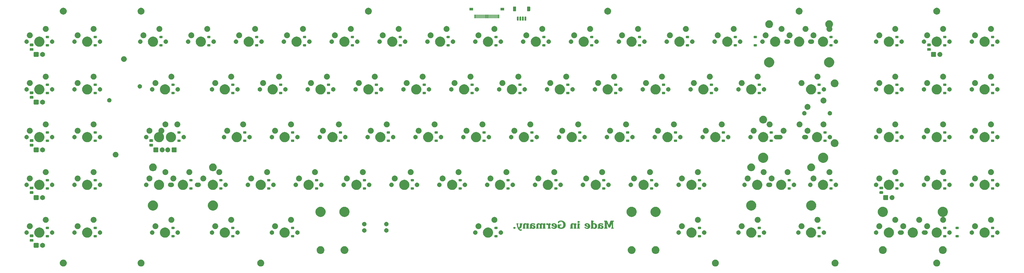
<source format=gbr>
%TF.GenerationSoftware,KiCad,Pcbnew,8.0.2*%
%TF.CreationDate,2025-12-13T15:02:26-08:00*%
%TF.ProjectId,mx-unsaver-main,6d782d75-6e73-4617-9665-722d6d61696e,rev?*%
%TF.SameCoordinates,Original*%
%TF.FileFunction,Soldermask,Bot*%
%TF.FilePolarity,Negative*%
%FSLAX46Y46*%
G04 Gerber Fmt 4.6, Leading zero omitted, Abs format (unit mm)*
G04 Created by KiCad (PCBNEW 8.0.2) date 2025-12-13 15:02:26*
%MOMM*%
%LPD*%
G01*
G04 APERTURE LIST*
G04 APERTURE END LIST*
G36*
X9863770Y-87037228D02*
G01*
X10079340Y-87111233D01*
X10279788Y-87219710D01*
X10459649Y-87359701D01*
X10614014Y-87527386D01*
X10738674Y-87718193D01*
X10830228Y-87926915D01*
X10886179Y-88147859D01*
X10905000Y-88375000D01*
X10886179Y-88602141D01*
X10830228Y-88823085D01*
X10738674Y-89031807D01*
X10614014Y-89222614D01*
X10459649Y-89390299D01*
X10279788Y-89530290D01*
X10079340Y-89638767D01*
X9863770Y-89712772D01*
X9638959Y-89750287D01*
X9411041Y-89750287D01*
X9186230Y-89712772D01*
X8970660Y-89638767D01*
X8770212Y-89530290D01*
X8590351Y-89390299D01*
X8435986Y-89222614D01*
X8311326Y-89031807D01*
X8219772Y-88823085D01*
X8163821Y-88602141D01*
X8145000Y-88375000D01*
X8163821Y-88147859D01*
X8219772Y-87926915D01*
X8311326Y-87718193D01*
X8435986Y-87527386D01*
X8590351Y-87359701D01*
X8770212Y-87219710D01*
X8970660Y-87111233D01*
X9186230Y-87037228D01*
X9411041Y-86999713D01*
X9638959Y-86999713D01*
X9863770Y-87037228D01*
G37*
G36*
X40820020Y-87037228D02*
G01*
X41035590Y-87111233D01*
X41236038Y-87219710D01*
X41415899Y-87359701D01*
X41570264Y-87527386D01*
X41694924Y-87718193D01*
X41786478Y-87926915D01*
X41842429Y-88147859D01*
X41861250Y-88375000D01*
X41842429Y-88602141D01*
X41786478Y-88823085D01*
X41694924Y-89031807D01*
X41570264Y-89222614D01*
X41415899Y-89390299D01*
X41236038Y-89530290D01*
X41035590Y-89638767D01*
X40820020Y-89712772D01*
X40595209Y-89750287D01*
X40367291Y-89750287D01*
X40142480Y-89712772D01*
X39926910Y-89638767D01*
X39726462Y-89530290D01*
X39546601Y-89390299D01*
X39392236Y-89222614D01*
X39267576Y-89031807D01*
X39176022Y-88823085D01*
X39120071Y-88602141D01*
X39101250Y-88375000D01*
X39120071Y-88147859D01*
X39176022Y-87926915D01*
X39267576Y-87718193D01*
X39392236Y-87527386D01*
X39546601Y-87359701D01*
X39726462Y-87219710D01*
X39926910Y-87111233D01*
X40142480Y-87037228D01*
X40367291Y-86999713D01*
X40595209Y-86999713D01*
X40820020Y-87037228D01*
G37*
G36*
X88445020Y-87037228D02*
G01*
X88660590Y-87111233D01*
X88861038Y-87219710D01*
X89040899Y-87359701D01*
X89195264Y-87527386D01*
X89319924Y-87718193D01*
X89411478Y-87926915D01*
X89467429Y-88147859D01*
X89486250Y-88375000D01*
X89467429Y-88602141D01*
X89411478Y-88823085D01*
X89319924Y-89031807D01*
X89195264Y-89222614D01*
X89040899Y-89390299D01*
X88861038Y-89530290D01*
X88660590Y-89638767D01*
X88445020Y-89712772D01*
X88220209Y-89750287D01*
X87992291Y-89750287D01*
X87767480Y-89712772D01*
X87551910Y-89638767D01*
X87351462Y-89530290D01*
X87171601Y-89390299D01*
X87017236Y-89222614D01*
X86892576Y-89031807D01*
X86801022Y-88823085D01*
X86745071Y-88602141D01*
X86726250Y-88375000D01*
X86745071Y-88147859D01*
X86801022Y-87926915D01*
X86892576Y-87718193D01*
X87017236Y-87527386D01*
X87171601Y-87359701D01*
X87351462Y-87219710D01*
X87551910Y-87111233D01*
X87767480Y-87037228D01*
X87992291Y-86999713D01*
X88220209Y-86999713D01*
X88445020Y-87037228D01*
G37*
G36*
X269420020Y-87037228D02*
G01*
X269635590Y-87111233D01*
X269836038Y-87219710D01*
X270015899Y-87359701D01*
X270170264Y-87527386D01*
X270294924Y-87718193D01*
X270386478Y-87926915D01*
X270442429Y-88147859D01*
X270461250Y-88375000D01*
X270442429Y-88602141D01*
X270386478Y-88823085D01*
X270294924Y-89031807D01*
X270170264Y-89222614D01*
X270015899Y-89390299D01*
X269836038Y-89530290D01*
X269635590Y-89638767D01*
X269420020Y-89712772D01*
X269195209Y-89750287D01*
X268967291Y-89750287D01*
X268742480Y-89712772D01*
X268526910Y-89638767D01*
X268326462Y-89530290D01*
X268146601Y-89390299D01*
X267992236Y-89222614D01*
X267867576Y-89031807D01*
X267776022Y-88823085D01*
X267720071Y-88602141D01*
X267701250Y-88375000D01*
X267720071Y-88147859D01*
X267776022Y-87926915D01*
X267867576Y-87718193D01*
X267992236Y-87527386D01*
X268146601Y-87359701D01*
X268326462Y-87219710D01*
X268526910Y-87111233D01*
X268742480Y-87037228D01*
X268967291Y-86999713D01*
X269195209Y-86999713D01*
X269420020Y-87037228D01*
G37*
G36*
X317045020Y-87037228D02*
G01*
X317260590Y-87111233D01*
X317461038Y-87219710D01*
X317640899Y-87359701D01*
X317795264Y-87527386D01*
X317919924Y-87718193D01*
X318011478Y-87926915D01*
X318067429Y-88147859D01*
X318086250Y-88375000D01*
X318067429Y-88602141D01*
X318011478Y-88823085D01*
X317919924Y-89031807D01*
X317795264Y-89222614D01*
X317640899Y-89390299D01*
X317461038Y-89530290D01*
X317260590Y-89638767D01*
X317045020Y-89712772D01*
X316820209Y-89750287D01*
X316592291Y-89750287D01*
X316367480Y-89712772D01*
X316151910Y-89638767D01*
X315951462Y-89530290D01*
X315771601Y-89390299D01*
X315617236Y-89222614D01*
X315492576Y-89031807D01*
X315401022Y-88823085D01*
X315345071Y-88602141D01*
X315326250Y-88375000D01*
X315345071Y-88147859D01*
X315401022Y-87926915D01*
X315492576Y-87718193D01*
X315617236Y-87527386D01*
X315771601Y-87359701D01*
X315951462Y-87219710D01*
X316151910Y-87111233D01*
X316367480Y-87037228D01*
X316592291Y-86999713D01*
X316820209Y-86999713D01*
X317045020Y-87037228D01*
G37*
G36*
X357526270Y-87037228D02*
G01*
X357741840Y-87111233D01*
X357942288Y-87219710D01*
X358122149Y-87359701D01*
X358276514Y-87527386D01*
X358401174Y-87718193D01*
X358492728Y-87926915D01*
X358548679Y-88147859D01*
X358567500Y-88375000D01*
X358548679Y-88602141D01*
X358492728Y-88823085D01*
X358401174Y-89031807D01*
X358276514Y-89222614D01*
X358122149Y-89390299D01*
X357942288Y-89530290D01*
X357741840Y-89638767D01*
X357526270Y-89712772D01*
X357301459Y-89750287D01*
X357073541Y-89750287D01*
X356848730Y-89712772D01*
X356633160Y-89638767D01*
X356432712Y-89530290D01*
X356252851Y-89390299D01*
X356098486Y-89222614D01*
X355973826Y-89031807D01*
X355882272Y-88823085D01*
X355826321Y-88602141D01*
X355807500Y-88375000D01*
X355826321Y-88147859D01*
X355882272Y-87926915D01*
X355973826Y-87718193D01*
X356098486Y-87527386D01*
X356252851Y-87359701D01*
X356432712Y-87219710D01*
X356633160Y-87111233D01*
X356848730Y-87037228D01*
X357073541Y-86999713D01*
X357301459Y-86999713D01*
X357526270Y-87037228D01*
G37*
G36*
X112161849Y-81650132D02*
G01*
X112398962Y-81707058D01*
X112624251Y-81800376D01*
X112832168Y-81927788D01*
X113017594Y-82086156D01*
X113175962Y-82271582D01*
X113303374Y-82479499D01*
X113396692Y-82704788D01*
X113453618Y-82941901D01*
X113472750Y-83185000D01*
X113453618Y-83428099D01*
X113396692Y-83665212D01*
X113303374Y-83890501D01*
X113175962Y-84098418D01*
X113017594Y-84283844D01*
X112832168Y-84442212D01*
X112624251Y-84569624D01*
X112398962Y-84662942D01*
X112161849Y-84719868D01*
X111918750Y-84739000D01*
X111675651Y-84719868D01*
X111438538Y-84662942D01*
X111213249Y-84569624D01*
X111005332Y-84442212D01*
X110819906Y-84283844D01*
X110661538Y-84098418D01*
X110534126Y-83890501D01*
X110440808Y-83665212D01*
X110383882Y-83428099D01*
X110364750Y-83185000D01*
X110383882Y-82941901D01*
X110440808Y-82704788D01*
X110534126Y-82479499D01*
X110661538Y-82271582D01*
X110819906Y-82086156D01*
X111005332Y-81927788D01*
X111213249Y-81800376D01*
X111438538Y-81707058D01*
X111675651Y-81650132D01*
X111918750Y-81631000D01*
X112161849Y-81650132D01*
G37*
G36*
X121686849Y-81650132D02*
G01*
X121923962Y-81707058D01*
X122149251Y-81800376D01*
X122357168Y-81927788D01*
X122542594Y-82086156D01*
X122700962Y-82271582D01*
X122828374Y-82479499D01*
X122921692Y-82704788D01*
X122978618Y-82941901D01*
X122997750Y-83185000D01*
X122978618Y-83428099D01*
X122921692Y-83665212D01*
X122828374Y-83890501D01*
X122700962Y-84098418D01*
X122542594Y-84283844D01*
X122357168Y-84442212D01*
X122149251Y-84569624D01*
X121923962Y-84662942D01*
X121686849Y-84719868D01*
X121443750Y-84739000D01*
X121200651Y-84719868D01*
X120963538Y-84662942D01*
X120738249Y-84569624D01*
X120530332Y-84442212D01*
X120344906Y-84283844D01*
X120186538Y-84098418D01*
X120059126Y-83890501D01*
X119965808Y-83665212D01*
X119908882Y-83428099D01*
X119889750Y-83185000D01*
X119908882Y-82941901D01*
X119965808Y-82704788D01*
X120059126Y-82479499D01*
X120186538Y-82271582D01*
X120344906Y-82086156D01*
X120530332Y-81927788D01*
X120738249Y-81800376D01*
X120963538Y-81707058D01*
X121200651Y-81650132D01*
X121443750Y-81631000D01*
X121686849Y-81650132D01*
G37*
G36*
X235986849Y-81650132D02*
G01*
X236223962Y-81707058D01*
X236449251Y-81800376D01*
X236657168Y-81927788D01*
X236842594Y-82086156D01*
X237000962Y-82271582D01*
X237128374Y-82479499D01*
X237221692Y-82704788D01*
X237278618Y-82941901D01*
X237297750Y-83185000D01*
X237278618Y-83428099D01*
X237221692Y-83665212D01*
X237128374Y-83890501D01*
X237000962Y-84098418D01*
X236842594Y-84283844D01*
X236657168Y-84442212D01*
X236449251Y-84569624D01*
X236223962Y-84662942D01*
X235986849Y-84719868D01*
X235743750Y-84739000D01*
X235500651Y-84719868D01*
X235263538Y-84662942D01*
X235038249Y-84569624D01*
X234830332Y-84442212D01*
X234644906Y-84283844D01*
X234486538Y-84098418D01*
X234359126Y-83890501D01*
X234265808Y-83665212D01*
X234208882Y-83428099D01*
X234189750Y-83185000D01*
X234208882Y-82941901D01*
X234265808Y-82704788D01*
X234359126Y-82479499D01*
X234486538Y-82271582D01*
X234644906Y-82086156D01*
X234830332Y-81927788D01*
X235038249Y-81800376D01*
X235263538Y-81707058D01*
X235500651Y-81650132D01*
X235743750Y-81631000D01*
X235986849Y-81650132D01*
G37*
G36*
X245511849Y-81650132D02*
G01*
X245748962Y-81707058D01*
X245974251Y-81800376D01*
X246182168Y-81927788D01*
X246367594Y-82086156D01*
X246525962Y-82271582D01*
X246653374Y-82479499D01*
X246746692Y-82704788D01*
X246803618Y-82941901D01*
X246822750Y-83185000D01*
X246803618Y-83428099D01*
X246746692Y-83665212D01*
X246653374Y-83890501D01*
X246525962Y-84098418D01*
X246367594Y-84283844D01*
X246182168Y-84442212D01*
X245974251Y-84569624D01*
X245748962Y-84662942D01*
X245511849Y-84719868D01*
X245268750Y-84739000D01*
X245025651Y-84719868D01*
X244788538Y-84662942D01*
X244563249Y-84569624D01*
X244355332Y-84442212D01*
X244169906Y-84283844D01*
X244011538Y-84098418D01*
X243884126Y-83890501D01*
X243790808Y-83665212D01*
X243733882Y-83428099D01*
X243714750Y-83185000D01*
X243733882Y-82941901D01*
X243790808Y-82704788D01*
X243884126Y-82479499D01*
X244011538Y-82271582D01*
X244169906Y-82086156D01*
X244355332Y-81927788D01*
X244563249Y-81800376D01*
X244788538Y-81707058D01*
X245025651Y-81650132D01*
X245268750Y-81631000D01*
X245511849Y-81650132D01*
G37*
G36*
X335967599Y-81650132D02*
G01*
X336204712Y-81707058D01*
X336430001Y-81800376D01*
X336637918Y-81927788D01*
X336823344Y-82086156D01*
X336981712Y-82271582D01*
X337109124Y-82479499D01*
X337202442Y-82704788D01*
X337259368Y-82941901D01*
X337278500Y-83185000D01*
X337259368Y-83428099D01*
X337202442Y-83665212D01*
X337109124Y-83890501D01*
X336981712Y-84098418D01*
X336823344Y-84283844D01*
X336637918Y-84442212D01*
X336430001Y-84569624D01*
X336204712Y-84662942D01*
X335967599Y-84719868D01*
X335724500Y-84739000D01*
X335481401Y-84719868D01*
X335244288Y-84662942D01*
X335018999Y-84569624D01*
X334811082Y-84442212D01*
X334625656Y-84283844D01*
X334467288Y-84098418D01*
X334339876Y-83890501D01*
X334246558Y-83665212D01*
X334189632Y-83428099D01*
X334170500Y-83185000D01*
X334189632Y-82941901D01*
X334246558Y-82704788D01*
X334339876Y-82479499D01*
X334467288Y-82271582D01*
X334625656Y-82086156D01*
X334811082Y-81927788D01*
X335018999Y-81800376D01*
X335244288Y-81707058D01*
X335481401Y-81650132D01*
X335724500Y-81631000D01*
X335967599Y-81650132D01*
G37*
G36*
X359843599Y-81650132D02*
G01*
X360080712Y-81707058D01*
X360306001Y-81800376D01*
X360513918Y-81927788D01*
X360699344Y-82086156D01*
X360857712Y-82271582D01*
X360985124Y-82479499D01*
X361078442Y-82704788D01*
X361135368Y-82941901D01*
X361154500Y-83185000D01*
X361135368Y-83428099D01*
X361078442Y-83665212D01*
X360985124Y-83890501D01*
X360857712Y-84098418D01*
X360699344Y-84283844D01*
X360513918Y-84442212D01*
X360306001Y-84569624D01*
X360080712Y-84662942D01*
X359843599Y-84719868D01*
X359600500Y-84739000D01*
X359357401Y-84719868D01*
X359120288Y-84662942D01*
X358894999Y-84569624D01*
X358687082Y-84442212D01*
X358501656Y-84283844D01*
X358343288Y-84098418D01*
X358215876Y-83890501D01*
X358122558Y-83665212D01*
X358065632Y-83428099D01*
X358046500Y-83185000D01*
X358065632Y-82941901D01*
X358122558Y-82704788D01*
X358215876Y-82479499D01*
X358343288Y-82271582D01*
X358501656Y-82086156D01*
X358687082Y-81927788D01*
X358894999Y-81800376D01*
X359120288Y-81707058D01*
X359357401Y-81650132D01*
X359600500Y-81631000D01*
X359843599Y-81650132D01*
G37*
G36*
X-521528Y-80308259D02*
G01*
X-516718Y-80310501D01*
X-513662Y-80310947D01*
X-470250Y-80332170D01*
X-422143Y-80354603D01*
X-344603Y-80432143D01*
X-322170Y-80480250D01*
X-300947Y-80523662D01*
X-300501Y-80526718D01*
X-298259Y-80531528D01*
X-287500Y-80613250D01*
X-287500Y-81946750D01*
X-298259Y-82028472D01*
X-300501Y-82033281D01*
X-300947Y-82036337D01*
X-322159Y-82079727D01*
X-344603Y-82127857D01*
X-422143Y-82205397D01*
X-470294Y-82227850D01*
X-513662Y-82249052D01*
X-516715Y-82249496D01*
X-521528Y-82251741D01*
X-603250Y-82262500D01*
X-1936750Y-82262500D01*
X-2018472Y-82251741D01*
X-2023285Y-82249496D01*
X-2026337Y-82249052D01*
X-2069683Y-82227860D01*
X-2117857Y-82205397D01*
X-2195397Y-82127857D01*
X-2217860Y-82079683D01*
X-2239052Y-82036337D01*
X-2239496Y-82033285D01*
X-2241741Y-82028472D01*
X-2252500Y-81946750D01*
X-2252500Y-80613250D01*
X-2241741Y-80531528D01*
X-2239496Y-80526715D01*
X-2239052Y-80523662D01*
X-2217850Y-80480294D01*
X-2195397Y-80432143D01*
X-2117857Y-80354603D01*
X-2069727Y-80332159D01*
X-2026337Y-80310947D01*
X-2023282Y-80310501D01*
X-2018472Y-80308259D01*
X-1936750Y-80297500D01*
X-603250Y-80297500D01*
X-521528Y-80308259D01*
G37*
G36*
X1461676Y-80316378D02*
G01*
X1645986Y-80372288D01*
X1815848Y-80463081D01*
X1964732Y-80585268D01*
X2086919Y-80734152D01*
X2177712Y-80904014D01*
X2233622Y-81088324D01*
X2252500Y-81280000D01*
X2233622Y-81471676D01*
X2177712Y-81655986D01*
X2086919Y-81825848D01*
X1964732Y-81974732D01*
X1815848Y-82096919D01*
X1645986Y-82187712D01*
X1461676Y-82243622D01*
X1270000Y-82262500D01*
X1078324Y-82243622D01*
X894014Y-82187712D01*
X724152Y-82096919D01*
X575268Y-81974732D01*
X453081Y-81825848D01*
X362288Y-81655986D01*
X306378Y-81471676D01*
X287500Y-81280000D01*
X306378Y-81088324D01*
X362288Y-80904014D01*
X453081Y-80734152D01*
X575268Y-80585268D01*
X724152Y-80463081D01*
X894014Y-80372288D01*
X1078324Y-80316378D01*
X1270000Y-80297500D01*
X1461676Y-80316378D01*
G37*
G36*
X-2585894Y-78777437D02*
G01*
X-2581614Y-78779326D01*
X-2578443Y-78779744D01*
X-2538728Y-78798263D01*
X-2491762Y-78819001D01*
X-2419001Y-78891762D01*
X-2398263Y-78938728D01*
X-2379744Y-78978443D01*
X-2379326Y-78981614D01*
X-2377437Y-78985894D01*
X-2370000Y-79050000D01*
X-2370000Y-79575000D01*
X-2377437Y-79639106D01*
X-2379326Y-79643385D01*
X-2379744Y-79646556D01*
X-2398254Y-79686252D01*
X-2419001Y-79733238D01*
X-2491762Y-79805999D01*
X-2538768Y-79826754D01*
X-2578443Y-79845255D01*
X-2581611Y-79845672D01*
X-2585894Y-79847563D01*
X-2650000Y-79855000D01*
X-3550000Y-79855000D01*
X-3614106Y-79847563D01*
X-3618388Y-79845671D01*
X-3621556Y-79845255D01*
X-3661212Y-79826763D01*
X-3708238Y-79805999D01*
X-3780999Y-79733238D01*
X-3801763Y-79686212D01*
X-3820255Y-79646556D01*
X-3820671Y-79643388D01*
X-3822563Y-79639106D01*
X-3830000Y-79575000D01*
X-3830000Y-79050000D01*
X-3822563Y-78985894D01*
X-3820672Y-78981611D01*
X-3820255Y-78978443D01*
X-3801754Y-78938768D01*
X-3780999Y-78891762D01*
X-3708238Y-78819001D01*
X-3661252Y-78798254D01*
X-3621556Y-78779744D01*
X-3618385Y-78779326D01*
X-3614106Y-78777437D01*
X-3550000Y-78770000D01*
X-2650000Y-78770000D01*
X-2585894Y-78777437D01*
G37*
G36*
X411775Y-74218432D02*
G01*
X677763Y-74292958D01*
X931126Y-74403009D01*
X1167143Y-74546535D01*
X1381419Y-74720861D01*
X1569962Y-74922741D01*
X1729259Y-75148414D01*
X1856344Y-75393676D01*
X1948848Y-75653958D01*
X2005049Y-75924412D01*
X2023900Y-76200000D01*
X2005049Y-76475588D01*
X1948848Y-76746042D01*
X1856344Y-77006324D01*
X1729259Y-77251586D01*
X1569962Y-77477259D01*
X1381419Y-77679139D01*
X1167143Y-77853465D01*
X931126Y-77996991D01*
X677763Y-78107042D01*
X411775Y-78181568D01*
X138116Y-78219182D01*
X-138116Y-78219182D01*
X-411775Y-78181568D01*
X-677763Y-78107042D01*
X-931126Y-77996991D01*
X-1167143Y-77853465D01*
X-1381419Y-77679139D01*
X-1569962Y-77477259D01*
X-1729259Y-77251586D01*
X-1856344Y-77006324D01*
X-1948848Y-76746042D01*
X-2005049Y-76475588D01*
X-2023900Y-76200000D01*
X-2005049Y-75924412D01*
X-1948848Y-75653958D01*
X-1856344Y-75393676D01*
X-1729259Y-75148414D01*
X-1569962Y-74922741D01*
X-1381419Y-74720861D01*
X-1167143Y-74546535D01*
X-931126Y-74403009D01*
X-677763Y-74292958D01*
X-411775Y-74218432D01*
X-138116Y-74180818D01*
X138116Y-74180818D01*
X411775Y-74218432D01*
G37*
G36*
X19461775Y-74218432D02*
G01*
X19727763Y-74292958D01*
X19981126Y-74403009D01*
X20217143Y-74546535D01*
X20431419Y-74720861D01*
X20619962Y-74922741D01*
X20779259Y-75148414D01*
X20906344Y-75393676D01*
X20998848Y-75653958D01*
X21055049Y-75924412D01*
X21073900Y-76200000D01*
X21055049Y-76475588D01*
X20998848Y-76746042D01*
X20906344Y-77006324D01*
X20779259Y-77251586D01*
X20619962Y-77477259D01*
X20431419Y-77679139D01*
X20217143Y-77853465D01*
X19981126Y-77996991D01*
X19727763Y-78107042D01*
X19461775Y-78181568D01*
X19188116Y-78219182D01*
X18911884Y-78219182D01*
X18638225Y-78181568D01*
X18372237Y-78107042D01*
X18118874Y-77996991D01*
X17882857Y-77853465D01*
X17668581Y-77679139D01*
X17480038Y-77477259D01*
X17320741Y-77251586D01*
X17193656Y-77006324D01*
X17101152Y-76746042D01*
X17044951Y-76475588D01*
X17026100Y-76200000D01*
X17044951Y-75924412D01*
X17101152Y-75653958D01*
X17193656Y-75393676D01*
X17320741Y-75148414D01*
X17480038Y-74922741D01*
X17668581Y-74720861D01*
X17882857Y-74546535D01*
X18118874Y-74403009D01*
X18372237Y-74292958D01*
X18638225Y-74218432D01*
X18911884Y-74180818D01*
X19188116Y-74180818D01*
X19461775Y-74218432D01*
G37*
G36*
X50418025Y-74218432D02*
G01*
X50684013Y-74292958D01*
X50937376Y-74403009D01*
X51173393Y-74546535D01*
X51387669Y-74720861D01*
X51576212Y-74922741D01*
X51735509Y-75148414D01*
X51862594Y-75393676D01*
X51955098Y-75653958D01*
X52011299Y-75924412D01*
X52030150Y-76200000D01*
X52011299Y-76475588D01*
X51955098Y-76746042D01*
X51862594Y-77006324D01*
X51735509Y-77251586D01*
X51576212Y-77477259D01*
X51387669Y-77679139D01*
X51173393Y-77853465D01*
X50937376Y-77996991D01*
X50684013Y-78107042D01*
X50418025Y-78181568D01*
X50144366Y-78219182D01*
X49868134Y-78219182D01*
X49594475Y-78181568D01*
X49328487Y-78107042D01*
X49075124Y-77996991D01*
X48839107Y-77853465D01*
X48624831Y-77679139D01*
X48436288Y-77477259D01*
X48276991Y-77251586D01*
X48149906Y-77006324D01*
X48057402Y-76746042D01*
X48001201Y-76475588D01*
X47982350Y-76200000D01*
X48001201Y-75924412D01*
X48057402Y-75653958D01*
X48149906Y-75393676D01*
X48276991Y-75148414D01*
X48436288Y-74922741D01*
X48624831Y-74720861D01*
X48839107Y-74546535D01*
X49075124Y-74403009D01*
X49328487Y-74292958D01*
X49594475Y-74218432D01*
X49868134Y-74180818D01*
X50144366Y-74180818D01*
X50418025Y-74218432D01*
G37*
G36*
X74230525Y-74218432D02*
G01*
X74496513Y-74292958D01*
X74749876Y-74403009D01*
X74985893Y-74546535D01*
X75200169Y-74720861D01*
X75388712Y-74922741D01*
X75548009Y-75148414D01*
X75675094Y-75393676D01*
X75767598Y-75653958D01*
X75823799Y-75924412D01*
X75842650Y-76200000D01*
X75823799Y-76475588D01*
X75767598Y-76746042D01*
X75675094Y-77006324D01*
X75548009Y-77251586D01*
X75388712Y-77477259D01*
X75200169Y-77679139D01*
X74985893Y-77853465D01*
X74749876Y-77996991D01*
X74496513Y-78107042D01*
X74230525Y-78181568D01*
X73956866Y-78219182D01*
X73680634Y-78219182D01*
X73406975Y-78181568D01*
X73140987Y-78107042D01*
X72887624Y-77996991D01*
X72651607Y-77853465D01*
X72437331Y-77679139D01*
X72248788Y-77477259D01*
X72089491Y-77251586D01*
X71962406Y-77006324D01*
X71869902Y-76746042D01*
X71813701Y-76475588D01*
X71794850Y-76200000D01*
X71813701Y-75924412D01*
X71869902Y-75653958D01*
X71962406Y-75393676D01*
X72089491Y-75148414D01*
X72248788Y-74922741D01*
X72437331Y-74720861D01*
X72651607Y-74546535D01*
X72887624Y-74403009D01*
X73140987Y-74292958D01*
X73406975Y-74218432D01*
X73680634Y-74180818D01*
X73956866Y-74180818D01*
X74230525Y-74218432D01*
G37*
G36*
X98043025Y-74218432D02*
G01*
X98309013Y-74292958D01*
X98562376Y-74403009D01*
X98798393Y-74546535D01*
X99012669Y-74720861D01*
X99201212Y-74922741D01*
X99360509Y-75148414D01*
X99487594Y-75393676D01*
X99580098Y-75653958D01*
X99636299Y-75924412D01*
X99655150Y-76200000D01*
X99636299Y-76475588D01*
X99580098Y-76746042D01*
X99487594Y-77006324D01*
X99360509Y-77251586D01*
X99201212Y-77477259D01*
X99012669Y-77679139D01*
X98798393Y-77853465D01*
X98562376Y-77996991D01*
X98309013Y-78107042D01*
X98043025Y-78181568D01*
X97769366Y-78219182D01*
X97493134Y-78219182D01*
X97219475Y-78181568D01*
X96953487Y-78107042D01*
X96700124Y-77996991D01*
X96464107Y-77853465D01*
X96249831Y-77679139D01*
X96061288Y-77477259D01*
X95901991Y-77251586D01*
X95774906Y-77006324D01*
X95682402Y-76746042D01*
X95626201Y-76475588D01*
X95607350Y-76200000D01*
X95626201Y-75924412D01*
X95682402Y-75653958D01*
X95774906Y-75393676D01*
X95901991Y-75148414D01*
X96061288Y-74922741D01*
X96249831Y-74720861D01*
X96464107Y-74546535D01*
X96700124Y-74403009D01*
X96953487Y-74292958D01*
X97219475Y-74218432D01*
X97493134Y-74180818D01*
X97769366Y-74180818D01*
X98043025Y-74218432D01*
G37*
G36*
X179005525Y-74218432D02*
G01*
X179271513Y-74292958D01*
X179524876Y-74403009D01*
X179760893Y-74546535D01*
X179975169Y-74720861D01*
X180163712Y-74922741D01*
X180323009Y-75148414D01*
X180450094Y-75393676D01*
X180542598Y-75653958D01*
X180598799Y-75924412D01*
X180617650Y-76200000D01*
X180598799Y-76475588D01*
X180542598Y-76746042D01*
X180450094Y-77006324D01*
X180323009Y-77251586D01*
X180163712Y-77477259D01*
X179975169Y-77679139D01*
X179760893Y-77853465D01*
X179524876Y-77996991D01*
X179271513Y-78107042D01*
X179005525Y-78181568D01*
X178731866Y-78219182D01*
X178455634Y-78219182D01*
X178181975Y-78181568D01*
X177915987Y-78107042D01*
X177662624Y-77996991D01*
X177426607Y-77853465D01*
X177212331Y-77679139D01*
X177023788Y-77477259D01*
X176864491Y-77251586D01*
X176737406Y-77006324D01*
X176644902Y-76746042D01*
X176588701Y-76475588D01*
X176569850Y-76200000D01*
X176588701Y-75924412D01*
X176644902Y-75653958D01*
X176737406Y-75393676D01*
X176864491Y-75148414D01*
X177023788Y-74922741D01*
X177212331Y-74720861D01*
X177426607Y-74546535D01*
X177662624Y-74403009D01*
X177915987Y-74292958D01*
X178181975Y-74218432D01*
X178455634Y-74180818D01*
X178731866Y-74180818D01*
X179005525Y-74218432D01*
G37*
G36*
X259968025Y-74218432D02*
G01*
X260234013Y-74292958D01*
X260487376Y-74403009D01*
X260723393Y-74546535D01*
X260937669Y-74720861D01*
X261126212Y-74922741D01*
X261285509Y-75148414D01*
X261412594Y-75393676D01*
X261505098Y-75653958D01*
X261561299Y-75924412D01*
X261580150Y-76200000D01*
X261561299Y-76475588D01*
X261505098Y-76746042D01*
X261412594Y-77006324D01*
X261285509Y-77251586D01*
X261126212Y-77477259D01*
X260937669Y-77679139D01*
X260723393Y-77853465D01*
X260487376Y-77996991D01*
X260234013Y-78107042D01*
X259968025Y-78181568D01*
X259694366Y-78219182D01*
X259418134Y-78219182D01*
X259144475Y-78181568D01*
X258878487Y-78107042D01*
X258625124Y-77996991D01*
X258389107Y-77853465D01*
X258174831Y-77679139D01*
X257986288Y-77477259D01*
X257826991Y-77251586D01*
X257699906Y-77006324D01*
X257607402Y-76746042D01*
X257551201Y-76475588D01*
X257532350Y-76200000D01*
X257551201Y-75924412D01*
X257607402Y-75653958D01*
X257699906Y-75393676D01*
X257826991Y-75148414D01*
X257986288Y-74922741D01*
X258174831Y-74720861D01*
X258389107Y-74546535D01*
X258625124Y-74403009D01*
X258878487Y-74292958D01*
X259144475Y-74218432D01*
X259418134Y-74180818D01*
X259694366Y-74180818D01*
X259968025Y-74218432D01*
G37*
G36*
X283780525Y-74218432D02*
G01*
X284046513Y-74292958D01*
X284299876Y-74403009D01*
X284535893Y-74546535D01*
X284750169Y-74720861D01*
X284938712Y-74922741D01*
X285098009Y-75148414D01*
X285225094Y-75393676D01*
X285317598Y-75653958D01*
X285373799Y-75924412D01*
X285392650Y-76200000D01*
X285373799Y-76475588D01*
X285317598Y-76746042D01*
X285225094Y-77006324D01*
X285098009Y-77251586D01*
X284938712Y-77477259D01*
X284750169Y-77679139D01*
X284535893Y-77853465D01*
X284299876Y-77996991D01*
X284046513Y-78107042D01*
X283780525Y-78181568D01*
X283506866Y-78219182D01*
X283230634Y-78219182D01*
X282956975Y-78181568D01*
X282690987Y-78107042D01*
X282437624Y-77996991D01*
X282201607Y-77853465D01*
X281987331Y-77679139D01*
X281798788Y-77477259D01*
X281639491Y-77251586D01*
X281512406Y-77006324D01*
X281419902Y-76746042D01*
X281363701Y-76475588D01*
X281344850Y-76200000D01*
X281363701Y-75924412D01*
X281419902Y-75653958D01*
X281512406Y-75393676D01*
X281639491Y-75148414D01*
X281798788Y-74922741D01*
X281987331Y-74720861D01*
X282201607Y-74546535D01*
X282437624Y-74403009D01*
X282690987Y-74292958D01*
X282956975Y-74218432D01*
X283230634Y-74180818D01*
X283506866Y-74180818D01*
X283780525Y-74218432D01*
G37*
G36*
X307593025Y-74218432D02*
G01*
X307859013Y-74292958D01*
X308112376Y-74403009D01*
X308348393Y-74546535D01*
X308562669Y-74720861D01*
X308751212Y-74922741D01*
X308910509Y-75148414D01*
X309037594Y-75393676D01*
X309130098Y-75653958D01*
X309186299Y-75924412D01*
X309205150Y-76200000D01*
X309186299Y-76475588D01*
X309130098Y-76746042D01*
X309037594Y-77006324D01*
X308910509Y-77251586D01*
X308751212Y-77477259D01*
X308562669Y-77679139D01*
X308348393Y-77853465D01*
X308112376Y-77996991D01*
X307859013Y-78107042D01*
X307593025Y-78181568D01*
X307319366Y-78219182D01*
X307043134Y-78219182D01*
X306769475Y-78181568D01*
X306503487Y-78107042D01*
X306250124Y-77996991D01*
X306014107Y-77853465D01*
X305799831Y-77679139D01*
X305611288Y-77477259D01*
X305451991Y-77251586D01*
X305324906Y-77006324D01*
X305232402Y-76746042D01*
X305176201Y-76475588D01*
X305157350Y-76200000D01*
X305176201Y-75924412D01*
X305232402Y-75653958D01*
X305324906Y-75393676D01*
X305451991Y-75148414D01*
X305611288Y-74922741D01*
X305799831Y-74720861D01*
X306014107Y-74546535D01*
X306250124Y-74403009D01*
X306503487Y-74292958D01*
X306769475Y-74218432D01*
X307043134Y-74180818D01*
X307319366Y-74180818D01*
X307593025Y-74218432D01*
G37*
G36*
X338549275Y-74218432D02*
G01*
X338815263Y-74292958D01*
X339068626Y-74403009D01*
X339304643Y-74546535D01*
X339518919Y-74720861D01*
X339707462Y-74922741D01*
X339866759Y-75148414D01*
X339993844Y-75393676D01*
X340086348Y-75653958D01*
X340142549Y-75924412D01*
X340161400Y-76200000D01*
X340142549Y-76475588D01*
X340086348Y-76746042D01*
X339993844Y-77006324D01*
X339866759Y-77251586D01*
X339707462Y-77477259D01*
X339518919Y-77679139D01*
X339304643Y-77853465D01*
X339068626Y-77996991D01*
X338815263Y-78107042D01*
X338549275Y-78181568D01*
X338275616Y-78219182D01*
X337999384Y-78219182D01*
X337725725Y-78181568D01*
X337459737Y-78107042D01*
X337206374Y-77996991D01*
X336970357Y-77853465D01*
X336756081Y-77679139D01*
X336567538Y-77477259D01*
X336408241Y-77251586D01*
X336281156Y-77006324D01*
X336188652Y-76746042D01*
X336132451Y-76475588D01*
X336113600Y-76200000D01*
X336132451Y-75924412D01*
X336188652Y-75653958D01*
X336281156Y-75393676D01*
X336408241Y-75148414D01*
X336567538Y-74922741D01*
X336756081Y-74720861D01*
X336970357Y-74546535D01*
X337206374Y-74403009D01*
X337459737Y-74292958D01*
X337725725Y-74218432D01*
X337999384Y-74180818D01*
X338275616Y-74180818D01*
X338549275Y-74218432D01*
G37*
G36*
X348074275Y-74218432D02*
G01*
X348340263Y-74292958D01*
X348593626Y-74403009D01*
X348829643Y-74546535D01*
X349043919Y-74720861D01*
X349232462Y-74922741D01*
X349391759Y-75148414D01*
X349518844Y-75393676D01*
X349611348Y-75653958D01*
X349667549Y-75924412D01*
X349686400Y-76200000D01*
X349667549Y-76475588D01*
X349611348Y-76746042D01*
X349518844Y-77006324D01*
X349391759Y-77251586D01*
X349232462Y-77477259D01*
X349043919Y-77679139D01*
X348829643Y-77853465D01*
X348593626Y-77996991D01*
X348340263Y-78107042D01*
X348074275Y-78181568D01*
X347800616Y-78219182D01*
X347524384Y-78219182D01*
X347250725Y-78181568D01*
X346984737Y-78107042D01*
X346731374Y-77996991D01*
X346495357Y-77853465D01*
X346281081Y-77679139D01*
X346092538Y-77477259D01*
X345933241Y-77251586D01*
X345806156Y-77006324D01*
X345713652Y-76746042D01*
X345657451Y-76475588D01*
X345638600Y-76200000D01*
X345657451Y-75924412D01*
X345713652Y-75653958D01*
X345806156Y-75393676D01*
X345933241Y-75148414D01*
X346092538Y-74922741D01*
X346281081Y-74720861D01*
X346495357Y-74546535D01*
X346731374Y-74403009D01*
X346984737Y-74292958D01*
X347250725Y-74218432D01*
X347524384Y-74180818D01*
X347800616Y-74180818D01*
X348074275Y-74218432D01*
G37*
G36*
X357599275Y-74218432D02*
G01*
X357865263Y-74292958D01*
X358118626Y-74403009D01*
X358354643Y-74546535D01*
X358568919Y-74720861D01*
X358757462Y-74922741D01*
X358916759Y-75148414D01*
X359043844Y-75393676D01*
X359136348Y-75653958D01*
X359192549Y-75924412D01*
X359211400Y-76200000D01*
X359192549Y-76475588D01*
X359136348Y-76746042D01*
X359043844Y-77006324D01*
X358916759Y-77251586D01*
X358757462Y-77477259D01*
X358568919Y-77679139D01*
X358354643Y-77853465D01*
X358118626Y-77996991D01*
X357865263Y-78107042D01*
X357599275Y-78181568D01*
X357325616Y-78219182D01*
X357049384Y-78219182D01*
X356775725Y-78181568D01*
X356509737Y-78107042D01*
X356256374Y-77996991D01*
X356020357Y-77853465D01*
X355806081Y-77679139D01*
X355617538Y-77477259D01*
X355458241Y-77251586D01*
X355331156Y-77006324D01*
X355238652Y-76746042D01*
X355182451Y-76475588D01*
X355163600Y-76200000D01*
X355182451Y-75924412D01*
X355238652Y-75653958D01*
X355331156Y-75393676D01*
X355458241Y-75148414D01*
X355617538Y-74922741D01*
X355806081Y-74720861D01*
X356020357Y-74546535D01*
X356256374Y-74403009D01*
X356509737Y-74292958D01*
X356775725Y-74218432D01*
X357049384Y-74180818D01*
X357325616Y-74180818D01*
X357599275Y-74218432D01*
G37*
G36*
X376649275Y-74218432D02*
G01*
X376915263Y-74292958D01*
X377168626Y-74403009D01*
X377404643Y-74546535D01*
X377618919Y-74720861D01*
X377807462Y-74922741D01*
X377966759Y-75148414D01*
X378093844Y-75393676D01*
X378186348Y-75653958D01*
X378242549Y-75924412D01*
X378261400Y-76200000D01*
X378242549Y-76475588D01*
X378186348Y-76746042D01*
X378093844Y-77006324D01*
X377966759Y-77251586D01*
X377807462Y-77477259D01*
X377618919Y-77679139D01*
X377404643Y-77853465D01*
X377168626Y-77996991D01*
X376915263Y-78107042D01*
X376649275Y-78181568D01*
X376375616Y-78219182D01*
X376099384Y-78219182D01*
X375825725Y-78181568D01*
X375559737Y-78107042D01*
X375306374Y-77996991D01*
X375070357Y-77853465D01*
X374856081Y-77679139D01*
X374667538Y-77477259D01*
X374508241Y-77251586D01*
X374381156Y-77006324D01*
X374288652Y-76746042D01*
X374232451Y-76475588D01*
X374213600Y-76200000D01*
X374232451Y-75924412D01*
X374288652Y-75653958D01*
X374381156Y-75393676D01*
X374508241Y-75148414D01*
X374667538Y-74922741D01*
X374856081Y-74720861D01*
X375070357Y-74546535D01*
X375306374Y-74403009D01*
X375559737Y-74292958D01*
X375825725Y-74218432D01*
X376099384Y-74180818D01*
X376375616Y-74180818D01*
X376649275Y-74218432D01*
G37*
G36*
X3553031Y-77164352D02*
G01*
X3607009Y-77170614D01*
X3625456Y-77178759D01*
X3647584Y-77183161D01*
X3671274Y-77198990D01*
X3693742Y-77208911D01*
X3709086Y-77224255D01*
X3730312Y-77238438D01*
X3744494Y-77259663D01*
X3759838Y-77275007D01*
X3769757Y-77297471D01*
X3785589Y-77321166D01*
X3789991Y-77343299D01*
X3798134Y-77361740D01*
X3804394Y-77415707D01*
X3805000Y-77418750D01*
X3805000Y-77868750D01*
X3804394Y-77871791D01*
X3798135Y-77925759D01*
X3789991Y-77944202D01*
X3785589Y-77966334D01*
X3769756Y-77990028D01*
X3759838Y-78012492D01*
X3744496Y-78027833D01*
X3730312Y-78049062D01*
X3709083Y-78063246D01*
X3693742Y-78078588D01*
X3671280Y-78088505D01*
X3647584Y-78104339D01*
X3625449Y-78108741D01*
X3607009Y-78116884D01*
X3553044Y-78123144D01*
X3550000Y-78123750D01*
X2800000Y-78123750D01*
X2796958Y-78123144D01*
X2742990Y-78116885D01*
X2724545Y-78108740D01*
X2702416Y-78104339D01*
X2678723Y-78088507D01*
X2656257Y-78078588D01*
X2640913Y-78063244D01*
X2619688Y-78049062D01*
X2605505Y-78027836D01*
X2590161Y-78012492D01*
X2580241Y-77990025D01*
X2564411Y-77966334D01*
X2560008Y-77944203D01*
X2551865Y-77925759D01*
X2545603Y-77871782D01*
X2545000Y-77868750D01*
X2545000Y-77418750D01*
X2545602Y-77415721D01*
X2551864Y-77361740D01*
X2560009Y-77343291D01*
X2564411Y-77321166D01*
X2580239Y-77297477D01*
X2590161Y-77275007D01*
X2605507Y-77259660D01*
X2619688Y-77238438D01*
X2640910Y-77224257D01*
X2656257Y-77208911D01*
X2678726Y-77198989D01*
X2702416Y-77183161D01*
X2724544Y-77178759D01*
X2742990Y-77170615D01*
X2796969Y-77164352D01*
X2800000Y-77163750D01*
X3550000Y-77163750D01*
X3553031Y-77164352D01*
G37*
G36*
X22603031Y-77164352D02*
G01*
X22657009Y-77170614D01*
X22675456Y-77178759D01*
X22697584Y-77183161D01*
X22721274Y-77198990D01*
X22743742Y-77208911D01*
X22759086Y-77224255D01*
X22780312Y-77238438D01*
X22794494Y-77259663D01*
X22809838Y-77275007D01*
X22819757Y-77297471D01*
X22835589Y-77321166D01*
X22839991Y-77343299D01*
X22848134Y-77361740D01*
X22854394Y-77415707D01*
X22855000Y-77418750D01*
X22855000Y-77868750D01*
X22854394Y-77871791D01*
X22848135Y-77925759D01*
X22839991Y-77944202D01*
X22835589Y-77966334D01*
X22819756Y-77990028D01*
X22809838Y-78012492D01*
X22794496Y-78027833D01*
X22780312Y-78049062D01*
X22759083Y-78063246D01*
X22743742Y-78078588D01*
X22721280Y-78088505D01*
X22697584Y-78104339D01*
X22675449Y-78108741D01*
X22657009Y-78116884D01*
X22603044Y-78123144D01*
X22600000Y-78123750D01*
X21850000Y-78123750D01*
X21846958Y-78123144D01*
X21792990Y-78116885D01*
X21774545Y-78108740D01*
X21752416Y-78104339D01*
X21728723Y-78088507D01*
X21706257Y-78078588D01*
X21690913Y-78063244D01*
X21669688Y-78049062D01*
X21655505Y-78027836D01*
X21640161Y-78012492D01*
X21630241Y-77990025D01*
X21614411Y-77966334D01*
X21610008Y-77944203D01*
X21601865Y-77925759D01*
X21595603Y-77871782D01*
X21595000Y-77868750D01*
X21595000Y-77418750D01*
X21595602Y-77415721D01*
X21601864Y-77361740D01*
X21610009Y-77343291D01*
X21614411Y-77321166D01*
X21630239Y-77297477D01*
X21640161Y-77275007D01*
X21655507Y-77259660D01*
X21669688Y-77238438D01*
X21690910Y-77224257D01*
X21706257Y-77208911D01*
X21728726Y-77198989D01*
X21752416Y-77183161D01*
X21774544Y-77178759D01*
X21792990Y-77170615D01*
X21846969Y-77164352D01*
X21850000Y-77163750D01*
X22600000Y-77163750D01*
X22603031Y-77164352D01*
G37*
G36*
X53559281Y-77164352D02*
G01*
X53613259Y-77170614D01*
X53631706Y-77178759D01*
X53653834Y-77183161D01*
X53677524Y-77198990D01*
X53699992Y-77208911D01*
X53715336Y-77224255D01*
X53736562Y-77238438D01*
X53750744Y-77259663D01*
X53766088Y-77275007D01*
X53776007Y-77297471D01*
X53791839Y-77321166D01*
X53796241Y-77343299D01*
X53804384Y-77361740D01*
X53810644Y-77415707D01*
X53811250Y-77418750D01*
X53811250Y-77868750D01*
X53810644Y-77871791D01*
X53804385Y-77925759D01*
X53796241Y-77944202D01*
X53791839Y-77966334D01*
X53776006Y-77990028D01*
X53766088Y-78012492D01*
X53750746Y-78027833D01*
X53736562Y-78049062D01*
X53715333Y-78063246D01*
X53699992Y-78078588D01*
X53677530Y-78088505D01*
X53653834Y-78104339D01*
X53631699Y-78108741D01*
X53613259Y-78116884D01*
X53559294Y-78123144D01*
X53556250Y-78123750D01*
X52806250Y-78123750D01*
X52803208Y-78123144D01*
X52749240Y-78116885D01*
X52730795Y-78108740D01*
X52708666Y-78104339D01*
X52684973Y-78088507D01*
X52662507Y-78078588D01*
X52647163Y-78063244D01*
X52625938Y-78049062D01*
X52611755Y-78027836D01*
X52596411Y-78012492D01*
X52586491Y-77990025D01*
X52570661Y-77966334D01*
X52566258Y-77944203D01*
X52558115Y-77925759D01*
X52551853Y-77871782D01*
X52551250Y-77868750D01*
X52551250Y-77418750D01*
X52551852Y-77415721D01*
X52558114Y-77361740D01*
X52566259Y-77343291D01*
X52570661Y-77321166D01*
X52586489Y-77297477D01*
X52596411Y-77275007D01*
X52611757Y-77259660D01*
X52625938Y-77238438D01*
X52647160Y-77224257D01*
X52662507Y-77208911D01*
X52684976Y-77198989D01*
X52708666Y-77183161D01*
X52730794Y-77178759D01*
X52749240Y-77170615D01*
X52803219Y-77164352D01*
X52806250Y-77163750D01*
X53556250Y-77163750D01*
X53559281Y-77164352D01*
G37*
G36*
X77371781Y-77164352D02*
G01*
X77425759Y-77170614D01*
X77444206Y-77178759D01*
X77466334Y-77183161D01*
X77490024Y-77198990D01*
X77512492Y-77208911D01*
X77527836Y-77224255D01*
X77549062Y-77238438D01*
X77563244Y-77259663D01*
X77578588Y-77275007D01*
X77588507Y-77297471D01*
X77604339Y-77321166D01*
X77608741Y-77343299D01*
X77616884Y-77361740D01*
X77623144Y-77415707D01*
X77623750Y-77418750D01*
X77623750Y-77868750D01*
X77623144Y-77871791D01*
X77616885Y-77925759D01*
X77608741Y-77944202D01*
X77604339Y-77966334D01*
X77588506Y-77990028D01*
X77578588Y-78012492D01*
X77563246Y-78027833D01*
X77549062Y-78049062D01*
X77527833Y-78063246D01*
X77512492Y-78078588D01*
X77490030Y-78088505D01*
X77466334Y-78104339D01*
X77444199Y-78108741D01*
X77425759Y-78116884D01*
X77371794Y-78123144D01*
X77368750Y-78123750D01*
X76618750Y-78123750D01*
X76615708Y-78123144D01*
X76561740Y-78116885D01*
X76543295Y-78108740D01*
X76521166Y-78104339D01*
X76497473Y-78088507D01*
X76475007Y-78078588D01*
X76459663Y-78063244D01*
X76438438Y-78049062D01*
X76424255Y-78027836D01*
X76408911Y-78012492D01*
X76398991Y-77990025D01*
X76383161Y-77966334D01*
X76378758Y-77944203D01*
X76370615Y-77925759D01*
X76364353Y-77871782D01*
X76363750Y-77868750D01*
X76363750Y-77418750D01*
X76364352Y-77415721D01*
X76370614Y-77361740D01*
X76378759Y-77343291D01*
X76383161Y-77321166D01*
X76398989Y-77297477D01*
X76408911Y-77275007D01*
X76424257Y-77259660D01*
X76438438Y-77238438D01*
X76459660Y-77224257D01*
X76475007Y-77208911D01*
X76497476Y-77198989D01*
X76521166Y-77183161D01*
X76543294Y-77178759D01*
X76561740Y-77170615D01*
X76615719Y-77164352D01*
X76618750Y-77163750D01*
X77368750Y-77163750D01*
X77371781Y-77164352D01*
G37*
G36*
X101184281Y-77164352D02*
G01*
X101238259Y-77170614D01*
X101256706Y-77178759D01*
X101278834Y-77183161D01*
X101302524Y-77198990D01*
X101324992Y-77208911D01*
X101340336Y-77224255D01*
X101361562Y-77238438D01*
X101375744Y-77259663D01*
X101391088Y-77275007D01*
X101401007Y-77297471D01*
X101416839Y-77321166D01*
X101421241Y-77343299D01*
X101429384Y-77361740D01*
X101435644Y-77415707D01*
X101436250Y-77418750D01*
X101436250Y-77868750D01*
X101435644Y-77871791D01*
X101429385Y-77925759D01*
X101421241Y-77944202D01*
X101416839Y-77966334D01*
X101401006Y-77990028D01*
X101391088Y-78012492D01*
X101375746Y-78027833D01*
X101361562Y-78049062D01*
X101340333Y-78063246D01*
X101324992Y-78078588D01*
X101302530Y-78088505D01*
X101278834Y-78104339D01*
X101256699Y-78108741D01*
X101238259Y-78116884D01*
X101184294Y-78123144D01*
X101181250Y-78123750D01*
X100431250Y-78123750D01*
X100428208Y-78123144D01*
X100374240Y-78116885D01*
X100355795Y-78108740D01*
X100333666Y-78104339D01*
X100309973Y-78088507D01*
X100287507Y-78078588D01*
X100272163Y-78063244D01*
X100250938Y-78049062D01*
X100236755Y-78027836D01*
X100221411Y-78012492D01*
X100211491Y-77990025D01*
X100195661Y-77966334D01*
X100191258Y-77944203D01*
X100183115Y-77925759D01*
X100176853Y-77871782D01*
X100176250Y-77868750D01*
X100176250Y-77418750D01*
X100176852Y-77415721D01*
X100183114Y-77361740D01*
X100191259Y-77343291D01*
X100195661Y-77321166D01*
X100211489Y-77297477D01*
X100221411Y-77275007D01*
X100236757Y-77259660D01*
X100250938Y-77238438D01*
X100272160Y-77224257D01*
X100287507Y-77208911D01*
X100309976Y-77198989D01*
X100333666Y-77183161D01*
X100355794Y-77178759D01*
X100374240Y-77170615D01*
X100428219Y-77164352D01*
X100431250Y-77163750D01*
X101181250Y-77163750D01*
X101184281Y-77164352D01*
G37*
G36*
X182146781Y-77164352D02*
G01*
X182200759Y-77170614D01*
X182219206Y-77178759D01*
X182241334Y-77183161D01*
X182265024Y-77198990D01*
X182287492Y-77208911D01*
X182302836Y-77224255D01*
X182324062Y-77238438D01*
X182338244Y-77259663D01*
X182353588Y-77275007D01*
X182363507Y-77297471D01*
X182379339Y-77321166D01*
X182383741Y-77343299D01*
X182391884Y-77361740D01*
X182398144Y-77415707D01*
X182398750Y-77418750D01*
X182398750Y-77868750D01*
X182398144Y-77871791D01*
X182391885Y-77925759D01*
X182383741Y-77944202D01*
X182379339Y-77966334D01*
X182363506Y-77990028D01*
X182353588Y-78012492D01*
X182338246Y-78027833D01*
X182324062Y-78049062D01*
X182302833Y-78063246D01*
X182287492Y-78078588D01*
X182265030Y-78088505D01*
X182241334Y-78104339D01*
X182219199Y-78108741D01*
X182200759Y-78116884D01*
X182146794Y-78123144D01*
X182143750Y-78123750D01*
X181393750Y-78123750D01*
X181390708Y-78123144D01*
X181336740Y-78116885D01*
X181318295Y-78108740D01*
X181296166Y-78104339D01*
X181272473Y-78088507D01*
X181250007Y-78078588D01*
X181234663Y-78063244D01*
X181213438Y-78049062D01*
X181199255Y-78027836D01*
X181183911Y-78012492D01*
X181173991Y-77990025D01*
X181158161Y-77966334D01*
X181153758Y-77944203D01*
X181145615Y-77925759D01*
X181139353Y-77871782D01*
X181138750Y-77868750D01*
X181138750Y-77418750D01*
X181139352Y-77415721D01*
X181145614Y-77361740D01*
X181153759Y-77343291D01*
X181158161Y-77321166D01*
X181173989Y-77297477D01*
X181183911Y-77275007D01*
X181199257Y-77259660D01*
X181213438Y-77238438D01*
X181234660Y-77224257D01*
X181250007Y-77208911D01*
X181272476Y-77198989D01*
X181296166Y-77183161D01*
X181318294Y-77178759D01*
X181336740Y-77170615D01*
X181390719Y-77164352D01*
X181393750Y-77163750D01*
X182143750Y-77163750D01*
X182146781Y-77164352D01*
G37*
G36*
X263109281Y-77164352D02*
G01*
X263163259Y-77170614D01*
X263181706Y-77178759D01*
X263203834Y-77183161D01*
X263227524Y-77198990D01*
X263249992Y-77208911D01*
X263265336Y-77224255D01*
X263286562Y-77238438D01*
X263300744Y-77259663D01*
X263316088Y-77275007D01*
X263326007Y-77297471D01*
X263341839Y-77321166D01*
X263346241Y-77343299D01*
X263354384Y-77361740D01*
X263360644Y-77415707D01*
X263361250Y-77418750D01*
X263361250Y-77868750D01*
X263360644Y-77871791D01*
X263354385Y-77925759D01*
X263346241Y-77944202D01*
X263341839Y-77966334D01*
X263326006Y-77990028D01*
X263316088Y-78012492D01*
X263300746Y-78027833D01*
X263286562Y-78049062D01*
X263265333Y-78063246D01*
X263249992Y-78078588D01*
X263227530Y-78088505D01*
X263203834Y-78104339D01*
X263181699Y-78108741D01*
X263163259Y-78116884D01*
X263109294Y-78123144D01*
X263106250Y-78123750D01*
X262356250Y-78123750D01*
X262353208Y-78123144D01*
X262299240Y-78116885D01*
X262280795Y-78108740D01*
X262258666Y-78104339D01*
X262234973Y-78088507D01*
X262212507Y-78078588D01*
X262197163Y-78063244D01*
X262175938Y-78049062D01*
X262161755Y-78027836D01*
X262146411Y-78012492D01*
X262136491Y-77990025D01*
X262120661Y-77966334D01*
X262116258Y-77944203D01*
X262108115Y-77925759D01*
X262101853Y-77871782D01*
X262101250Y-77868750D01*
X262101250Y-77418750D01*
X262101852Y-77415721D01*
X262108114Y-77361740D01*
X262116259Y-77343291D01*
X262120661Y-77321166D01*
X262136489Y-77297477D01*
X262146411Y-77275007D01*
X262161757Y-77259660D01*
X262175938Y-77238438D01*
X262197160Y-77224257D01*
X262212507Y-77208911D01*
X262234976Y-77198989D01*
X262258666Y-77183161D01*
X262280794Y-77178759D01*
X262299240Y-77170615D01*
X262353219Y-77164352D01*
X262356250Y-77163750D01*
X263106250Y-77163750D01*
X263109281Y-77164352D01*
G37*
G36*
X286921781Y-77164352D02*
G01*
X286975759Y-77170614D01*
X286994206Y-77178759D01*
X287016334Y-77183161D01*
X287040024Y-77198990D01*
X287062492Y-77208911D01*
X287077836Y-77224255D01*
X287099062Y-77238438D01*
X287113244Y-77259663D01*
X287128588Y-77275007D01*
X287138507Y-77297471D01*
X287154339Y-77321166D01*
X287158741Y-77343299D01*
X287166884Y-77361740D01*
X287173144Y-77415707D01*
X287173750Y-77418750D01*
X287173750Y-77868750D01*
X287173144Y-77871791D01*
X287166885Y-77925759D01*
X287158741Y-77944202D01*
X287154339Y-77966334D01*
X287138506Y-77990028D01*
X287128588Y-78012492D01*
X287113246Y-78027833D01*
X287099062Y-78049062D01*
X287077833Y-78063246D01*
X287062492Y-78078588D01*
X287040030Y-78088505D01*
X287016334Y-78104339D01*
X286994199Y-78108741D01*
X286975759Y-78116884D01*
X286921794Y-78123144D01*
X286918750Y-78123750D01*
X286168750Y-78123750D01*
X286165708Y-78123144D01*
X286111740Y-78116885D01*
X286093295Y-78108740D01*
X286071166Y-78104339D01*
X286047473Y-78088507D01*
X286025007Y-78078588D01*
X286009663Y-78063244D01*
X285988438Y-78049062D01*
X285974255Y-78027836D01*
X285958911Y-78012492D01*
X285948991Y-77990025D01*
X285933161Y-77966334D01*
X285928758Y-77944203D01*
X285920615Y-77925759D01*
X285914353Y-77871782D01*
X285913750Y-77868750D01*
X285913750Y-77418750D01*
X285914352Y-77415721D01*
X285920614Y-77361740D01*
X285928759Y-77343291D01*
X285933161Y-77321166D01*
X285948989Y-77297477D01*
X285958911Y-77275007D01*
X285974257Y-77259660D01*
X285988438Y-77238438D01*
X286009660Y-77224257D01*
X286025007Y-77208911D01*
X286047476Y-77198989D01*
X286071166Y-77183161D01*
X286093294Y-77178759D01*
X286111740Y-77170615D01*
X286165719Y-77164352D01*
X286168750Y-77163750D01*
X286918750Y-77163750D01*
X286921781Y-77164352D01*
G37*
G36*
X310734281Y-77164352D02*
G01*
X310788259Y-77170614D01*
X310806706Y-77178759D01*
X310828834Y-77183161D01*
X310852524Y-77198990D01*
X310874992Y-77208911D01*
X310890336Y-77224255D01*
X310911562Y-77238438D01*
X310925744Y-77259663D01*
X310941088Y-77275007D01*
X310951007Y-77297471D01*
X310966839Y-77321166D01*
X310971241Y-77343299D01*
X310979384Y-77361740D01*
X310985644Y-77415707D01*
X310986250Y-77418750D01*
X310986250Y-77868750D01*
X310985644Y-77871791D01*
X310979385Y-77925759D01*
X310971241Y-77944202D01*
X310966839Y-77966334D01*
X310951006Y-77990028D01*
X310941088Y-78012492D01*
X310925746Y-78027833D01*
X310911562Y-78049062D01*
X310890333Y-78063246D01*
X310874992Y-78078588D01*
X310852530Y-78088505D01*
X310828834Y-78104339D01*
X310806699Y-78108741D01*
X310788259Y-78116884D01*
X310734294Y-78123144D01*
X310731250Y-78123750D01*
X309981250Y-78123750D01*
X309978208Y-78123144D01*
X309924240Y-78116885D01*
X309905795Y-78108740D01*
X309883666Y-78104339D01*
X309859973Y-78088507D01*
X309837507Y-78078588D01*
X309822163Y-78063244D01*
X309800938Y-78049062D01*
X309786755Y-78027836D01*
X309771411Y-78012492D01*
X309761491Y-77990025D01*
X309745661Y-77966334D01*
X309741258Y-77944203D01*
X309733115Y-77925759D01*
X309726853Y-77871782D01*
X309726250Y-77868750D01*
X309726250Y-77418750D01*
X309726852Y-77415721D01*
X309733114Y-77361740D01*
X309741259Y-77343291D01*
X309745661Y-77321166D01*
X309761489Y-77297477D01*
X309771411Y-77275007D01*
X309786757Y-77259660D01*
X309800938Y-77238438D01*
X309822160Y-77224257D01*
X309837507Y-77208911D01*
X309859976Y-77198989D01*
X309883666Y-77183161D01*
X309905794Y-77178759D01*
X309924240Y-77170615D01*
X309978219Y-77164352D01*
X309981250Y-77163750D01*
X310731250Y-77163750D01*
X310734281Y-77164352D01*
G37*
G36*
X360740531Y-77164352D02*
G01*
X360794509Y-77170614D01*
X360812956Y-77178759D01*
X360835084Y-77183161D01*
X360858774Y-77198990D01*
X360881242Y-77208911D01*
X360896586Y-77224255D01*
X360917812Y-77238438D01*
X360931994Y-77259663D01*
X360947338Y-77275007D01*
X360957257Y-77297471D01*
X360973089Y-77321166D01*
X360977491Y-77343299D01*
X360985634Y-77361740D01*
X360991894Y-77415707D01*
X360992500Y-77418750D01*
X360992500Y-77868750D01*
X360991894Y-77871791D01*
X360985635Y-77925759D01*
X360977491Y-77944202D01*
X360973089Y-77966334D01*
X360957256Y-77990028D01*
X360947338Y-78012492D01*
X360931996Y-78027833D01*
X360917812Y-78049062D01*
X360896583Y-78063246D01*
X360881242Y-78078588D01*
X360858780Y-78088505D01*
X360835084Y-78104339D01*
X360812949Y-78108741D01*
X360794509Y-78116884D01*
X360740544Y-78123144D01*
X360737500Y-78123750D01*
X359987500Y-78123750D01*
X359984458Y-78123144D01*
X359930490Y-78116885D01*
X359912045Y-78108740D01*
X359889916Y-78104339D01*
X359866223Y-78088507D01*
X359843757Y-78078588D01*
X359828413Y-78063244D01*
X359807188Y-78049062D01*
X359793005Y-78027836D01*
X359777661Y-78012492D01*
X359767741Y-77990025D01*
X359751911Y-77966334D01*
X359747508Y-77944203D01*
X359739365Y-77925759D01*
X359733103Y-77871782D01*
X359732500Y-77868750D01*
X359732500Y-77418750D01*
X359733102Y-77415721D01*
X359739364Y-77361740D01*
X359747509Y-77343291D01*
X359751911Y-77321166D01*
X359767739Y-77297477D01*
X359777661Y-77275007D01*
X359793007Y-77259660D01*
X359807188Y-77238438D01*
X359828410Y-77224257D01*
X359843757Y-77208911D01*
X359866226Y-77198989D01*
X359889916Y-77183161D01*
X359912044Y-77178759D01*
X359930490Y-77170615D01*
X359984469Y-77164352D01*
X359987500Y-77163750D01*
X360737500Y-77163750D01*
X360740531Y-77164352D01*
G37*
G36*
X365678031Y-77164352D02*
G01*
X365732009Y-77170614D01*
X365750456Y-77178759D01*
X365772584Y-77183161D01*
X365796274Y-77198990D01*
X365818742Y-77208911D01*
X365834086Y-77224255D01*
X365855312Y-77238438D01*
X365869494Y-77259663D01*
X365884838Y-77275007D01*
X365894757Y-77297471D01*
X365910589Y-77321166D01*
X365914991Y-77343299D01*
X365923134Y-77361740D01*
X365929394Y-77415707D01*
X365930000Y-77418750D01*
X365930000Y-77868750D01*
X365929394Y-77871791D01*
X365923135Y-77925759D01*
X365914991Y-77944202D01*
X365910589Y-77966334D01*
X365894756Y-77990028D01*
X365884838Y-78012492D01*
X365869496Y-78027833D01*
X365855312Y-78049062D01*
X365834083Y-78063246D01*
X365818742Y-78078588D01*
X365796280Y-78088505D01*
X365772584Y-78104339D01*
X365750449Y-78108741D01*
X365732009Y-78116884D01*
X365678044Y-78123144D01*
X365675000Y-78123750D01*
X364925000Y-78123750D01*
X364921958Y-78123144D01*
X364867990Y-78116885D01*
X364849545Y-78108740D01*
X364827416Y-78104339D01*
X364803723Y-78088507D01*
X364781257Y-78078588D01*
X364765913Y-78063244D01*
X364744688Y-78049062D01*
X364730505Y-78027836D01*
X364715161Y-78012492D01*
X364705241Y-77990025D01*
X364689411Y-77966334D01*
X364685008Y-77944203D01*
X364676865Y-77925759D01*
X364670603Y-77871782D01*
X364670000Y-77868750D01*
X364670000Y-77418750D01*
X364670602Y-77415721D01*
X364676864Y-77361740D01*
X364685009Y-77343291D01*
X364689411Y-77321166D01*
X364705239Y-77297477D01*
X364715161Y-77275007D01*
X364730507Y-77259660D01*
X364744688Y-77238438D01*
X364765910Y-77224257D01*
X364781257Y-77208911D01*
X364803726Y-77198989D01*
X364827416Y-77183161D01*
X364849544Y-77178759D01*
X364867990Y-77170615D01*
X364921969Y-77164352D01*
X364925000Y-77163750D01*
X365675000Y-77163750D01*
X365678031Y-77164352D01*
G37*
G36*
X379790531Y-77164352D02*
G01*
X379844509Y-77170614D01*
X379862956Y-77178759D01*
X379885084Y-77183161D01*
X379908774Y-77198990D01*
X379931242Y-77208911D01*
X379946586Y-77224255D01*
X379967812Y-77238438D01*
X379981994Y-77259663D01*
X379997338Y-77275007D01*
X380007257Y-77297471D01*
X380023089Y-77321166D01*
X380027491Y-77343299D01*
X380035634Y-77361740D01*
X380041894Y-77415707D01*
X380042500Y-77418750D01*
X380042500Y-77868750D01*
X380041894Y-77871791D01*
X380035635Y-77925759D01*
X380027491Y-77944202D01*
X380023089Y-77966334D01*
X380007256Y-77990028D01*
X379997338Y-78012492D01*
X379981996Y-78027833D01*
X379967812Y-78049062D01*
X379946583Y-78063246D01*
X379931242Y-78078588D01*
X379908780Y-78088505D01*
X379885084Y-78104339D01*
X379862949Y-78108741D01*
X379844509Y-78116884D01*
X379790544Y-78123144D01*
X379787500Y-78123750D01*
X379037500Y-78123750D01*
X379034458Y-78123144D01*
X378980490Y-78116885D01*
X378962045Y-78108740D01*
X378939916Y-78104339D01*
X378916223Y-78088507D01*
X378893757Y-78078588D01*
X378878413Y-78063244D01*
X378857188Y-78049062D01*
X378843005Y-78027836D01*
X378827661Y-78012492D01*
X378817741Y-77990025D01*
X378801911Y-77966334D01*
X378797508Y-77944203D01*
X378789365Y-77925759D01*
X378783103Y-77871782D01*
X378782500Y-77868750D01*
X378782500Y-77418750D01*
X378783102Y-77415721D01*
X378789364Y-77361740D01*
X378797509Y-77343291D01*
X378801911Y-77321166D01*
X378817739Y-77297477D01*
X378827661Y-77275007D01*
X378843007Y-77259660D01*
X378857188Y-77238438D01*
X378878410Y-77224257D01*
X378893757Y-77208911D01*
X378916226Y-77198989D01*
X378939916Y-77183161D01*
X378962044Y-77178759D01*
X378980490Y-77170615D01*
X379034469Y-77164352D01*
X379037500Y-77163750D01*
X379787500Y-77163750D01*
X379790531Y-77164352D01*
G37*
G36*
X-2585894Y-76952437D02*
G01*
X-2581614Y-76954326D01*
X-2578443Y-76954744D01*
X-2538728Y-76973263D01*
X-2491762Y-76994001D01*
X-2419001Y-77066762D01*
X-2398263Y-77113728D01*
X-2379744Y-77153443D01*
X-2379326Y-77156614D01*
X-2377437Y-77160894D01*
X-2370000Y-77225000D01*
X-2370000Y-77750000D01*
X-2377437Y-77814106D01*
X-2379326Y-77818385D01*
X-2379744Y-77821556D01*
X-2398254Y-77861252D01*
X-2419001Y-77908238D01*
X-2491762Y-77980999D01*
X-2538768Y-78001754D01*
X-2578443Y-78020255D01*
X-2581611Y-78020672D01*
X-2585894Y-78022563D01*
X-2650000Y-78030000D01*
X-3550000Y-78030000D01*
X-3614106Y-78022563D01*
X-3618388Y-78020671D01*
X-3621556Y-78020255D01*
X-3661212Y-78001763D01*
X-3708238Y-77980999D01*
X-3780999Y-77908238D01*
X-3801763Y-77861212D01*
X-3820255Y-77821556D01*
X-3820671Y-77818388D01*
X-3822563Y-77814106D01*
X-3830000Y-77750000D01*
X-3830000Y-77225000D01*
X-3822563Y-77160894D01*
X-3820672Y-77156611D01*
X-3820255Y-77153443D01*
X-3801754Y-77113768D01*
X-3780999Y-77066762D01*
X-3708238Y-76994001D01*
X-3661252Y-76973254D01*
X-3621556Y-76954744D01*
X-3618385Y-76954326D01*
X-3614106Y-76952437D01*
X-3550000Y-76945000D01*
X-2650000Y-76945000D01*
X-2585894Y-76952437D01*
G37*
G36*
X343303843Y-75323342D02*
G01*
X343473212Y-75357031D01*
X343632753Y-75423116D01*
X343776337Y-75519055D01*
X343898445Y-75641163D01*
X343994384Y-75784747D01*
X344060469Y-75944288D01*
X344094158Y-76113657D01*
X344094158Y-76286343D01*
X344060469Y-76455712D01*
X343994384Y-76615253D01*
X343898445Y-76758837D01*
X343776337Y-76880945D01*
X343632753Y-76976884D01*
X343473212Y-77042969D01*
X343303843Y-77076658D01*
X342582500Y-77080900D01*
X342496157Y-77076658D01*
X342326788Y-77042969D01*
X342167247Y-76976884D01*
X342023663Y-76880945D01*
X341901555Y-76758837D01*
X341805616Y-76615253D01*
X341739531Y-76455712D01*
X341705842Y-76286343D01*
X341705842Y-76113657D01*
X341739531Y-75944288D01*
X341805616Y-75784747D01*
X341901555Y-75641163D01*
X342023663Y-75519055D01*
X342167247Y-75423116D01*
X342326788Y-75357031D01*
X342496157Y-75323342D01*
X343217500Y-75319100D01*
X343303843Y-75323342D01*
G37*
G36*
X352828843Y-75323342D02*
G01*
X352998212Y-75357031D01*
X353157753Y-75423116D01*
X353301337Y-75519055D01*
X353423445Y-75641163D01*
X353519384Y-75784747D01*
X353585469Y-75944288D01*
X353619158Y-76113657D01*
X353619158Y-76286343D01*
X353585469Y-76455712D01*
X353519384Y-76615253D01*
X353423445Y-76758837D01*
X353301337Y-76880945D01*
X353157753Y-76976884D01*
X352998212Y-77042969D01*
X352828843Y-77076658D01*
X352107500Y-77080900D01*
X352021157Y-77076658D01*
X351851788Y-77042969D01*
X351692247Y-76976884D01*
X351548663Y-76880945D01*
X351426555Y-76758837D01*
X351330616Y-76615253D01*
X351264531Y-76455712D01*
X351230842Y-76286343D01*
X351230842Y-76113657D01*
X351264531Y-75944288D01*
X351330616Y-75784747D01*
X351426555Y-75641163D01*
X351548663Y-75519055D01*
X351692247Y-75423116D01*
X351851788Y-75357031D01*
X352021157Y-75323342D01*
X352742500Y-75319100D01*
X352828843Y-75323342D01*
G37*
G36*
X-4807787Y-75362214D02*
G01*
X-4639550Y-75437118D01*
X-4490563Y-75545364D01*
X-4367337Y-75682220D01*
X-4275258Y-75841706D01*
X-4218350Y-76016851D01*
X-4199100Y-76200000D01*
X-4218350Y-76383149D01*
X-4275258Y-76558294D01*
X-4367337Y-76717780D01*
X-4490563Y-76854636D01*
X-4639550Y-76962882D01*
X-4807787Y-77037786D01*
X-4987921Y-77076074D01*
X-5172079Y-77076074D01*
X-5352213Y-77037786D01*
X-5520450Y-76962882D01*
X-5669437Y-76854636D01*
X-5792663Y-76717780D01*
X-5884742Y-76558294D01*
X-5941650Y-76383149D01*
X-5960900Y-76200000D01*
X-5941650Y-76016851D01*
X-5884742Y-75841706D01*
X-5792663Y-75682220D01*
X-5669437Y-75545364D01*
X-5520450Y-75437118D01*
X-5352213Y-75362214D01*
X-5172079Y-75323926D01*
X-4987921Y-75323926D01*
X-4807787Y-75362214D01*
G37*
G36*
X5352213Y-75362214D02*
G01*
X5520450Y-75437118D01*
X5669437Y-75545364D01*
X5792663Y-75682220D01*
X5884742Y-75841706D01*
X5941650Y-76016851D01*
X5960900Y-76200000D01*
X5941650Y-76383149D01*
X5884742Y-76558294D01*
X5792663Y-76717780D01*
X5669437Y-76854636D01*
X5520450Y-76962882D01*
X5352213Y-77037786D01*
X5172079Y-77076074D01*
X4987921Y-77076074D01*
X4807787Y-77037786D01*
X4639550Y-76962882D01*
X4490563Y-76854636D01*
X4367337Y-76717780D01*
X4275258Y-76558294D01*
X4218350Y-76383149D01*
X4199100Y-76200000D01*
X4218350Y-76016851D01*
X4275258Y-75841706D01*
X4367337Y-75682220D01*
X4490563Y-75545364D01*
X4639550Y-75437118D01*
X4807787Y-75362214D01*
X4987921Y-75323926D01*
X5172079Y-75323926D01*
X5352213Y-75362214D01*
G37*
G36*
X14242213Y-75362214D02*
G01*
X14410450Y-75437118D01*
X14559437Y-75545364D01*
X14682663Y-75682220D01*
X14774742Y-75841706D01*
X14831650Y-76016851D01*
X14850900Y-76200000D01*
X14831650Y-76383149D01*
X14774742Y-76558294D01*
X14682663Y-76717780D01*
X14559437Y-76854636D01*
X14410450Y-76962882D01*
X14242213Y-77037786D01*
X14062079Y-77076074D01*
X13877921Y-77076074D01*
X13697787Y-77037786D01*
X13529550Y-76962882D01*
X13380563Y-76854636D01*
X13257337Y-76717780D01*
X13165258Y-76558294D01*
X13108350Y-76383149D01*
X13089100Y-76200000D01*
X13108350Y-76016851D01*
X13165258Y-75841706D01*
X13257337Y-75682220D01*
X13380563Y-75545364D01*
X13529550Y-75437118D01*
X13697787Y-75362214D01*
X13877921Y-75323926D01*
X14062079Y-75323926D01*
X14242213Y-75362214D01*
G37*
G36*
X24402213Y-75362214D02*
G01*
X24570450Y-75437118D01*
X24719437Y-75545364D01*
X24842663Y-75682220D01*
X24934742Y-75841706D01*
X24991650Y-76016851D01*
X25010900Y-76200000D01*
X24991650Y-76383149D01*
X24934742Y-76558294D01*
X24842663Y-76717780D01*
X24719437Y-76854636D01*
X24570450Y-76962882D01*
X24402213Y-77037786D01*
X24222079Y-77076074D01*
X24037921Y-77076074D01*
X23857787Y-77037786D01*
X23689550Y-76962882D01*
X23540563Y-76854636D01*
X23417337Y-76717780D01*
X23325258Y-76558294D01*
X23268350Y-76383149D01*
X23249100Y-76200000D01*
X23268350Y-76016851D01*
X23325258Y-75841706D01*
X23417337Y-75682220D01*
X23540563Y-75545364D01*
X23689550Y-75437118D01*
X23857787Y-75362214D01*
X24037921Y-75323926D01*
X24222079Y-75323926D01*
X24402213Y-75362214D01*
G37*
G36*
X45198463Y-75362214D02*
G01*
X45366700Y-75437118D01*
X45515687Y-75545364D01*
X45638913Y-75682220D01*
X45730992Y-75841706D01*
X45787900Y-76016851D01*
X45807150Y-76200000D01*
X45787900Y-76383149D01*
X45730992Y-76558294D01*
X45638913Y-76717780D01*
X45515687Y-76854636D01*
X45366700Y-76962882D01*
X45198463Y-77037786D01*
X45018329Y-77076074D01*
X44834171Y-77076074D01*
X44654037Y-77037786D01*
X44485800Y-76962882D01*
X44336813Y-76854636D01*
X44213587Y-76717780D01*
X44121508Y-76558294D01*
X44064600Y-76383149D01*
X44045350Y-76200000D01*
X44064600Y-76016851D01*
X44121508Y-75841706D01*
X44213587Y-75682220D01*
X44336813Y-75545364D01*
X44485800Y-75437118D01*
X44654037Y-75362214D01*
X44834171Y-75323926D01*
X45018329Y-75323926D01*
X45198463Y-75362214D01*
G37*
G36*
X55358463Y-75362214D02*
G01*
X55526700Y-75437118D01*
X55675687Y-75545364D01*
X55798913Y-75682220D01*
X55890992Y-75841706D01*
X55947900Y-76016851D01*
X55967150Y-76200000D01*
X55947900Y-76383149D01*
X55890992Y-76558294D01*
X55798913Y-76717780D01*
X55675687Y-76854636D01*
X55526700Y-76962882D01*
X55358463Y-77037786D01*
X55178329Y-77076074D01*
X54994171Y-77076074D01*
X54814037Y-77037786D01*
X54645800Y-76962882D01*
X54496813Y-76854636D01*
X54373587Y-76717780D01*
X54281508Y-76558294D01*
X54224600Y-76383149D01*
X54205350Y-76200000D01*
X54224600Y-76016851D01*
X54281508Y-75841706D01*
X54373587Y-75682220D01*
X54496813Y-75545364D01*
X54645800Y-75437118D01*
X54814037Y-75362214D01*
X54994171Y-75323926D01*
X55178329Y-75323926D01*
X55358463Y-75362214D01*
G37*
G36*
X69010963Y-75362214D02*
G01*
X69179200Y-75437118D01*
X69328187Y-75545364D01*
X69451413Y-75682220D01*
X69543492Y-75841706D01*
X69600400Y-76016851D01*
X69619650Y-76200000D01*
X69600400Y-76383149D01*
X69543492Y-76558294D01*
X69451413Y-76717780D01*
X69328187Y-76854636D01*
X69179200Y-76962882D01*
X69010963Y-77037786D01*
X68830829Y-77076074D01*
X68646671Y-77076074D01*
X68466537Y-77037786D01*
X68298300Y-76962882D01*
X68149313Y-76854636D01*
X68026087Y-76717780D01*
X67934008Y-76558294D01*
X67877100Y-76383149D01*
X67857850Y-76200000D01*
X67877100Y-76016851D01*
X67934008Y-75841706D01*
X68026087Y-75682220D01*
X68149313Y-75545364D01*
X68298300Y-75437118D01*
X68466537Y-75362214D01*
X68646671Y-75323926D01*
X68830829Y-75323926D01*
X69010963Y-75362214D01*
G37*
G36*
X79170963Y-75362214D02*
G01*
X79339200Y-75437118D01*
X79488187Y-75545364D01*
X79611413Y-75682220D01*
X79703492Y-75841706D01*
X79760400Y-76016851D01*
X79779650Y-76200000D01*
X79760400Y-76383149D01*
X79703492Y-76558294D01*
X79611413Y-76717780D01*
X79488187Y-76854636D01*
X79339200Y-76962882D01*
X79170963Y-77037786D01*
X78990829Y-77076074D01*
X78806671Y-77076074D01*
X78626537Y-77037786D01*
X78458300Y-76962882D01*
X78309313Y-76854636D01*
X78186087Y-76717780D01*
X78094008Y-76558294D01*
X78037100Y-76383149D01*
X78017850Y-76200000D01*
X78037100Y-76016851D01*
X78094008Y-75841706D01*
X78186087Y-75682220D01*
X78309313Y-75545364D01*
X78458300Y-75437118D01*
X78626537Y-75362214D01*
X78806671Y-75323926D01*
X78990829Y-75323926D01*
X79170963Y-75362214D01*
G37*
G36*
X92823463Y-75362214D02*
G01*
X92991700Y-75437118D01*
X93140687Y-75545364D01*
X93263913Y-75682220D01*
X93355992Y-75841706D01*
X93412900Y-76016851D01*
X93432150Y-76200000D01*
X93412900Y-76383149D01*
X93355992Y-76558294D01*
X93263913Y-76717780D01*
X93140687Y-76854636D01*
X92991700Y-76962882D01*
X92823463Y-77037786D01*
X92643329Y-77076074D01*
X92459171Y-77076074D01*
X92279037Y-77037786D01*
X92110800Y-76962882D01*
X91961813Y-76854636D01*
X91838587Y-76717780D01*
X91746508Y-76558294D01*
X91689600Y-76383149D01*
X91670350Y-76200000D01*
X91689600Y-76016851D01*
X91746508Y-75841706D01*
X91838587Y-75682220D01*
X91961813Y-75545364D01*
X92110800Y-75437118D01*
X92279037Y-75362214D01*
X92459171Y-75323926D01*
X92643329Y-75323926D01*
X92823463Y-75362214D01*
G37*
G36*
X102983463Y-75362214D02*
G01*
X103151700Y-75437118D01*
X103300687Y-75545364D01*
X103423913Y-75682220D01*
X103515992Y-75841706D01*
X103572900Y-76016851D01*
X103592150Y-76200000D01*
X103572900Y-76383149D01*
X103515992Y-76558294D01*
X103423913Y-76717780D01*
X103300687Y-76854636D01*
X103151700Y-76962882D01*
X102983463Y-77037786D01*
X102803329Y-77076074D01*
X102619171Y-77076074D01*
X102439037Y-77037786D01*
X102270800Y-76962882D01*
X102121813Y-76854636D01*
X101998587Y-76717780D01*
X101906508Y-76558294D01*
X101849600Y-76383149D01*
X101830350Y-76200000D01*
X101849600Y-76016851D01*
X101906508Y-75841706D01*
X101998587Y-75682220D01*
X102121813Y-75545364D01*
X102270800Y-75437118D01*
X102439037Y-75362214D01*
X102619171Y-75323926D01*
X102803329Y-75323926D01*
X102983463Y-75362214D01*
G37*
G36*
X173785963Y-75362214D02*
G01*
X173954200Y-75437118D01*
X174103187Y-75545364D01*
X174226413Y-75682220D01*
X174318492Y-75841706D01*
X174375400Y-76016851D01*
X174394650Y-76200000D01*
X174375400Y-76383149D01*
X174318492Y-76558294D01*
X174226413Y-76717780D01*
X174103187Y-76854636D01*
X173954200Y-76962882D01*
X173785963Y-77037786D01*
X173605829Y-77076074D01*
X173421671Y-77076074D01*
X173241537Y-77037786D01*
X173073300Y-76962882D01*
X172924313Y-76854636D01*
X172801087Y-76717780D01*
X172709008Y-76558294D01*
X172652100Y-76383149D01*
X172632850Y-76200000D01*
X172652100Y-76016851D01*
X172709008Y-75841706D01*
X172801087Y-75682220D01*
X172924313Y-75545364D01*
X173073300Y-75437118D01*
X173241537Y-75362214D01*
X173421671Y-75323926D01*
X173605829Y-75323926D01*
X173785963Y-75362214D01*
G37*
G36*
X183945963Y-75362214D02*
G01*
X184114200Y-75437118D01*
X184263187Y-75545364D01*
X184386413Y-75682220D01*
X184478492Y-75841706D01*
X184535400Y-76016851D01*
X184554650Y-76200000D01*
X184535400Y-76383149D01*
X184478492Y-76558294D01*
X184386413Y-76717780D01*
X184263187Y-76854636D01*
X184114200Y-76962882D01*
X183945963Y-77037786D01*
X183765829Y-77076074D01*
X183581671Y-77076074D01*
X183401537Y-77037786D01*
X183233300Y-76962882D01*
X183084313Y-76854636D01*
X182961087Y-76717780D01*
X182869008Y-76558294D01*
X182812100Y-76383149D01*
X182792850Y-76200000D01*
X182812100Y-76016851D01*
X182869008Y-75841706D01*
X182961087Y-75682220D01*
X183084313Y-75545364D01*
X183233300Y-75437118D01*
X183401537Y-75362214D01*
X183581671Y-75323926D01*
X183765829Y-75323926D01*
X183945963Y-75362214D01*
G37*
G36*
X254748463Y-75362214D02*
G01*
X254916700Y-75437118D01*
X255065687Y-75545364D01*
X255188913Y-75682220D01*
X255280992Y-75841706D01*
X255337900Y-76016851D01*
X255357150Y-76200000D01*
X255337900Y-76383149D01*
X255280992Y-76558294D01*
X255188913Y-76717780D01*
X255065687Y-76854636D01*
X254916700Y-76962882D01*
X254748463Y-77037786D01*
X254568329Y-77076074D01*
X254384171Y-77076074D01*
X254204037Y-77037786D01*
X254035800Y-76962882D01*
X253886813Y-76854636D01*
X253763587Y-76717780D01*
X253671508Y-76558294D01*
X253614600Y-76383149D01*
X253595350Y-76200000D01*
X253614600Y-76016851D01*
X253671508Y-75841706D01*
X253763587Y-75682220D01*
X253886813Y-75545364D01*
X254035800Y-75437118D01*
X254204037Y-75362214D01*
X254384171Y-75323926D01*
X254568329Y-75323926D01*
X254748463Y-75362214D01*
G37*
G36*
X264908463Y-75362214D02*
G01*
X265076700Y-75437118D01*
X265225687Y-75545364D01*
X265348913Y-75682220D01*
X265440992Y-75841706D01*
X265497900Y-76016851D01*
X265517150Y-76200000D01*
X265497900Y-76383149D01*
X265440992Y-76558294D01*
X265348913Y-76717780D01*
X265225687Y-76854636D01*
X265076700Y-76962882D01*
X264908463Y-77037786D01*
X264728329Y-77076074D01*
X264544171Y-77076074D01*
X264364037Y-77037786D01*
X264195800Y-76962882D01*
X264046813Y-76854636D01*
X263923587Y-76717780D01*
X263831508Y-76558294D01*
X263774600Y-76383149D01*
X263755350Y-76200000D01*
X263774600Y-76016851D01*
X263831508Y-75841706D01*
X263923587Y-75682220D01*
X264046813Y-75545364D01*
X264195800Y-75437118D01*
X264364037Y-75362214D01*
X264544171Y-75323926D01*
X264728329Y-75323926D01*
X264908463Y-75362214D01*
G37*
G36*
X278560963Y-75362214D02*
G01*
X278729200Y-75437118D01*
X278878187Y-75545364D01*
X279001413Y-75682220D01*
X279093492Y-75841706D01*
X279150400Y-76016851D01*
X279169650Y-76200000D01*
X279150400Y-76383149D01*
X279093492Y-76558294D01*
X279001413Y-76717780D01*
X278878187Y-76854636D01*
X278729200Y-76962882D01*
X278560963Y-77037786D01*
X278380829Y-77076074D01*
X278196671Y-77076074D01*
X278016537Y-77037786D01*
X277848300Y-76962882D01*
X277699313Y-76854636D01*
X277576087Y-76717780D01*
X277484008Y-76558294D01*
X277427100Y-76383149D01*
X277407850Y-76200000D01*
X277427100Y-76016851D01*
X277484008Y-75841706D01*
X277576087Y-75682220D01*
X277699313Y-75545364D01*
X277848300Y-75437118D01*
X278016537Y-75362214D01*
X278196671Y-75323926D01*
X278380829Y-75323926D01*
X278560963Y-75362214D01*
G37*
G36*
X288720963Y-75362214D02*
G01*
X288889200Y-75437118D01*
X289038187Y-75545364D01*
X289161413Y-75682220D01*
X289253492Y-75841706D01*
X289310400Y-76016851D01*
X289329650Y-76200000D01*
X289310400Y-76383149D01*
X289253492Y-76558294D01*
X289161413Y-76717780D01*
X289038187Y-76854636D01*
X288889200Y-76962882D01*
X288720963Y-77037786D01*
X288540829Y-77076074D01*
X288356671Y-77076074D01*
X288176537Y-77037786D01*
X288008300Y-76962882D01*
X287859313Y-76854636D01*
X287736087Y-76717780D01*
X287644008Y-76558294D01*
X287587100Y-76383149D01*
X287567850Y-76200000D01*
X287587100Y-76016851D01*
X287644008Y-75841706D01*
X287736087Y-75682220D01*
X287859313Y-75545364D01*
X288008300Y-75437118D01*
X288176537Y-75362214D01*
X288356671Y-75323926D01*
X288540829Y-75323926D01*
X288720963Y-75362214D01*
G37*
G36*
X302373463Y-75362214D02*
G01*
X302541700Y-75437118D01*
X302690687Y-75545364D01*
X302813913Y-75682220D01*
X302905992Y-75841706D01*
X302962900Y-76016851D01*
X302982150Y-76200000D01*
X302962900Y-76383149D01*
X302905992Y-76558294D01*
X302813913Y-76717780D01*
X302690687Y-76854636D01*
X302541700Y-76962882D01*
X302373463Y-77037786D01*
X302193329Y-77076074D01*
X302009171Y-77076074D01*
X301829037Y-77037786D01*
X301660800Y-76962882D01*
X301511813Y-76854636D01*
X301388587Y-76717780D01*
X301296508Y-76558294D01*
X301239600Y-76383149D01*
X301220350Y-76200000D01*
X301239600Y-76016851D01*
X301296508Y-75841706D01*
X301388587Y-75682220D01*
X301511813Y-75545364D01*
X301660800Y-75437118D01*
X301829037Y-75362214D01*
X302009171Y-75323926D01*
X302193329Y-75323926D01*
X302373463Y-75362214D01*
G37*
G36*
X312533463Y-75362214D02*
G01*
X312701700Y-75437118D01*
X312850687Y-75545364D01*
X312973913Y-75682220D01*
X313065992Y-75841706D01*
X313122900Y-76016851D01*
X313142150Y-76200000D01*
X313122900Y-76383149D01*
X313065992Y-76558294D01*
X312973913Y-76717780D01*
X312850687Y-76854636D01*
X312701700Y-76962882D01*
X312533463Y-77037786D01*
X312353329Y-77076074D01*
X312169171Y-77076074D01*
X311989037Y-77037786D01*
X311820800Y-76962882D01*
X311671813Y-76854636D01*
X311548587Y-76717780D01*
X311456508Y-76558294D01*
X311399600Y-76383149D01*
X311380350Y-76200000D01*
X311399600Y-76016851D01*
X311456508Y-75841706D01*
X311548587Y-75682220D01*
X311671813Y-75545364D01*
X311820800Y-75437118D01*
X311989037Y-75362214D01*
X312169171Y-75323926D01*
X312353329Y-75323926D01*
X312533463Y-75362214D01*
G37*
G36*
X333329713Y-75362214D02*
G01*
X333497950Y-75437118D01*
X333646937Y-75545364D01*
X333770163Y-75682220D01*
X333862242Y-75841706D01*
X333919150Y-76016851D01*
X333938400Y-76200000D01*
X333919150Y-76383149D01*
X333862242Y-76558294D01*
X333770163Y-76717780D01*
X333646937Y-76854636D01*
X333497950Y-76962882D01*
X333329713Y-77037786D01*
X333149579Y-77076074D01*
X332965421Y-77076074D01*
X332785287Y-77037786D01*
X332617050Y-76962882D01*
X332468063Y-76854636D01*
X332344837Y-76717780D01*
X332252758Y-76558294D01*
X332195850Y-76383149D01*
X332176600Y-76200000D01*
X332195850Y-76016851D01*
X332252758Y-75841706D01*
X332344837Y-75682220D01*
X332468063Y-75545364D01*
X332617050Y-75437118D01*
X332785287Y-75362214D01*
X332965421Y-75323926D01*
X333149579Y-75323926D01*
X333329713Y-75362214D01*
G37*
G36*
X362539713Y-75362214D02*
G01*
X362707950Y-75437118D01*
X362856937Y-75545364D01*
X362980163Y-75682220D01*
X363072242Y-75841706D01*
X363129150Y-76016851D01*
X363148400Y-76200000D01*
X363129150Y-76383149D01*
X363072242Y-76558294D01*
X362980163Y-76717780D01*
X362856937Y-76854636D01*
X362707950Y-76962882D01*
X362539713Y-77037786D01*
X362359579Y-77076074D01*
X362175421Y-77076074D01*
X361995287Y-77037786D01*
X361827050Y-76962882D01*
X361678063Y-76854636D01*
X361554837Y-76717780D01*
X361462758Y-76558294D01*
X361405850Y-76383149D01*
X361386600Y-76200000D01*
X361405850Y-76016851D01*
X361462758Y-75841706D01*
X361554837Y-75682220D01*
X361678063Y-75545364D01*
X361827050Y-75437118D01*
X361995287Y-75362214D01*
X362175421Y-75323926D01*
X362359579Y-75323926D01*
X362539713Y-75362214D01*
G37*
G36*
X371429713Y-75362214D02*
G01*
X371597950Y-75437118D01*
X371746937Y-75545364D01*
X371870163Y-75682220D01*
X371962242Y-75841706D01*
X372019150Y-76016851D01*
X372038400Y-76200000D01*
X372019150Y-76383149D01*
X371962242Y-76558294D01*
X371870163Y-76717780D01*
X371746937Y-76854636D01*
X371597950Y-76962882D01*
X371429713Y-77037786D01*
X371249579Y-77076074D01*
X371065421Y-77076074D01*
X370885287Y-77037786D01*
X370717050Y-76962882D01*
X370568063Y-76854636D01*
X370444837Y-76717780D01*
X370352758Y-76558294D01*
X370295850Y-76383149D01*
X370276600Y-76200000D01*
X370295850Y-76016851D01*
X370352758Y-75841706D01*
X370444837Y-75682220D01*
X370568063Y-75545364D01*
X370717050Y-75437118D01*
X370885287Y-75362214D01*
X371065421Y-75323926D01*
X371249579Y-75323926D01*
X371429713Y-75362214D01*
G37*
G36*
X381589713Y-75362214D02*
G01*
X381757950Y-75437118D01*
X381906937Y-75545364D01*
X382030163Y-75682220D01*
X382122242Y-75841706D01*
X382179150Y-76016851D01*
X382198400Y-76200000D01*
X382179150Y-76383149D01*
X382122242Y-76558294D01*
X382030163Y-76717780D01*
X381906937Y-76854636D01*
X381757950Y-76962882D01*
X381589713Y-77037786D01*
X381409579Y-77076074D01*
X381225421Y-77076074D01*
X381045287Y-77037786D01*
X380877050Y-76962882D01*
X380728063Y-76854636D01*
X380604837Y-76717780D01*
X380512758Y-76558294D01*
X380455850Y-76383149D01*
X380436600Y-76200000D01*
X380455850Y-76016851D01*
X380512758Y-75841706D01*
X380604837Y-75682220D01*
X380728063Y-75545364D01*
X380877050Y-75437118D01*
X381045287Y-75362214D01*
X381225421Y-75323926D01*
X381409579Y-75323926D01*
X381589713Y-75362214D01*
G37*
G36*
X129611935Y-74528070D02*
G01*
X129780000Y-74602898D01*
X129928835Y-74711033D01*
X130051935Y-74847749D01*
X130143920Y-75007072D01*
X130200770Y-75182038D01*
X130220000Y-75365000D01*
X130200770Y-75547962D01*
X130143920Y-75722928D01*
X130051935Y-75882251D01*
X129928835Y-76018967D01*
X129780000Y-76127102D01*
X129611935Y-76201930D01*
X129431985Y-76240179D01*
X129248015Y-76240179D01*
X129068065Y-76201930D01*
X128900000Y-76127102D01*
X128751165Y-76018967D01*
X128628065Y-75882251D01*
X128536080Y-75722928D01*
X128479230Y-75547962D01*
X128460000Y-75365000D01*
X128479230Y-75182038D01*
X128536080Y-75007072D01*
X128628065Y-74847749D01*
X128751165Y-74711033D01*
X128900000Y-74602898D01*
X129068065Y-74528070D01*
X129248015Y-74489821D01*
X129431985Y-74489821D01*
X129611935Y-74528070D01*
G37*
G36*
X138381935Y-74518070D02*
G01*
X138550000Y-74592898D01*
X138698835Y-74701033D01*
X138821935Y-74837749D01*
X138913920Y-74997072D01*
X138970770Y-75172038D01*
X138990000Y-75355000D01*
X138970770Y-75537962D01*
X138913920Y-75712928D01*
X138821935Y-75872251D01*
X138698835Y-76008967D01*
X138550000Y-76117102D01*
X138381935Y-76191930D01*
X138201985Y-76230179D01*
X138018015Y-76230179D01*
X137838065Y-76191930D01*
X137670000Y-76117102D01*
X137521165Y-76008967D01*
X137398065Y-75872251D01*
X137306080Y-75712928D01*
X137249230Y-75537962D01*
X137230000Y-75355000D01*
X137249230Y-75172038D01*
X137306080Y-74997072D01*
X137398065Y-74837749D01*
X137521165Y-74701033D01*
X137670000Y-74592898D01*
X137838065Y-74518070D01*
X138018015Y-74479821D01*
X138201985Y-74479821D01*
X138381935Y-74518070D01*
G37*
G36*
X190116342Y-72511502D02*
G01*
X190116552Y-72511506D01*
X190116561Y-72511507D01*
X190194887Y-72513339D01*
X190435142Y-72513339D01*
X190511346Y-72512225D01*
X190511373Y-72512225D01*
X190511724Y-72512220D01*
X190513826Y-72512229D01*
X190534067Y-72512707D01*
X190536373Y-72512810D01*
X190536752Y-72512834D01*
X190536799Y-72512837D01*
X190555845Y-72514088D01*
X190555864Y-72514089D01*
X190556415Y-72514126D01*
X190559566Y-72514424D01*
X190560115Y-72514492D01*
X190560126Y-72514493D01*
X190578405Y-72516755D01*
X190578414Y-72516756D01*
X190579113Y-72516843D01*
X190583254Y-72517517D01*
X190583923Y-72517652D01*
X190583940Y-72517655D01*
X190601369Y-72521178D01*
X190601375Y-72521179D01*
X190602006Y-72521307D01*
X190605808Y-72522217D01*
X190606427Y-72522388D01*
X190606445Y-72522393D01*
X190614292Y-72524569D01*
X190614317Y-72524576D01*
X190614794Y-72524709D01*
X190617715Y-72525608D01*
X190618179Y-72525765D01*
X190618189Y-72525768D01*
X190623487Y-72527560D01*
X190626391Y-72528542D01*
X190629618Y-72529747D01*
X190630160Y-72529969D01*
X190630176Y-72529975D01*
X190636313Y-72532489D01*
X190637946Y-72533158D01*
X190641438Y-72534732D01*
X190642010Y-72535014D01*
X190642016Y-72535017D01*
X190644075Y-72536033D01*
X190649382Y-72538652D01*
X190653108Y-72540673D01*
X190653717Y-72541034D01*
X190653720Y-72541036D01*
X190655530Y-72542110D01*
X190660630Y-72545136D01*
X190664504Y-72547660D01*
X190665149Y-72548120D01*
X190665155Y-72548124D01*
X190667818Y-72550024D01*
X190671567Y-72552698D01*
X190675492Y-72555776D01*
X190676132Y-72556327D01*
X190676139Y-72556332D01*
X190681376Y-72560835D01*
X190681394Y-72560852D01*
X190682059Y-72561424D01*
X190685885Y-72565048D01*
X190686502Y-72565692D01*
X190686507Y-72565696D01*
X190691266Y-72570657D01*
X190691919Y-72571338D01*
X190695507Y-72575471D01*
X190697005Y-72577381D01*
X190700392Y-72581699D01*
X190700397Y-72581706D01*
X190700971Y-72582438D01*
X190704174Y-72586977D01*
X190709029Y-72594652D01*
X190711738Y-72599451D01*
X190712150Y-72600276D01*
X190712154Y-72600282D01*
X190714577Y-72605126D01*
X190715949Y-72607870D01*
X190718108Y-72612769D01*
X190721636Y-72621963D01*
X190723237Y-72626793D01*
X190724657Y-72631847D01*
X190725787Y-72635872D01*
X190726047Y-72636796D01*
X190727139Y-72641447D01*
X190729191Y-72652294D01*
X190729834Y-72656644D01*
X190731093Y-72668366D01*
X190731376Y-72672376D01*
X190731398Y-72673041D01*
X190731400Y-72673062D01*
X190731787Y-72684477D01*
X190731787Y-72684510D01*
X190731804Y-72685007D01*
X190731822Y-72688101D01*
X190731699Y-72693596D01*
X190731587Y-72696082D01*
X190731223Y-72701455D01*
X190730996Y-72703958D01*
X190730948Y-72704374D01*
X190730947Y-72704392D01*
X190730448Y-72708776D01*
X190730398Y-72709212D01*
X190730055Y-72711713D01*
X190729230Y-72716850D01*
X190728773Y-72719333D01*
X190727728Y-72724355D01*
X190727159Y-72726804D01*
X190727057Y-72727198D01*
X190727049Y-72727237D01*
X190726030Y-72731208D01*
X190725901Y-72731713D01*
X190725227Y-72734115D01*
X190723762Y-72738915D01*
X190722998Y-72741234D01*
X190721335Y-72745926D01*
X190720478Y-72748185D01*
X190718622Y-72752771D01*
X190717695Y-72754927D01*
X190717524Y-72755302D01*
X190715822Y-72759043D01*
X190715810Y-72759067D01*
X190715654Y-72759410D01*
X190714663Y-72761472D01*
X190712443Y-72765855D01*
X190711404Y-72767808D01*
X190709013Y-72772092D01*
X190707395Y-72774805D01*
X190707115Y-72775244D01*
X190707108Y-72775257D01*
X190703066Y-72781611D01*
X190702128Y-72783086D01*
X190699902Y-72786325D01*
X190694033Y-72794241D01*
X190691809Y-72797045D01*
X190685394Y-72804614D01*
X190683237Y-72807012D01*
X190676332Y-72814252D01*
X190674292Y-72816283D01*
X190666954Y-72823212D01*
X190665057Y-72824921D01*
X190657339Y-72831559D01*
X190655614Y-72832983D01*
X190647574Y-72839348D01*
X190646030Y-72840527D01*
X190637724Y-72846638D01*
X190636360Y-72847609D01*
X190627842Y-72853485D01*
X190626662Y-72854277D01*
X190617989Y-72859935D01*
X190615950Y-72861203D01*
X190607610Y-72866138D01*
X190606524Y-72866781D01*
X190601267Y-72870068D01*
X190598364Y-72871883D01*
X190590909Y-72876831D01*
X190584144Y-72881622D01*
X190578260Y-72886092D01*
X190578073Y-72886234D01*
X190576312Y-72887678D01*
X190572649Y-72890682D01*
X190569561Y-72893428D01*
X190567807Y-72894989D01*
X190566927Y-72895843D01*
X190563848Y-72898832D01*
X190563254Y-72899438D01*
X190562940Y-72899774D01*
X190560112Y-72902791D01*
X190559497Y-72903481D01*
X190556827Y-72906627D01*
X190556221Y-72907379D01*
X190554596Y-72909512D01*
X190553923Y-72910395D01*
X190553333Y-72911215D01*
X190551345Y-72914137D01*
X190550794Y-72914997D01*
X190549059Y-72917874D01*
X190548548Y-72918776D01*
X190546980Y-72921734D01*
X190546535Y-72922630D01*
X190545122Y-72925683D01*
X190545099Y-72925731D01*
X190544712Y-72926628D01*
X190543357Y-72930006D01*
X190543058Y-72930809D01*
X190541775Y-72934543D01*
X190541516Y-72935359D01*
X190540216Y-72939816D01*
X190538930Y-72945063D01*
X190538489Y-72947229D01*
X190537767Y-72950783D01*
X190537194Y-72954221D01*
X190536734Y-72956985D01*
X190536525Y-72958540D01*
X190535886Y-72963305D01*
X190534616Y-72976874D01*
X190534455Y-72978597D01*
X190534073Y-72985842D01*
X190533559Y-72995591D01*
X190533080Y-73014637D01*
X190533071Y-73016467D01*
X190532880Y-73057277D01*
X190532913Y-73058488D01*
X190535613Y-73103480D01*
X190539147Y-73162384D01*
X190539241Y-73163431D01*
X190558199Y-73322141D01*
X190589591Y-73513396D01*
X190589807Y-73514710D01*
X190600268Y-73566964D01*
X190610093Y-73616036D01*
X190619319Y-73656286D01*
X190633404Y-73717735D01*
X190659591Y-73816747D01*
X190688375Y-73909805D01*
X190688699Y-73910760D01*
X190702256Y-73947468D01*
X190719382Y-73993841D01*
X190719739Y-73994807D01*
X190720260Y-73996074D01*
X190753622Y-74069406D01*
X190754232Y-74070623D01*
X190770120Y-74099624D01*
X190770684Y-74100653D01*
X190771276Y-74101658D01*
X190785479Y-74124070D01*
X190788082Y-74128178D01*
X190788924Y-74129397D01*
X190789945Y-74130757D01*
X190804167Y-74149706D01*
X190805303Y-74151219D01*
X190806495Y-74152653D01*
X190821909Y-74169424D01*
X190823615Y-74171060D01*
X190837317Y-74182636D01*
X190839745Y-74184376D01*
X190850958Y-74191133D01*
X190854275Y-74192712D01*
X190862695Y-74195752D01*
X190866843Y-74196736D01*
X190876466Y-74197889D01*
X190881254Y-74197680D01*
X190882831Y-74197569D01*
X190889243Y-74196228D01*
X190891473Y-74195616D01*
X190897697Y-74193487D01*
X190899609Y-74192713D01*
X190906719Y-74189369D01*
X190906968Y-74189251D01*
X190908561Y-74188406D01*
X190916940Y-74183429D01*
X190918252Y-74182573D01*
X190927468Y-74175999D01*
X190928544Y-74175172D01*
X190930013Y-74173955D01*
X190931459Y-74172756D01*
X190938464Y-74166951D01*
X190939327Y-74166189D01*
X190949750Y-74156393D01*
X190950436Y-74155712D01*
X190961161Y-74144477D01*
X190961755Y-74143827D01*
X190972964Y-74130919D01*
X190984470Y-74116512D01*
X190995425Y-74101724D01*
X190995924Y-74101016D01*
X190999954Y-74095015D01*
X191018231Y-74067798D01*
X191018726Y-74067018D01*
X191040261Y-74031133D01*
X191041341Y-74029154D01*
X191051954Y-74009700D01*
X191061002Y-73993115D01*
X191080530Y-73954260D01*
X191081131Y-73952976D01*
X191098624Y-73915584D01*
X191099120Y-73914455D01*
X191115050Y-73878189D01*
X191142922Y-73809493D01*
X191162324Y-73757277D01*
X191162607Y-73756459D01*
X191189442Y-73672580D01*
X191199221Y-73636973D01*
X191214481Y-73581408D01*
X191237061Y-73485405D01*
X191256649Y-73386714D01*
X191272713Y-73287539D01*
X191282499Y-73208333D01*
X191284799Y-73189715D01*
X191289144Y-73142490D01*
X191291269Y-73111643D01*
X191292328Y-73096257D01*
X191294274Y-73051553D01*
X191294359Y-73046036D01*
X191294930Y-73008807D01*
X191294582Y-72993578D01*
X191294540Y-72992685D01*
X191293595Y-72979417D01*
X191293505Y-72978483D01*
X191292033Y-72966508D01*
X191291886Y-72965529D01*
X191290111Y-72955546D01*
X191289969Y-72954747D01*
X191289756Y-72953721D01*
X191287462Y-72944014D01*
X191287183Y-72942969D01*
X191287107Y-72942716D01*
X191285464Y-72937206D01*
X191284567Y-72934197D01*
X191284221Y-72933151D01*
X191281342Y-72925228D01*
X191280935Y-72924203D01*
X191277794Y-72916924D01*
X191277334Y-72915937D01*
X191273962Y-72909222D01*
X191273466Y-72908299D01*
X191270652Y-72903399D01*
X191269840Y-72901985D01*
X191269329Y-72901149D01*
X191269287Y-72901085D01*
X191265433Y-72895135D01*
X191264914Y-72894375D01*
X191264433Y-72893708D01*
X191262650Y-72891232D01*
X191260487Y-72888229D01*
X191256682Y-72883413D01*
X191255501Y-72881919D01*
X191250706Y-72876318D01*
X191250160Y-72875708D01*
X191238649Y-72863452D01*
X191238381Y-72863189D01*
X191213214Y-72838487D01*
X191213193Y-72838466D01*
X191213021Y-72838297D01*
X191211970Y-72837237D01*
X191199811Y-72824637D01*
X191197246Y-72821786D01*
X191196844Y-72821307D01*
X191196820Y-72821280D01*
X191186826Y-72809361D01*
X191186818Y-72809351D01*
X191186352Y-72808795D01*
X191183706Y-72805376D01*
X191183068Y-72804481D01*
X191179215Y-72799075D01*
X191179211Y-72799070D01*
X191178866Y-72798585D01*
X191176867Y-72795576D01*
X191176308Y-72794672D01*
X191172864Y-72789099D01*
X191172857Y-72789087D01*
X191172500Y-72788509D01*
X191170461Y-72784913D01*
X191170148Y-72784309D01*
X191170141Y-72784297D01*
X191166975Y-72778190D01*
X191166974Y-72778188D01*
X191166622Y-72777509D01*
X191164701Y-72773396D01*
X191164411Y-72772703D01*
X191164403Y-72772685D01*
X191161763Y-72766369D01*
X191161748Y-72766330D01*
X191161442Y-72765596D01*
X191159779Y-72761069D01*
X191157152Y-72752813D01*
X191155862Y-72748019D01*
X191155644Y-72747033D01*
X191154102Y-72740067D01*
X191154100Y-72740057D01*
X191153921Y-72739247D01*
X191153073Y-72734392D01*
X191152491Y-72729874D01*
X191151970Y-72725835D01*
X191151968Y-72725820D01*
X191151869Y-72725046D01*
X191151465Y-72720293D01*
X191151432Y-72719507D01*
X191151431Y-72719490D01*
X191151080Y-72711008D01*
X191151079Y-72710986D01*
X191151052Y-72710312D01*
X191151033Y-72706283D01*
X191151073Y-72705021D01*
X191151453Y-72693117D01*
X191151453Y-72693104D01*
X191151474Y-72692473D01*
X191151724Y-72688707D01*
X191151789Y-72688058D01*
X191152953Y-72676519D01*
X191152955Y-72676498D01*
X191153023Y-72675833D01*
X191153589Y-72671755D01*
X191154069Y-72669046D01*
X191155575Y-72660547D01*
X191155578Y-72660533D01*
X191155711Y-72659783D01*
X191156664Y-72655437D01*
X191159574Y-72644335D01*
X191160976Y-72639797D01*
X191161942Y-72637090D01*
X191164350Y-72630340D01*
X191164352Y-72630333D01*
X191164639Y-72629531D01*
X191166536Y-72624893D01*
X191166896Y-72624114D01*
X191166901Y-72624104D01*
X191170543Y-72616242D01*
X191170553Y-72616221D01*
X191170919Y-72615433D01*
X191173309Y-72610852D01*
X191173996Y-72609673D01*
X191177921Y-72602940D01*
X191177930Y-72602925D01*
X191178375Y-72602163D01*
X191181230Y-72597763D01*
X191181739Y-72597054D01*
X191181750Y-72597038D01*
X191186419Y-72590544D01*
X191186421Y-72590540D01*
X191186944Y-72589814D01*
X191190189Y-72585724D01*
X191190767Y-72585062D01*
X191190781Y-72585045D01*
X191195947Y-72579134D01*
X191195960Y-72579119D01*
X191196518Y-72578482D01*
X191200034Y-72574815D01*
X191206942Y-72568247D01*
X191210604Y-72565061D01*
X191211234Y-72564559D01*
X191211242Y-72564553D01*
X191215323Y-72561308D01*
X191218055Y-72559135D01*
X191221744Y-72556444D01*
X191222373Y-72556023D01*
X191222388Y-72556013D01*
X191229117Y-72551519D01*
X191229130Y-72551510D01*
X191229705Y-72551127D01*
X191233310Y-72548914D01*
X191233961Y-72548548D01*
X191241176Y-72544494D01*
X191241181Y-72544490D01*
X191241746Y-72544174D01*
X191245184Y-72542399D01*
X191245743Y-72542134D01*
X191245791Y-72542110D01*
X191253513Y-72538460D01*
X191253567Y-72538436D01*
X191254059Y-72538204D01*
X191257262Y-72536812D01*
X191257796Y-72536599D01*
X191257812Y-72536593D01*
X191266038Y-72533326D01*
X191266060Y-72533317D01*
X191266541Y-72533127D01*
X191269506Y-72532047D01*
X191279156Y-72528842D01*
X191281842Y-72528026D01*
X191282282Y-72527904D01*
X191282313Y-72527895D01*
X191291421Y-72525378D01*
X191291459Y-72525368D01*
X191291826Y-72525267D01*
X191294248Y-72524656D01*
X191304532Y-72522311D01*
X191306698Y-72521863D01*
X191307060Y-72521795D01*
X191307068Y-72521794D01*
X191316900Y-72519964D01*
X191316941Y-72519957D01*
X191317248Y-72519900D01*
X191319160Y-72519579D01*
X191319478Y-72519531D01*
X191319510Y-72519526D01*
X191329498Y-72518029D01*
X191329544Y-72518023D01*
X191329939Y-72517964D01*
X191332366Y-72517656D01*
X191332763Y-72517614D01*
X191332822Y-72517607D01*
X191354017Y-72515389D01*
X191354102Y-72515382D01*
X191354476Y-72515343D01*
X191357022Y-72515136D01*
X191357432Y-72515112D01*
X191357485Y-72515108D01*
X191379305Y-72513846D01*
X191379371Y-72513843D01*
X191379635Y-72513828D01*
X191381451Y-72513753D01*
X191381706Y-72513746D01*
X191381723Y-72513746D01*
X191404165Y-72513191D01*
X191404166Y-72513190D01*
X191404287Y-72513188D01*
X191405454Y-72513171D01*
X191428235Y-72513091D01*
X191428736Y-72513092D01*
X191428916Y-72513092D01*
X191472939Y-72513337D01*
X191983403Y-72513335D01*
X192021929Y-72513335D01*
X192036196Y-72512770D01*
X192036230Y-72512769D01*
X192036436Y-72512761D01*
X192037992Y-72512721D01*
X192054414Y-72512536D01*
X192056272Y-72512547D01*
X192056518Y-72512552D01*
X192056596Y-72512553D01*
X192072866Y-72512919D01*
X192072952Y-72512922D01*
X192073276Y-72512930D01*
X192075490Y-72513024D01*
X192075864Y-72513047D01*
X192075875Y-72513048D01*
X192092372Y-72514085D01*
X192092398Y-72514087D01*
X192092823Y-72514114D01*
X192095435Y-72514341D01*
X192095893Y-72514391D01*
X192095895Y-72514392D01*
X192112297Y-72516211D01*
X192112312Y-72516213D01*
X192112843Y-72516272D01*
X192115939Y-72516705D01*
X192116470Y-72516794D01*
X192116472Y-72516795D01*
X192132536Y-72519508D01*
X192132547Y-72519510D01*
X192133167Y-72519615D01*
X192136829Y-72520362D01*
X192153623Y-72524388D01*
X192157928Y-72525608D01*
X192158630Y-72525838D01*
X192158658Y-72525846D01*
X192173393Y-72530675D01*
X192173416Y-72530683D01*
X192174034Y-72530886D01*
X192177706Y-72532235D01*
X192181471Y-72533773D01*
X192184955Y-72535196D01*
X192184962Y-72535199D01*
X192185422Y-72535387D01*
X192188104Y-72536568D01*
X192188537Y-72536772D01*
X192188536Y-72536772D01*
X192194210Y-72539451D01*
X192195551Y-72540084D01*
X192198394Y-72541528D01*
X192205543Y-72545425D01*
X192208539Y-72547183D01*
X192215357Y-72551479D01*
X192218460Y-72553585D01*
X192224915Y-72558296D01*
X192228084Y-72560792D01*
X192234144Y-72565936D01*
X192237300Y-72568834D01*
X192237825Y-72569356D01*
X192237828Y-72569358D01*
X192238783Y-72570306D01*
X192242935Y-72574428D01*
X192246011Y-72577743D01*
X192251187Y-72583804D01*
X192254082Y-72587504D01*
X192258768Y-72594049D01*
X192261396Y-72598081D01*
X192265560Y-72605126D01*
X192267846Y-72609416D01*
X192271457Y-72616980D01*
X192273345Y-72621428D01*
X192276371Y-72629528D01*
X192277835Y-72634027D01*
X192280243Y-72642678D01*
X192281282Y-72647115D01*
X192283042Y-72656336D01*
X192283687Y-72660633D01*
X192284118Y-72664550D01*
X192284612Y-72669044D01*
X192284766Y-72670441D01*
X192285062Y-72674517D01*
X192285429Y-72684928D01*
X192285440Y-72688453D01*
X192285111Y-72699851D01*
X192284902Y-72703313D01*
X192283940Y-72713747D01*
X192283453Y-72717561D01*
X192281894Y-72727109D01*
X192281064Y-72731208D01*
X192278945Y-72739946D01*
X192277720Y-72744231D01*
X192277478Y-72744963D01*
X192275822Y-72749980D01*
X192275076Y-72752237D01*
X192273452Y-72756540D01*
X192270321Y-72763892D01*
X192268342Y-72768049D01*
X192264760Y-72774824D01*
X192262530Y-72778658D01*
X192258533Y-72784935D01*
X192256196Y-72788319D01*
X192251821Y-72794173D01*
X192249546Y-72797015D01*
X192244829Y-72802525D01*
X192242767Y-72804802D01*
X192237744Y-72810046D01*
X192236015Y-72811773D01*
X192230724Y-72816827D01*
X192228980Y-72818422D01*
X192228681Y-72818683D01*
X192228669Y-72818695D01*
X192227203Y-72819979D01*
X192217736Y-72828274D01*
X192216956Y-72828946D01*
X192205546Y-72838571D01*
X192194656Y-72848205D01*
X192190015Y-72852654D01*
X192185435Y-72857385D01*
X192181334Y-72862004D01*
X192180749Y-72862695D01*
X192180111Y-72863487D01*
X192177365Y-72866899D01*
X192177089Y-72867241D01*
X192176512Y-72867997D01*
X192172945Y-72872933D01*
X192172385Y-72873756D01*
X192171907Y-72874499D01*
X192168874Y-72879215D01*
X192168348Y-72880087D01*
X192164887Y-72886190D01*
X192164406Y-72887095D01*
X192161265Y-72893428D01*
X192160978Y-72894006D01*
X192160552Y-72894926D01*
X192158749Y-72899119D01*
X192157154Y-72902828D01*
X192156789Y-72903742D01*
X192153455Y-72912774D01*
X192153151Y-72913664D01*
X192149937Y-72923929D01*
X192149692Y-72924782D01*
X192149324Y-72926188D01*
X192146545Y-72936801D01*
X192143780Y-72949664D01*
X192143556Y-72950705D01*
X192141384Y-72963326D01*
X192140829Y-72966549D01*
X192117315Y-73121384D01*
X192117181Y-73122221D01*
X192086994Y-73302254D01*
X192086744Y-73303637D01*
X192048917Y-73498552D01*
X192048627Y-73499948D01*
X192026523Y-73599917D01*
X192026252Y-73601082D01*
X192001847Y-73701088D01*
X192001493Y-73702463D01*
X191974657Y-73801279D01*
X191974187Y-73802908D01*
X191944790Y-73899305D01*
X191944159Y-73901244D01*
X191944053Y-73901549D01*
X191944046Y-73901572D01*
X191912355Y-73993175D01*
X191912071Y-73993995D01*
X191911208Y-73996318D01*
X191911060Y-73996689D01*
X191911058Y-73996696D01*
X191899973Y-74024600D01*
X191876298Y-74084195D01*
X191875094Y-74086997D01*
X191837233Y-74168772D01*
X191835515Y-74172170D01*
X191835196Y-74172749D01*
X191835193Y-74172756D01*
X191795121Y-74245616D01*
X191794571Y-74246615D01*
X191792068Y-74250728D01*
X191747913Y-74316615D01*
X191745285Y-74320213D01*
X191721962Y-74349564D01*
X191719707Y-74352224D01*
X191695532Y-74378975D01*
X191692649Y-74381934D01*
X191667967Y-74405431D01*
X191666036Y-74407184D01*
X191639703Y-74429973D01*
X191637780Y-74431562D01*
X191609935Y-74453533D01*
X191608003Y-74454989D01*
X191578781Y-74476029D01*
X191576829Y-74477372D01*
X191546367Y-74497371D01*
X191544377Y-74498618D01*
X191512811Y-74517464D01*
X191510764Y-74518627D01*
X191510412Y-74518817D01*
X191510386Y-74518832D01*
X191483002Y-74533629D01*
X191478231Y-74536207D01*
X191476110Y-74537295D01*
X191442745Y-74553498D01*
X191440534Y-74554512D01*
X191406476Y-74569228D01*
X191404146Y-74570172D01*
X191369529Y-74583287D01*
X191367065Y-74584154D01*
X191354400Y-74588276D01*
X191332463Y-74595416D01*
X191332454Y-74595418D01*
X191332026Y-74595558D01*
X191329402Y-74596340D01*
X191328961Y-74596459D01*
X191328943Y-74596465D01*
X191294556Y-74605792D01*
X191294533Y-74605797D01*
X191294078Y-74605921D01*
X191291270Y-74606604D01*
X191255798Y-74614250D01*
X191252781Y-74614813D01*
X191217296Y-74620412D01*
X191214052Y-74620825D01*
X191178691Y-74624267D01*
X191175198Y-74624495D01*
X191140098Y-74625667D01*
X191137401Y-74625691D01*
X191136949Y-74625683D01*
X191136941Y-74625684D01*
X191112320Y-74625298D01*
X191112319Y-74625297D01*
X191112001Y-74625293D01*
X191110280Y-74625239D01*
X191109904Y-74625221D01*
X191087707Y-74624517D01*
X191065502Y-74664558D01*
X191085959Y-74695122D01*
X191087571Y-74697531D01*
X191089796Y-74700667D01*
X191099146Y-74713842D01*
X191111117Y-74730044D01*
X191117378Y-74738170D01*
X191123401Y-74745987D01*
X191136024Y-74761683D01*
X191148943Y-74777054D01*
X191162387Y-74792340D01*
X191173787Y-74804931D01*
X191187019Y-74818725D01*
X191202130Y-74833708D01*
X191211125Y-74842216D01*
X191218843Y-74849516D01*
X191236865Y-74865784D01*
X191246768Y-74874300D01*
X191255909Y-74882159D01*
X191266478Y-74890783D01*
X191275707Y-74898313D01*
X191287965Y-74907749D01*
X191295979Y-74913917D01*
X191316426Y-74928633D01*
X191332457Y-74939288D01*
X191336709Y-74942114D01*
X191356054Y-74953774D01*
X191356925Y-74954268D01*
X191374798Y-74963780D01*
X191375914Y-74964327D01*
X191392863Y-74971953D01*
X191393907Y-74972385D01*
X191400543Y-74974900D01*
X191401366Y-74975189D01*
X191407889Y-74977311D01*
X191408858Y-74977598D01*
X191414577Y-74979123D01*
X191415709Y-74979387D01*
X191417394Y-74979726D01*
X191420468Y-74980344D01*
X191421763Y-74980557D01*
X191424976Y-74980968D01*
X191425430Y-74981026D01*
X191426959Y-74981157D01*
X191427913Y-74981200D01*
X191430317Y-74981308D01*
X191433187Y-74981216D01*
X191436250Y-74980883D01*
X191437351Y-74980730D01*
X191440793Y-74980147D01*
X191441723Y-74979965D01*
X191445404Y-74979149D01*
X191446494Y-74978873D01*
X191458399Y-74975473D01*
X191459436Y-74975144D01*
X191473482Y-74970236D01*
X191489942Y-74963777D01*
X191507993Y-74956240D01*
X191547772Y-74939288D01*
X191548058Y-74939168D01*
X191548683Y-74938907D01*
X191548762Y-74938874D01*
X191548833Y-74938845D01*
X191569648Y-74930318D01*
X191569701Y-74930296D01*
X191569884Y-74930222D01*
X191571011Y-74929775D01*
X191571161Y-74929717D01*
X191571230Y-74929690D01*
X191592640Y-74921466D01*
X191592668Y-74921455D01*
X191592912Y-74921362D01*
X191594524Y-74920771D01*
X191594730Y-74920698D01*
X191594785Y-74920679D01*
X191616763Y-74913015D01*
X191616789Y-74913006D01*
X191617083Y-74912904D01*
X191619189Y-74912217D01*
X191619516Y-74912117D01*
X191619530Y-74912113D01*
X191641908Y-74905307D01*
X191641911Y-74905306D01*
X191642362Y-74905169D01*
X191644982Y-74904442D01*
X191668725Y-74898485D01*
X191671024Y-74897961D01*
X191671386Y-74897886D01*
X191671419Y-74897879D01*
X191682843Y-74895529D01*
X191682846Y-74895528D01*
X191683096Y-74895477D01*
X191684811Y-74895152D01*
X191685058Y-74895109D01*
X191685086Y-74895104D01*
X191696686Y-74893098D01*
X191696734Y-74893090D01*
X191697009Y-74893043D01*
X191698865Y-74892755D01*
X191699117Y-74892720D01*
X191699228Y-74892703D01*
X191710803Y-74891107D01*
X191710886Y-74891097D01*
X191711184Y-74891056D01*
X191713167Y-74890819D01*
X191713496Y-74890785D01*
X191713519Y-74890783D01*
X191725233Y-74889599D01*
X191725248Y-74889597D01*
X191725602Y-74889562D01*
X191727729Y-74889388D01*
X191728095Y-74889365D01*
X191728111Y-74889364D01*
X191739878Y-74888634D01*
X191739905Y-74888632D01*
X191740274Y-74888610D01*
X191742513Y-74888517D01*
X191755163Y-74888249D01*
X191758609Y-74888284D01*
X191782342Y-74889269D01*
X191786868Y-74889645D01*
X191787621Y-74889738D01*
X191787634Y-74889740D01*
X191809561Y-74892475D01*
X191809566Y-74892475D01*
X191810329Y-74892571D01*
X191814805Y-74893318D01*
X191815557Y-74893475D01*
X191815577Y-74893479D01*
X191837044Y-74897978D01*
X191837074Y-74897985D01*
X191837820Y-74898142D01*
X191842254Y-74899266D01*
X191842983Y-74899483D01*
X191843009Y-74899490D01*
X191863881Y-74905714D01*
X191863908Y-74905723D01*
X191864648Y-74905944D01*
X191869046Y-74907460D01*
X191869770Y-74907744D01*
X191869783Y-74907749D01*
X191890074Y-74915723D01*
X191890079Y-74915725D01*
X191890646Y-74915948D01*
X191893921Y-74917360D01*
X191904370Y-74922270D01*
X191906541Y-74923349D01*
X191906904Y-74923539D01*
X191906923Y-74923549D01*
X191916361Y-74928503D01*
X191916375Y-74928510D01*
X191916726Y-74928695D01*
X191918887Y-74929891D01*
X191928786Y-74935668D01*
X191930928Y-74936985D01*
X191940521Y-74943188D01*
X191942646Y-74944633D01*
X191951909Y-74951256D01*
X191953999Y-74952827D01*
X191954347Y-74953102D01*
X191954354Y-74953107D01*
X191962552Y-74959579D01*
X191962913Y-74959864D01*
X191964976Y-74961577D01*
X191973518Y-74969024D01*
X191975538Y-74970875D01*
X191975849Y-74971174D01*
X191975881Y-74971204D01*
X191983338Y-74978390D01*
X191983350Y-74978403D01*
X191983685Y-74978725D01*
X191985650Y-74980718D01*
X191985944Y-74981031D01*
X191985968Y-74981056D01*
X191993057Y-74988619D01*
X191993079Y-74988643D01*
X191993382Y-74988967D01*
X191995280Y-74991099D01*
X192002576Y-74999741D01*
X192004402Y-75002025D01*
X192011238Y-75011055D01*
X192012967Y-75013472D01*
X192019322Y-75022883D01*
X192020944Y-75025434D01*
X192021216Y-75025889D01*
X192021218Y-75025892D01*
X192026520Y-75034757D01*
X192026530Y-75034775D01*
X192026798Y-75035223D01*
X192028301Y-75037902D01*
X192033630Y-75048061D01*
X192034997Y-75050857D01*
X192039780Y-75061383D01*
X192040993Y-75064269D01*
X192041181Y-75064754D01*
X192041196Y-75064790D01*
X192045016Y-75074652D01*
X192045025Y-75074677D01*
X192045210Y-75075155D01*
X192046267Y-75078133D01*
X192049894Y-75089374D01*
X192050778Y-75092412D01*
X192050911Y-75092925D01*
X192050917Y-75092944D01*
X192053661Y-75103489D01*
X192053794Y-75104002D01*
X192054501Y-75107079D01*
X192054603Y-75107592D01*
X192054606Y-75107603D01*
X192056666Y-75117919D01*
X192056885Y-75119013D01*
X192057413Y-75122115D01*
X192059142Y-75134389D01*
X192059489Y-75137478D01*
X192060543Y-75150084D01*
X192060713Y-75153154D01*
X192061069Y-75166089D01*
X192061049Y-75169726D01*
X192060401Y-75186494D01*
X192060063Y-75190815D01*
X192058154Y-75206993D01*
X192057467Y-75211325D01*
X192054352Y-75226914D01*
X192053322Y-75231177D01*
X192049056Y-75246183D01*
X192047704Y-75250311D01*
X192042340Y-75264737D01*
X192040704Y-75268663D01*
X192034296Y-75282513D01*
X192032428Y-75286185D01*
X192025031Y-75299463D01*
X192022982Y-75302847D01*
X192014651Y-75315557D01*
X192012474Y-75318643D01*
X192003262Y-75330789D01*
X192001007Y-75333569D01*
X191990969Y-75345154D01*
X191988679Y-75347638D01*
X191988271Y-75348054D01*
X191978246Y-75358282D01*
X191978235Y-75358292D01*
X191977868Y-75358667D01*
X191975581Y-75360870D01*
X191964053Y-75371346D01*
X191961790Y-75373293D01*
X191949598Y-75383220D01*
X191947386Y-75384929D01*
X191934586Y-75394311D01*
X191932430Y-75395814D01*
X191919074Y-75404655D01*
X191916987Y-75405970D01*
X191903130Y-75414274D01*
X191901116Y-75415424D01*
X191886813Y-75423195D01*
X191884865Y-75424203D01*
X191870169Y-75431444D01*
X191868294Y-75432325D01*
X191853261Y-75439041D01*
X191851446Y-75439813D01*
X191836129Y-75446007D01*
X191834373Y-75446682D01*
X191818827Y-75452358D01*
X191817124Y-75452949D01*
X191801402Y-75458112D01*
X191798928Y-75458860D01*
X191767176Y-75467658D01*
X191763973Y-75468443D01*
X191732172Y-75475232D01*
X191729014Y-75475810D01*
X191697597Y-75480621D01*
X191694398Y-75481016D01*
X191663800Y-75483880D01*
X191660450Y-75484090D01*
X191659874Y-75484108D01*
X191659852Y-75484110D01*
X191631889Y-75485013D01*
X191631880Y-75485012D01*
X191631105Y-75485038D01*
X191626625Y-75485000D01*
X191544025Y-75480934D01*
X191538640Y-75480403D01*
X191458323Y-75468460D01*
X191453118Y-75467427D01*
X191375085Y-75447989D01*
X191370188Y-75446525D01*
X191294439Y-75419977D01*
X191289936Y-75418172D01*
X191216473Y-75384895D01*
X191212417Y-75382851D01*
X191141239Y-75343229D01*
X191137639Y-75341041D01*
X191068748Y-75295456D01*
X191065593Y-75293205D01*
X190998989Y-75242041D01*
X190996246Y-75239789D01*
X190931931Y-75183429D01*
X190929559Y-75181223D01*
X190867532Y-75120048D01*
X190865485Y-75117919D01*
X190805749Y-75052314D01*
X190803986Y-75050279D01*
X190753132Y-74988619D01*
X190746822Y-74980968D01*
X190746820Y-74980966D01*
X190746540Y-74980626D01*
X190745019Y-74978696D01*
X190707404Y-74928695D01*
X190690109Y-74905705D01*
X190690103Y-74905697D01*
X190689864Y-74905379D01*
X190688549Y-74903554D01*
X190685589Y-74899266D01*
X190635879Y-74827234D01*
X190635873Y-74827225D01*
X190635686Y-74826954D01*
X190634546Y-74825234D01*
X190583977Y-74745735D01*
X190582986Y-74744115D01*
X190582841Y-74743870D01*
X190582813Y-74743823D01*
X190534853Y-74662345D01*
X190534820Y-74662288D01*
X190534710Y-74662100D01*
X190533844Y-74660574D01*
X190526697Y-74647495D01*
X190487977Y-74576638D01*
X190487954Y-74576594D01*
X190487862Y-74576426D01*
X190487102Y-74574985D01*
X190486997Y-74574779D01*
X190486983Y-74574752D01*
X190443582Y-74489414D01*
X190443576Y-74489401D01*
X190443416Y-74489087D01*
X190442446Y-74487080D01*
X190442299Y-74486759D01*
X190442278Y-74486716D01*
X190362155Y-74311986D01*
X190362147Y-74311968D01*
X190361962Y-74311564D01*
X190360902Y-74309096D01*
X190289608Y-74131174D01*
X190288755Y-74128900D01*
X190288628Y-74128540D01*
X190288618Y-74128511D01*
X190226784Y-73952001D01*
X190226757Y-73951920D01*
X190226658Y-73951636D01*
X190225954Y-73949488D01*
X190225506Y-73948020D01*
X190175737Y-73784726D01*
X190173060Y-73775944D01*
X190172466Y-73773847D01*
X190172371Y-73773485D01*
X190128875Y-73607452D01*
X190128868Y-73607423D01*
X190128780Y-73607087D01*
X190128266Y-73604950D01*
X190124345Y-73587102D01*
X190093880Y-73448427D01*
X190093875Y-73448406D01*
X190093795Y-73448038D01*
X190093340Y-73445736D01*
X190068091Y-73301735D01*
X190068087Y-73301714D01*
X190068054Y-73301523D01*
X190061356Y-73262797D01*
X190061224Y-73261996D01*
X190061183Y-73261750D01*
X190061118Y-73261337D01*
X190057349Y-73237141D01*
X190053701Y-73213720D01*
X190053696Y-73213688D01*
X190053673Y-73213542D01*
X190036745Y-73103606D01*
X190027487Y-73048632D01*
X190027458Y-73048483D01*
X190022319Y-73021608D01*
X190017848Y-72998233D01*
X190013940Y-72981401D01*
X190008046Y-72956020D01*
X190007817Y-72955133D01*
X190007797Y-72955065D01*
X190003476Y-72939964D01*
X190003177Y-72939016D01*
X189998323Y-72924994D01*
X189997882Y-72923664D01*
X189997835Y-72923518D01*
X189997809Y-72923438D01*
X189995738Y-72916925D01*
X189993858Y-72911652D01*
X189993189Y-72909972D01*
X189991976Y-72906931D01*
X189990310Y-72903177D01*
X189990071Y-72902639D01*
X189988108Y-72898640D01*
X189986054Y-72894828D01*
X189983866Y-72891100D01*
X189981472Y-72887312D01*
X189981262Y-72887001D01*
X189978849Y-72883417D01*
X189978661Y-72883152D01*
X189976021Y-72879428D01*
X189975573Y-72878829D01*
X189968904Y-72869904D01*
X189961556Y-72860310D01*
X189953013Y-72849157D01*
X189952276Y-72848255D01*
X189941162Y-72835497D01*
X189940381Y-72834580D01*
X189940288Y-72834469D01*
X189940239Y-72834411D01*
X189934292Y-72827275D01*
X189934244Y-72827217D01*
X189934188Y-72827149D01*
X189933464Y-72826262D01*
X189933399Y-72826181D01*
X189933374Y-72826150D01*
X189927554Y-72818863D01*
X189927547Y-72818854D01*
X189927420Y-72818695D01*
X189926554Y-72817582D01*
X189920708Y-72809865D01*
X189919714Y-72808511D01*
X189919559Y-72808292D01*
X189919540Y-72808267D01*
X189914325Y-72800927D01*
X189914320Y-72800919D01*
X189914117Y-72800634D01*
X189913013Y-72799018D01*
X189912835Y-72798748D01*
X189912812Y-72798714D01*
X189907949Y-72791328D01*
X189907913Y-72791271D01*
X189907713Y-72790967D01*
X189906517Y-72789068D01*
X189901564Y-72780831D01*
X189900305Y-72778624D01*
X189895749Y-72770188D01*
X189894467Y-72767661D01*
X189890358Y-72759015D01*
X189889097Y-72756154D01*
X189885484Y-72747284D01*
X189884300Y-72744099D01*
X189883388Y-72741393D01*
X189881376Y-72735422D01*
X189881373Y-72735414D01*
X189881232Y-72734994D01*
X189880426Y-72732389D01*
X189880113Y-72731280D01*
X189879200Y-72728052D01*
X189879195Y-72728034D01*
X189879113Y-72727743D01*
X189878634Y-72725933D01*
X189877475Y-72721225D01*
X189877043Y-72719321D01*
X189876994Y-72719089D01*
X189876977Y-72719012D01*
X189876120Y-72714909D01*
X189876104Y-72714824D01*
X189876046Y-72714547D01*
X189875675Y-72712598D01*
X189875002Y-72708672D01*
X189874904Y-72708102D01*
X189874902Y-72708094D01*
X189874845Y-72707757D01*
X189874540Y-72705760D01*
X189874441Y-72705021D01*
X189873935Y-72701243D01*
X189873932Y-72701225D01*
X189873883Y-72700852D01*
X189873647Y-72698789D01*
X189873535Y-72697619D01*
X189873205Y-72694174D01*
X189873201Y-72694132D01*
X189873171Y-72693810D01*
X189873011Y-72691729D01*
X189872985Y-72691273D01*
X189872741Y-72687031D01*
X189872740Y-72687019D01*
X189872721Y-72686679D01*
X189872641Y-72684589D01*
X189872634Y-72684275D01*
X189872634Y-72684251D01*
X189872553Y-72680052D01*
X189872553Y-72680041D01*
X189872542Y-72679466D01*
X189872580Y-72676099D01*
X189872603Y-72675532D01*
X189872604Y-72675510D01*
X189873057Y-72664714D01*
X189873057Y-72664705D01*
X189873093Y-72663865D01*
X189873525Y-72658920D01*
X189873798Y-72656869D01*
X189874910Y-72648500D01*
X189874911Y-72648489D01*
X189875031Y-72647594D01*
X189876002Y-72642291D01*
X189876210Y-72641401D01*
X189876213Y-72641388D01*
X189878226Y-72632799D01*
X189878231Y-72632781D01*
X189878452Y-72631839D01*
X189880057Y-72626313D01*
X189880380Y-72625384D01*
X189883061Y-72617678D01*
X189883069Y-72617657D01*
X189883402Y-72616702D01*
X189885687Y-72611138D01*
X189886122Y-72610222D01*
X189886128Y-72610210D01*
X189889430Y-72603275D01*
X189889434Y-72603267D01*
X189889879Y-72602333D01*
X189892815Y-72596958D01*
X189893363Y-72596074D01*
X189893370Y-72596063D01*
X189897252Y-72589813D01*
X189897256Y-72589806D01*
X189897804Y-72588925D01*
X189901297Y-72583940D01*
X189901926Y-72583139D01*
X189901941Y-72583119D01*
X189906410Y-72577437D01*
X189906429Y-72577414D01*
X189907035Y-72576645D01*
X189910920Y-72572216D01*
X189917358Y-72565625D01*
X189921442Y-72561847D01*
X189922161Y-72561245D01*
X189922169Y-72561239D01*
X189927863Y-72556483D01*
X189927863Y-72556482D01*
X189928531Y-72555925D01*
X189932641Y-72552806D01*
X189933359Y-72552312D01*
X189933369Y-72552305D01*
X189939670Y-72547975D01*
X189939680Y-72547968D01*
X189940333Y-72547520D01*
X189944316Y-72545027D01*
X189945003Y-72544636D01*
X189945009Y-72544633D01*
X189951932Y-72540699D01*
X189951958Y-72540685D01*
X189952561Y-72540343D01*
X189956310Y-72538399D01*
X189956962Y-72538091D01*
X189956974Y-72538086D01*
X189964472Y-72534557D01*
X189964501Y-72534544D01*
X189965059Y-72534282D01*
X189968524Y-72532795D01*
X189969110Y-72532566D01*
X189969126Y-72532560D01*
X189977194Y-72529419D01*
X189977213Y-72529412D01*
X189977730Y-72529211D01*
X189980880Y-72528094D01*
X189981364Y-72527938D01*
X189981428Y-72527916D01*
X189990000Y-72525166D01*
X189990063Y-72525147D01*
X189990492Y-72525010D01*
X189993317Y-72524186D01*
X189993775Y-72524065D01*
X189993791Y-72524061D01*
X190002887Y-72521670D01*
X190002930Y-72521659D01*
X190003287Y-72521566D01*
X190005815Y-72520965D01*
X190006242Y-72520873D01*
X190006251Y-72520872D01*
X190015678Y-72518865D01*
X190015712Y-72518858D01*
X190016095Y-72518777D01*
X190018326Y-72518350D01*
X190019414Y-72518165D01*
X190028521Y-72516616D01*
X190028556Y-72516610D01*
X190028866Y-72516558D01*
X190030839Y-72516259D01*
X190031132Y-72516220D01*
X190031172Y-72516214D01*
X190041140Y-72514889D01*
X190041180Y-72514884D01*
X190041591Y-72514830D01*
X190044080Y-72514557D01*
X190044498Y-72514520D01*
X190044541Y-72514516D01*
X190065559Y-72512692D01*
X190065570Y-72512691D01*
X190066023Y-72512652D01*
X190068641Y-72512488D01*
X190069065Y-72512471D01*
X190069073Y-72512471D01*
X190090555Y-72511635D01*
X190090569Y-72511634D01*
X190090844Y-72511624D01*
X190092746Y-72511583D01*
X190092990Y-72511581D01*
X190093034Y-72511581D01*
X190114614Y-72511488D01*
X190114676Y-72511488D01*
X190114819Y-72511488D01*
X190116342Y-72511502D01*
G37*
G36*
X-3754088Y-72485034D02*
G01*
X-3701123Y-72485034D01*
X-3654518Y-72493745D01*
X-3605120Y-72498068D01*
X-3544484Y-72514314D01*
X-3487078Y-72525046D01*
X-3448148Y-72540127D01*
X-3406469Y-72551295D01*
X-3343371Y-72580717D01*
X-3284029Y-72603707D01*
X-3253397Y-72622673D01*
X-3220068Y-72638215D01*
X-3157195Y-72682239D01*
X-3098891Y-72718340D01*
X-3076540Y-72738715D01*
X-3051604Y-72756176D01*
X-2991960Y-72815819D01*
X-2937969Y-72865039D01*
X-2923250Y-72884529D01*
X-2906176Y-72901604D01*
X-2852904Y-72977683D01*
X-2806744Y-73038810D01*
X-2798475Y-73055415D01*
X-2788215Y-73070069D01*
X-2744521Y-73163770D01*
X-2709683Y-73233735D01*
X-2706219Y-73245909D01*
X-2701295Y-73256469D01*
X-2670275Y-73372236D01*
X-2650092Y-73443176D01*
X-2649470Y-73449887D01*
X-2648068Y-73455120D01*
X-2632545Y-73632533D01*
X-2630000Y-73660000D01*
X-2632545Y-73687468D01*
X-2648068Y-73864879D01*
X-2649469Y-73870111D01*
X-2650092Y-73876824D01*
X-2670280Y-73947779D01*
X-2701295Y-74063530D01*
X-2706218Y-74074088D01*
X-2709683Y-74086265D01*
X-2744524Y-74156236D01*
X-2788215Y-74249931D01*
X-2798475Y-74264583D01*
X-2806744Y-74281190D01*
X-2852909Y-74342323D01*
X-2906176Y-74418395D01*
X-2923247Y-74435466D01*
X-2937969Y-74454961D01*
X-2991971Y-74504190D01*
X-3051604Y-74563823D01*
X-3076535Y-74581280D01*
X-3098891Y-74601660D01*
X-3157207Y-74637768D01*
X-3220068Y-74681784D01*
X-3253391Y-74697322D01*
X-3284029Y-74716293D01*
X-3343384Y-74739287D01*
X-3406469Y-74768704D01*
X-3448139Y-74779869D01*
X-3487078Y-74794954D01*
X-3544496Y-74805687D01*
X-3605120Y-74821931D01*
X-3654508Y-74826252D01*
X-3701123Y-74834966D01*
X-3754100Y-74834966D01*
X-3810000Y-74839857D01*
X-3865900Y-74834966D01*
X-3918877Y-74834966D01*
X-3965491Y-74826252D01*
X-4014879Y-74821931D01*
X-4075500Y-74805687D01*
X-4132922Y-74794954D01*
X-4171862Y-74779868D01*
X-4213530Y-74768704D01*
X-4276609Y-74739289D01*
X-4335971Y-74716293D01*
X-4366611Y-74697320D01*
X-4399931Y-74681784D01*
X-4462783Y-74637773D01*
X-4521109Y-74601660D01*
X-4543467Y-74581277D01*
X-4568395Y-74563823D01*
X-4628022Y-74504196D01*
X-4682031Y-74454961D01*
X-4696755Y-74435462D01*
X-4713823Y-74418395D01*
X-4767076Y-74342341D01*
X-4813256Y-74281190D01*
X-4821527Y-74264578D01*
X-4831784Y-74249931D01*
X-4875459Y-74156268D01*
X-4910317Y-74086265D01*
X-4913783Y-74074082D01*
X-4918704Y-74063530D01*
X-4949707Y-73947823D01*
X-4969908Y-73876824D01*
X-4970530Y-73870105D01*
X-4971931Y-73864879D01*
X-4987436Y-73687662D01*
X-4990000Y-73660000D01*
X-4987436Y-73632339D01*
X-4971931Y-73455120D01*
X-4970530Y-73449892D01*
X-4969908Y-73443176D01*
X-4949706Y-73372176D01*
X-4918704Y-73256469D01*
X-4913782Y-73245914D01*
X-4910317Y-73233735D01*
X-4875459Y-73163730D01*
X-4831784Y-73070069D01*
X-4821527Y-73055420D01*
X-4813256Y-73038810D01*
X-4767081Y-72977665D01*
X-4713823Y-72901604D01*
X-4696752Y-72884533D01*
X-4682031Y-72865039D01*
X-4628028Y-72815809D01*
X-4568395Y-72756176D01*
X-4543463Y-72738718D01*
X-4521109Y-72718340D01*
X-4462790Y-72682230D01*
X-4399930Y-72638215D01*
X-4366607Y-72622676D01*
X-4335971Y-72603707D01*
X-4276620Y-72580714D01*
X-4213530Y-72551295D01*
X-4171854Y-72540128D01*
X-4132922Y-72525046D01*
X-4075512Y-72514314D01*
X-4014879Y-72498068D01*
X-3965481Y-72493745D01*
X-3918877Y-72485034D01*
X-3865911Y-72485034D01*
X-3810000Y-72480142D01*
X-3754088Y-72485034D01*
G37*
G36*
X15295911Y-72485034D02*
G01*
X15348877Y-72485034D01*
X15395481Y-72493745D01*
X15444879Y-72498068D01*
X15505512Y-72514314D01*
X15562922Y-72525046D01*
X15601854Y-72540128D01*
X15643530Y-72551295D01*
X15706622Y-72580715D01*
X15765971Y-72603707D01*
X15796605Y-72622674D01*
X15829931Y-72638215D01*
X15892795Y-72682233D01*
X15951109Y-72718340D01*
X15973462Y-72738718D01*
X15998395Y-72756176D01*
X16058028Y-72815809D01*
X16112031Y-72865039D01*
X16126752Y-72884533D01*
X16143823Y-72901604D01*
X16197081Y-72977665D01*
X16243256Y-73038810D01*
X16251527Y-73055420D01*
X16261784Y-73070069D01*
X16305459Y-73163730D01*
X16340317Y-73233735D01*
X16343782Y-73245914D01*
X16348704Y-73256469D01*
X16379706Y-73372176D01*
X16399908Y-73443176D01*
X16400530Y-73449892D01*
X16401931Y-73455120D01*
X16417436Y-73632339D01*
X16420000Y-73660000D01*
X16417436Y-73687662D01*
X16401931Y-73864879D01*
X16400530Y-73870105D01*
X16399908Y-73876824D01*
X16379707Y-73947823D01*
X16348704Y-74063530D01*
X16343783Y-74074082D01*
X16340317Y-74086265D01*
X16305459Y-74156268D01*
X16261784Y-74249931D01*
X16251527Y-74264578D01*
X16243256Y-74281190D01*
X16197076Y-74342341D01*
X16143823Y-74418395D01*
X16126755Y-74435462D01*
X16112031Y-74454961D01*
X16058022Y-74504196D01*
X15998395Y-74563823D01*
X15973467Y-74581277D01*
X15951109Y-74601660D01*
X15892783Y-74637773D01*
X15829931Y-74681784D01*
X15796611Y-74697320D01*
X15765971Y-74716293D01*
X15706609Y-74739289D01*
X15643530Y-74768704D01*
X15601862Y-74779868D01*
X15562922Y-74794954D01*
X15505500Y-74805687D01*
X15444879Y-74821931D01*
X15395491Y-74826252D01*
X15348877Y-74834966D01*
X15295900Y-74834966D01*
X15240000Y-74839857D01*
X15184100Y-74834966D01*
X15131123Y-74834966D01*
X15084508Y-74826252D01*
X15035120Y-74821931D01*
X14974496Y-74805687D01*
X14917078Y-74794954D01*
X14878139Y-74779869D01*
X14836469Y-74768704D01*
X14773384Y-74739287D01*
X14714029Y-74716293D01*
X14683391Y-74697322D01*
X14650068Y-74681784D01*
X14587207Y-74637768D01*
X14528891Y-74601660D01*
X14506535Y-74581280D01*
X14481604Y-74563823D01*
X14421971Y-74504190D01*
X14367969Y-74454961D01*
X14353247Y-74435466D01*
X14336176Y-74418395D01*
X14282909Y-74342323D01*
X14236744Y-74281190D01*
X14228475Y-74264583D01*
X14218215Y-74249931D01*
X14174524Y-74156236D01*
X14139683Y-74086265D01*
X14136218Y-74074088D01*
X14131295Y-74063530D01*
X14100280Y-73947779D01*
X14080092Y-73876824D01*
X14079469Y-73870111D01*
X14078068Y-73864879D01*
X14062545Y-73687468D01*
X14060000Y-73660000D01*
X14062545Y-73632533D01*
X14078068Y-73455120D01*
X14079470Y-73449887D01*
X14080092Y-73443176D01*
X14100275Y-73372236D01*
X14131295Y-73256469D01*
X14136219Y-73245909D01*
X14139683Y-73233735D01*
X14174521Y-73163770D01*
X14218215Y-73070069D01*
X14228475Y-73055415D01*
X14236744Y-73038810D01*
X14282904Y-72977683D01*
X14336176Y-72901604D01*
X14353250Y-72884529D01*
X14367969Y-72865039D01*
X14421960Y-72815819D01*
X14481604Y-72756176D01*
X14506539Y-72738715D01*
X14528891Y-72718340D01*
X14587200Y-72682235D01*
X14650069Y-72638215D01*
X14683395Y-72622674D01*
X14714029Y-72603707D01*
X14773373Y-72580716D01*
X14836469Y-72551295D01*
X14878148Y-72540127D01*
X14917078Y-72525046D01*
X14974484Y-72514314D01*
X15035120Y-72498068D01*
X15084518Y-72493745D01*
X15131123Y-72485034D01*
X15184088Y-72485034D01*
X15240000Y-72480142D01*
X15295911Y-72485034D01*
G37*
G36*
X46252161Y-72485034D02*
G01*
X46305127Y-72485034D01*
X46351731Y-72493745D01*
X46401129Y-72498068D01*
X46461762Y-72514314D01*
X46519172Y-72525046D01*
X46558104Y-72540128D01*
X46599780Y-72551295D01*
X46662872Y-72580715D01*
X46722221Y-72603707D01*
X46752855Y-72622674D01*
X46786181Y-72638215D01*
X46849045Y-72682233D01*
X46907359Y-72718340D01*
X46929712Y-72738718D01*
X46954645Y-72756176D01*
X47014278Y-72815809D01*
X47068281Y-72865039D01*
X47083002Y-72884533D01*
X47100073Y-72901604D01*
X47153331Y-72977665D01*
X47199506Y-73038810D01*
X47207777Y-73055420D01*
X47218034Y-73070069D01*
X47261709Y-73163730D01*
X47296567Y-73233735D01*
X47300032Y-73245914D01*
X47304954Y-73256469D01*
X47335956Y-73372176D01*
X47356158Y-73443176D01*
X47356780Y-73449892D01*
X47358181Y-73455120D01*
X47373686Y-73632339D01*
X47376250Y-73660000D01*
X47373686Y-73687662D01*
X47358181Y-73864879D01*
X47356780Y-73870105D01*
X47356158Y-73876824D01*
X47335957Y-73947823D01*
X47304954Y-74063530D01*
X47300033Y-74074082D01*
X47296567Y-74086265D01*
X47261709Y-74156268D01*
X47218034Y-74249931D01*
X47207777Y-74264578D01*
X47199506Y-74281190D01*
X47153326Y-74342341D01*
X47100073Y-74418395D01*
X47083005Y-74435462D01*
X47068281Y-74454961D01*
X47014272Y-74504196D01*
X46954645Y-74563823D01*
X46929717Y-74581277D01*
X46907359Y-74601660D01*
X46849033Y-74637773D01*
X46786181Y-74681784D01*
X46752861Y-74697320D01*
X46722221Y-74716293D01*
X46662859Y-74739289D01*
X46599780Y-74768704D01*
X46558112Y-74779868D01*
X46519172Y-74794954D01*
X46461750Y-74805687D01*
X46401129Y-74821931D01*
X46351741Y-74826252D01*
X46305127Y-74834966D01*
X46252150Y-74834966D01*
X46196250Y-74839857D01*
X46140350Y-74834966D01*
X46087373Y-74834966D01*
X46040758Y-74826252D01*
X45991370Y-74821931D01*
X45930746Y-74805687D01*
X45873328Y-74794954D01*
X45834389Y-74779869D01*
X45792719Y-74768704D01*
X45729634Y-74739287D01*
X45670279Y-74716293D01*
X45639641Y-74697322D01*
X45606318Y-74681784D01*
X45543457Y-74637768D01*
X45485141Y-74601660D01*
X45462785Y-74581280D01*
X45437854Y-74563823D01*
X45378221Y-74504190D01*
X45324219Y-74454961D01*
X45309497Y-74435466D01*
X45292426Y-74418395D01*
X45239159Y-74342323D01*
X45192994Y-74281190D01*
X45184725Y-74264583D01*
X45174465Y-74249931D01*
X45130774Y-74156236D01*
X45095933Y-74086265D01*
X45092468Y-74074088D01*
X45087545Y-74063530D01*
X45056530Y-73947779D01*
X45036342Y-73876824D01*
X45035719Y-73870111D01*
X45034318Y-73864879D01*
X45018795Y-73687468D01*
X45016250Y-73660000D01*
X45018795Y-73632533D01*
X45034318Y-73455120D01*
X45035720Y-73449887D01*
X45036342Y-73443176D01*
X45056525Y-73372236D01*
X45087545Y-73256469D01*
X45092469Y-73245909D01*
X45095933Y-73233735D01*
X45130771Y-73163770D01*
X45174465Y-73070069D01*
X45184725Y-73055415D01*
X45192994Y-73038810D01*
X45239154Y-72977683D01*
X45292426Y-72901604D01*
X45309500Y-72884529D01*
X45324219Y-72865039D01*
X45378210Y-72815819D01*
X45437854Y-72756176D01*
X45462789Y-72738715D01*
X45485141Y-72718340D01*
X45543450Y-72682235D01*
X45606319Y-72638215D01*
X45639645Y-72622674D01*
X45670279Y-72603707D01*
X45729623Y-72580716D01*
X45792719Y-72551295D01*
X45834398Y-72540127D01*
X45873328Y-72525046D01*
X45930734Y-72514314D01*
X45991370Y-72498068D01*
X46040768Y-72493745D01*
X46087373Y-72485034D01*
X46140338Y-72485034D01*
X46196250Y-72480142D01*
X46252161Y-72485034D01*
G37*
G36*
X70064661Y-72485034D02*
G01*
X70117627Y-72485034D01*
X70164231Y-72493745D01*
X70213629Y-72498068D01*
X70274262Y-72514314D01*
X70331672Y-72525046D01*
X70370604Y-72540128D01*
X70412280Y-72551295D01*
X70475372Y-72580715D01*
X70534721Y-72603707D01*
X70565355Y-72622674D01*
X70598681Y-72638215D01*
X70661545Y-72682233D01*
X70719859Y-72718340D01*
X70742212Y-72738718D01*
X70767145Y-72756176D01*
X70826778Y-72815809D01*
X70880781Y-72865039D01*
X70895502Y-72884533D01*
X70912573Y-72901604D01*
X70965831Y-72977665D01*
X71012006Y-73038810D01*
X71020277Y-73055420D01*
X71030534Y-73070069D01*
X71074209Y-73163730D01*
X71109067Y-73233735D01*
X71112532Y-73245914D01*
X71117454Y-73256469D01*
X71148456Y-73372176D01*
X71168658Y-73443176D01*
X71169280Y-73449892D01*
X71170681Y-73455120D01*
X71186186Y-73632339D01*
X71188750Y-73660000D01*
X71186186Y-73687662D01*
X71170681Y-73864879D01*
X71169280Y-73870105D01*
X71168658Y-73876824D01*
X71148457Y-73947823D01*
X71117454Y-74063530D01*
X71112533Y-74074082D01*
X71109067Y-74086265D01*
X71074209Y-74156268D01*
X71030534Y-74249931D01*
X71020277Y-74264578D01*
X71012006Y-74281190D01*
X70965826Y-74342341D01*
X70912573Y-74418395D01*
X70895505Y-74435462D01*
X70880781Y-74454961D01*
X70826772Y-74504196D01*
X70767145Y-74563823D01*
X70742217Y-74581277D01*
X70719859Y-74601660D01*
X70661533Y-74637773D01*
X70598681Y-74681784D01*
X70565361Y-74697320D01*
X70534721Y-74716293D01*
X70475359Y-74739289D01*
X70412280Y-74768704D01*
X70370612Y-74779868D01*
X70331672Y-74794954D01*
X70274250Y-74805687D01*
X70213629Y-74821931D01*
X70164241Y-74826252D01*
X70117627Y-74834966D01*
X70064650Y-74834966D01*
X70008750Y-74839857D01*
X69952850Y-74834966D01*
X69899873Y-74834966D01*
X69853258Y-74826252D01*
X69803870Y-74821931D01*
X69743246Y-74805687D01*
X69685828Y-74794954D01*
X69646889Y-74779869D01*
X69605219Y-74768704D01*
X69542134Y-74739287D01*
X69482779Y-74716293D01*
X69452141Y-74697322D01*
X69418818Y-74681784D01*
X69355957Y-74637768D01*
X69297641Y-74601660D01*
X69275285Y-74581280D01*
X69250354Y-74563823D01*
X69190721Y-74504190D01*
X69136719Y-74454961D01*
X69121997Y-74435466D01*
X69104926Y-74418395D01*
X69051659Y-74342323D01*
X69005494Y-74281190D01*
X68997225Y-74264583D01*
X68986965Y-74249931D01*
X68943274Y-74156236D01*
X68908433Y-74086265D01*
X68904968Y-74074088D01*
X68900045Y-74063530D01*
X68869030Y-73947779D01*
X68848842Y-73876824D01*
X68848219Y-73870111D01*
X68846818Y-73864879D01*
X68831295Y-73687468D01*
X68828750Y-73660000D01*
X68831295Y-73632533D01*
X68846818Y-73455120D01*
X68848220Y-73449887D01*
X68848842Y-73443176D01*
X68869025Y-73372236D01*
X68900045Y-73256469D01*
X68904969Y-73245909D01*
X68908433Y-73233735D01*
X68943271Y-73163770D01*
X68986965Y-73070069D01*
X68997225Y-73055415D01*
X69005494Y-73038810D01*
X69051654Y-72977683D01*
X69104926Y-72901604D01*
X69122000Y-72884529D01*
X69136719Y-72865039D01*
X69190710Y-72815819D01*
X69250354Y-72756176D01*
X69275289Y-72738715D01*
X69297641Y-72718340D01*
X69355950Y-72682235D01*
X69418819Y-72638215D01*
X69452145Y-72622674D01*
X69482779Y-72603707D01*
X69542123Y-72580716D01*
X69605219Y-72551295D01*
X69646898Y-72540127D01*
X69685828Y-72525046D01*
X69743234Y-72514314D01*
X69803870Y-72498068D01*
X69853268Y-72493745D01*
X69899873Y-72485034D01*
X69952838Y-72485034D01*
X70008750Y-72480142D01*
X70064661Y-72485034D01*
G37*
G36*
X93877161Y-72485034D02*
G01*
X93930127Y-72485034D01*
X93976731Y-72493745D01*
X94026129Y-72498068D01*
X94086762Y-72514314D01*
X94144172Y-72525046D01*
X94183104Y-72540128D01*
X94224780Y-72551295D01*
X94287872Y-72580715D01*
X94347221Y-72603707D01*
X94377855Y-72622674D01*
X94411181Y-72638215D01*
X94474045Y-72682233D01*
X94532359Y-72718340D01*
X94554712Y-72738718D01*
X94579645Y-72756176D01*
X94639278Y-72815809D01*
X94693281Y-72865039D01*
X94708002Y-72884533D01*
X94725073Y-72901604D01*
X94778331Y-72977665D01*
X94824506Y-73038810D01*
X94832777Y-73055420D01*
X94843034Y-73070069D01*
X94886709Y-73163730D01*
X94921567Y-73233735D01*
X94925032Y-73245914D01*
X94929954Y-73256469D01*
X94960956Y-73372176D01*
X94981158Y-73443176D01*
X94981780Y-73449892D01*
X94983181Y-73455120D01*
X94998686Y-73632339D01*
X95001250Y-73660000D01*
X94998686Y-73687662D01*
X94983181Y-73864879D01*
X94981780Y-73870105D01*
X94981158Y-73876824D01*
X94960957Y-73947823D01*
X94929954Y-74063530D01*
X94925033Y-74074082D01*
X94921567Y-74086265D01*
X94886709Y-74156268D01*
X94843034Y-74249931D01*
X94832777Y-74264578D01*
X94824506Y-74281190D01*
X94778326Y-74342341D01*
X94725073Y-74418395D01*
X94708005Y-74435462D01*
X94693281Y-74454961D01*
X94639272Y-74504196D01*
X94579645Y-74563823D01*
X94554717Y-74581277D01*
X94532359Y-74601660D01*
X94474033Y-74637773D01*
X94411181Y-74681784D01*
X94377861Y-74697320D01*
X94347221Y-74716293D01*
X94287859Y-74739289D01*
X94224780Y-74768704D01*
X94183112Y-74779868D01*
X94144172Y-74794954D01*
X94086750Y-74805687D01*
X94026129Y-74821931D01*
X93976741Y-74826252D01*
X93930127Y-74834966D01*
X93877150Y-74834966D01*
X93821250Y-74839857D01*
X93765350Y-74834966D01*
X93712373Y-74834966D01*
X93665758Y-74826252D01*
X93616370Y-74821931D01*
X93555746Y-74805687D01*
X93498328Y-74794954D01*
X93459389Y-74779869D01*
X93417719Y-74768704D01*
X93354634Y-74739287D01*
X93295279Y-74716293D01*
X93264641Y-74697322D01*
X93231318Y-74681784D01*
X93168457Y-74637768D01*
X93110141Y-74601660D01*
X93087785Y-74581280D01*
X93062854Y-74563823D01*
X93003221Y-74504190D01*
X92949219Y-74454961D01*
X92934497Y-74435466D01*
X92917426Y-74418395D01*
X92864159Y-74342323D01*
X92817994Y-74281190D01*
X92809725Y-74264583D01*
X92799465Y-74249931D01*
X92755774Y-74156236D01*
X92720933Y-74086265D01*
X92717468Y-74074088D01*
X92712545Y-74063530D01*
X92681530Y-73947779D01*
X92661342Y-73876824D01*
X92660719Y-73870111D01*
X92659318Y-73864879D01*
X92643795Y-73687468D01*
X92641250Y-73660000D01*
X92643795Y-73632533D01*
X92659318Y-73455120D01*
X92660720Y-73449887D01*
X92661342Y-73443176D01*
X92681525Y-73372236D01*
X92712545Y-73256469D01*
X92717469Y-73245909D01*
X92720933Y-73233735D01*
X92755771Y-73163770D01*
X92799465Y-73070069D01*
X92809725Y-73055415D01*
X92817994Y-73038810D01*
X92864154Y-72977683D01*
X92917426Y-72901604D01*
X92934500Y-72884529D01*
X92949219Y-72865039D01*
X93003210Y-72815819D01*
X93062854Y-72756176D01*
X93087789Y-72738715D01*
X93110141Y-72718340D01*
X93168450Y-72682235D01*
X93231319Y-72638215D01*
X93264645Y-72622674D01*
X93295279Y-72603707D01*
X93354623Y-72580716D01*
X93417719Y-72551295D01*
X93459398Y-72540127D01*
X93498328Y-72525046D01*
X93555734Y-72514314D01*
X93616370Y-72498068D01*
X93665768Y-72493745D01*
X93712373Y-72485034D01*
X93765338Y-72485034D01*
X93821250Y-72480142D01*
X93877161Y-72485034D01*
G37*
G36*
X174839661Y-72485034D02*
G01*
X174892627Y-72485034D01*
X174939231Y-72493745D01*
X174988629Y-72498068D01*
X175049262Y-72514314D01*
X175106672Y-72525046D01*
X175145604Y-72540128D01*
X175187280Y-72551295D01*
X175250372Y-72580715D01*
X175309721Y-72603707D01*
X175340355Y-72622674D01*
X175373681Y-72638215D01*
X175436545Y-72682233D01*
X175494859Y-72718340D01*
X175517212Y-72738718D01*
X175542145Y-72756176D01*
X175601778Y-72815809D01*
X175655781Y-72865039D01*
X175670502Y-72884533D01*
X175687573Y-72901604D01*
X175740831Y-72977665D01*
X175787006Y-73038810D01*
X175795277Y-73055420D01*
X175805534Y-73070069D01*
X175849209Y-73163730D01*
X175884067Y-73233735D01*
X175887532Y-73245914D01*
X175892454Y-73256469D01*
X175923456Y-73372176D01*
X175943658Y-73443176D01*
X175944280Y-73449892D01*
X175945681Y-73455120D01*
X175961186Y-73632339D01*
X175963750Y-73660000D01*
X175961186Y-73687662D01*
X175945681Y-73864879D01*
X175944280Y-73870105D01*
X175943658Y-73876824D01*
X175923457Y-73947823D01*
X175892454Y-74063530D01*
X175887533Y-74074082D01*
X175884067Y-74086265D01*
X175849209Y-74156268D01*
X175805534Y-74249931D01*
X175795277Y-74264578D01*
X175787006Y-74281190D01*
X175740826Y-74342341D01*
X175687573Y-74418395D01*
X175670505Y-74435462D01*
X175655781Y-74454961D01*
X175601772Y-74504196D01*
X175542145Y-74563823D01*
X175517217Y-74581277D01*
X175494859Y-74601660D01*
X175436533Y-74637773D01*
X175373681Y-74681784D01*
X175340361Y-74697320D01*
X175309721Y-74716293D01*
X175250359Y-74739289D01*
X175187280Y-74768704D01*
X175145612Y-74779868D01*
X175106672Y-74794954D01*
X175049250Y-74805687D01*
X174988629Y-74821931D01*
X174939241Y-74826252D01*
X174892627Y-74834966D01*
X174839650Y-74834966D01*
X174783750Y-74839857D01*
X174727850Y-74834966D01*
X174674873Y-74834966D01*
X174628258Y-74826252D01*
X174578870Y-74821931D01*
X174518246Y-74805687D01*
X174460828Y-74794954D01*
X174421889Y-74779869D01*
X174380219Y-74768704D01*
X174317134Y-74739287D01*
X174257779Y-74716293D01*
X174227141Y-74697322D01*
X174193818Y-74681784D01*
X174130957Y-74637768D01*
X174072641Y-74601660D01*
X174050285Y-74581280D01*
X174025354Y-74563823D01*
X173965721Y-74504190D01*
X173911719Y-74454961D01*
X173896997Y-74435466D01*
X173879926Y-74418395D01*
X173826659Y-74342323D01*
X173780494Y-74281190D01*
X173772225Y-74264583D01*
X173761965Y-74249931D01*
X173718274Y-74156236D01*
X173683433Y-74086265D01*
X173679968Y-74074088D01*
X173675045Y-74063530D01*
X173644030Y-73947779D01*
X173623842Y-73876824D01*
X173623219Y-73870111D01*
X173621818Y-73864879D01*
X173606295Y-73687468D01*
X173603750Y-73660000D01*
X173606295Y-73632533D01*
X173621818Y-73455120D01*
X173623220Y-73449887D01*
X173623842Y-73443176D01*
X173644025Y-73372236D01*
X173675045Y-73256469D01*
X173679969Y-73245909D01*
X173683433Y-73233735D01*
X173718271Y-73163770D01*
X173761965Y-73070069D01*
X173772225Y-73055415D01*
X173780494Y-73038810D01*
X173826654Y-72977683D01*
X173879926Y-72901604D01*
X173897000Y-72884529D01*
X173911719Y-72865039D01*
X173965710Y-72815819D01*
X174025354Y-72756176D01*
X174050289Y-72738715D01*
X174072641Y-72718340D01*
X174130950Y-72682235D01*
X174193819Y-72638215D01*
X174227145Y-72622674D01*
X174257779Y-72603707D01*
X174317123Y-72580716D01*
X174380219Y-72551295D01*
X174421898Y-72540127D01*
X174460828Y-72525046D01*
X174518234Y-72514314D01*
X174578870Y-72498068D01*
X174628268Y-72493745D01*
X174674873Y-72485034D01*
X174727838Y-72485034D01*
X174783750Y-72480142D01*
X174839661Y-72485034D01*
G37*
G36*
X255802161Y-72485034D02*
G01*
X255855127Y-72485034D01*
X255901731Y-72493745D01*
X255951129Y-72498068D01*
X256011762Y-72514314D01*
X256069172Y-72525046D01*
X256108104Y-72540128D01*
X256149780Y-72551295D01*
X256212872Y-72580715D01*
X256272221Y-72603707D01*
X256302855Y-72622674D01*
X256336181Y-72638215D01*
X256399045Y-72682233D01*
X256457359Y-72718340D01*
X256479712Y-72738718D01*
X256504645Y-72756176D01*
X256564278Y-72815809D01*
X256618281Y-72865039D01*
X256633002Y-72884533D01*
X256650073Y-72901604D01*
X256703331Y-72977665D01*
X256749506Y-73038810D01*
X256757777Y-73055420D01*
X256768034Y-73070069D01*
X256811709Y-73163730D01*
X256846567Y-73233735D01*
X256850032Y-73245914D01*
X256854954Y-73256469D01*
X256885956Y-73372176D01*
X256906158Y-73443176D01*
X256906780Y-73449892D01*
X256908181Y-73455120D01*
X256923686Y-73632339D01*
X256926250Y-73660000D01*
X256923686Y-73687662D01*
X256908181Y-73864879D01*
X256906780Y-73870105D01*
X256906158Y-73876824D01*
X256885957Y-73947823D01*
X256854954Y-74063530D01*
X256850033Y-74074082D01*
X256846567Y-74086265D01*
X256811709Y-74156268D01*
X256768034Y-74249931D01*
X256757777Y-74264578D01*
X256749506Y-74281190D01*
X256703326Y-74342341D01*
X256650073Y-74418395D01*
X256633005Y-74435462D01*
X256618281Y-74454961D01*
X256564272Y-74504196D01*
X256504645Y-74563823D01*
X256479717Y-74581277D01*
X256457359Y-74601660D01*
X256399033Y-74637773D01*
X256336181Y-74681784D01*
X256302861Y-74697320D01*
X256272221Y-74716293D01*
X256212859Y-74739289D01*
X256149780Y-74768704D01*
X256108112Y-74779868D01*
X256069172Y-74794954D01*
X256011750Y-74805687D01*
X255951129Y-74821931D01*
X255901741Y-74826252D01*
X255855127Y-74834966D01*
X255802150Y-74834966D01*
X255746250Y-74839857D01*
X255690350Y-74834966D01*
X255637373Y-74834966D01*
X255590758Y-74826252D01*
X255541370Y-74821931D01*
X255480746Y-74805687D01*
X255423328Y-74794954D01*
X255384389Y-74779869D01*
X255342719Y-74768704D01*
X255279634Y-74739287D01*
X255220279Y-74716293D01*
X255189641Y-74697322D01*
X255156318Y-74681784D01*
X255093457Y-74637768D01*
X255035141Y-74601660D01*
X255012785Y-74581280D01*
X254987854Y-74563823D01*
X254928221Y-74504190D01*
X254874219Y-74454961D01*
X254859497Y-74435466D01*
X254842426Y-74418395D01*
X254789159Y-74342323D01*
X254742994Y-74281190D01*
X254734725Y-74264583D01*
X254724465Y-74249931D01*
X254680774Y-74156236D01*
X254645933Y-74086265D01*
X254642468Y-74074088D01*
X254637545Y-74063530D01*
X254606530Y-73947779D01*
X254586342Y-73876824D01*
X254585719Y-73870111D01*
X254584318Y-73864879D01*
X254568795Y-73687468D01*
X254566250Y-73660000D01*
X254568795Y-73632533D01*
X254584318Y-73455120D01*
X254585720Y-73449887D01*
X254586342Y-73443176D01*
X254606525Y-73372236D01*
X254637545Y-73256469D01*
X254642469Y-73245909D01*
X254645933Y-73233735D01*
X254680771Y-73163770D01*
X254724465Y-73070069D01*
X254734725Y-73055415D01*
X254742994Y-73038810D01*
X254789154Y-72977683D01*
X254842426Y-72901604D01*
X254859500Y-72884529D01*
X254874219Y-72865039D01*
X254928210Y-72815819D01*
X254987854Y-72756176D01*
X255012789Y-72738715D01*
X255035141Y-72718340D01*
X255093450Y-72682235D01*
X255156319Y-72638215D01*
X255189645Y-72622674D01*
X255220279Y-72603707D01*
X255279623Y-72580716D01*
X255342719Y-72551295D01*
X255384398Y-72540127D01*
X255423328Y-72525046D01*
X255480734Y-72514314D01*
X255541370Y-72498068D01*
X255590768Y-72493745D01*
X255637373Y-72485034D01*
X255690338Y-72485034D01*
X255746250Y-72480142D01*
X255802161Y-72485034D01*
G37*
G36*
X279614661Y-72485034D02*
G01*
X279667627Y-72485034D01*
X279714231Y-72493745D01*
X279763629Y-72498068D01*
X279824262Y-72514314D01*
X279881672Y-72525046D01*
X279920604Y-72540128D01*
X279962280Y-72551295D01*
X280025372Y-72580715D01*
X280084721Y-72603707D01*
X280115355Y-72622674D01*
X280148681Y-72638215D01*
X280211545Y-72682233D01*
X280269859Y-72718340D01*
X280292212Y-72738718D01*
X280317145Y-72756176D01*
X280376778Y-72815809D01*
X280430781Y-72865039D01*
X280445502Y-72884533D01*
X280462573Y-72901604D01*
X280515831Y-72977665D01*
X280562006Y-73038810D01*
X280570277Y-73055420D01*
X280580534Y-73070069D01*
X280624209Y-73163730D01*
X280659067Y-73233735D01*
X280662532Y-73245914D01*
X280667454Y-73256469D01*
X280698456Y-73372176D01*
X280718658Y-73443176D01*
X280719280Y-73449892D01*
X280720681Y-73455120D01*
X280736186Y-73632339D01*
X280738750Y-73660000D01*
X280736186Y-73687662D01*
X280720681Y-73864879D01*
X280719280Y-73870105D01*
X280718658Y-73876824D01*
X280698457Y-73947823D01*
X280667454Y-74063530D01*
X280662533Y-74074082D01*
X280659067Y-74086265D01*
X280624209Y-74156268D01*
X280580534Y-74249931D01*
X280570277Y-74264578D01*
X280562006Y-74281190D01*
X280515826Y-74342341D01*
X280462573Y-74418395D01*
X280445505Y-74435462D01*
X280430781Y-74454961D01*
X280376772Y-74504196D01*
X280317145Y-74563823D01*
X280292217Y-74581277D01*
X280269859Y-74601660D01*
X280211533Y-74637773D01*
X280148681Y-74681784D01*
X280115361Y-74697320D01*
X280084721Y-74716293D01*
X280025359Y-74739289D01*
X279962280Y-74768704D01*
X279920612Y-74779868D01*
X279881672Y-74794954D01*
X279824250Y-74805687D01*
X279763629Y-74821931D01*
X279714241Y-74826252D01*
X279667627Y-74834966D01*
X279614650Y-74834966D01*
X279558750Y-74839857D01*
X279502850Y-74834966D01*
X279449873Y-74834966D01*
X279403258Y-74826252D01*
X279353870Y-74821931D01*
X279293246Y-74805687D01*
X279235828Y-74794954D01*
X279196889Y-74779869D01*
X279155219Y-74768704D01*
X279092134Y-74739287D01*
X279032779Y-74716293D01*
X279002141Y-74697322D01*
X278968818Y-74681784D01*
X278905957Y-74637768D01*
X278847641Y-74601660D01*
X278825285Y-74581280D01*
X278800354Y-74563823D01*
X278740721Y-74504190D01*
X278686719Y-74454961D01*
X278671997Y-74435466D01*
X278654926Y-74418395D01*
X278601659Y-74342323D01*
X278555494Y-74281190D01*
X278547225Y-74264583D01*
X278536965Y-74249931D01*
X278493274Y-74156236D01*
X278458433Y-74086265D01*
X278454968Y-74074088D01*
X278450045Y-74063530D01*
X278419030Y-73947779D01*
X278398842Y-73876824D01*
X278398219Y-73870111D01*
X278396818Y-73864879D01*
X278381295Y-73687468D01*
X278378750Y-73660000D01*
X278381295Y-73632533D01*
X278396818Y-73455120D01*
X278398220Y-73449887D01*
X278398842Y-73443176D01*
X278419025Y-73372236D01*
X278450045Y-73256469D01*
X278454969Y-73245909D01*
X278458433Y-73233735D01*
X278493271Y-73163770D01*
X278536965Y-73070069D01*
X278547225Y-73055415D01*
X278555494Y-73038810D01*
X278601654Y-72977683D01*
X278654926Y-72901604D01*
X278672000Y-72884529D01*
X278686719Y-72865039D01*
X278740710Y-72815819D01*
X278800354Y-72756176D01*
X278825289Y-72738715D01*
X278847641Y-72718340D01*
X278905950Y-72682235D01*
X278968819Y-72638215D01*
X279002145Y-72622674D01*
X279032779Y-72603707D01*
X279092123Y-72580716D01*
X279155219Y-72551295D01*
X279196898Y-72540127D01*
X279235828Y-72525046D01*
X279293234Y-72514314D01*
X279353870Y-72498068D01*
X279403268Y-72493745D01*
X279449873Y-72485034D01*
X279502838Y-72485034D01*
X279558750Y-72480142D01*
X279614661Y-72485034D01*
G37*
G36*
X303427161Y-72485034D02*
G01*
X303480127Y-72485034D01*
X303526731Y-72493745D01*
X303576129Y-72498068D01*
X303636762Y-72514314D01*
X303694172Y-72525046D01*
X303733104Y-72540128D01*
X303774780Y-72551295D01*
X303837872Y-72580715D01*
X303897221Y-72603707D01*
X303927855Y-72622674D01*
X303961181Y-72638215D01*
X304024045Y-72682233D01*
X304082359Y-72718340D01*
X304104712Y-72738718D01*
X304129645Y-72756176D01*
X304189278Y-72815809D01*
X304243281Y-72865039D01*
X304258002Y-72884533D01*
X304275073Y-72901604D01*
X304328331Y-72977665D01*
X304374506Y-73038810D01*
X304382777Y-73055420D01*
X304393034Y-73070069D01*
X304436709Y-73163730D01*
X304471567Y-73233735D01*
X304475032Y-73245914D01*
X304479954Y-73256469D01*
X304510956Y-73372176D01*
X304531158Y-73443176D01*
X304531780Y-73449892D01*
X304533181Y-73455120D01*
X304548686Y-73632339D01*
X304551250Y-73660000D01*
X304548686Y-73687662D01*
X304533181Y-73864879D01*
X304531780Y-73870105D01*
X304531158Y-73876824D01*
X304510957Y-73947823D01*
X304479954Y-74063530D01*
X304475033Y-74074082D01*
X304471567Y-74086265D01*
X304436709Y-74156268D01*
X304393034Y-74249931D01*
X304382777Y-74264578D01*
X304374506Y-74281190D01*
X304328326Y-74342341D01*
X304275073Y-74418395D01*
X304258005Y-74435462D01*
X304243281Y-74454961D01*
X304189272Y-74504196D01*
X304129645Y-74563823D01*
X304104717Y-74581277D01*
X304082359Y-74601660D01*
X304024033Y-74637773D01*
X303961181Y-74681784D01*
X303927861Y-74697320D01*
X303897221Y-74716293D01*
X303837859Y-74739289D01*
X303774780Y-74768704D01*
X303733112Y-74779868D01*
X303694172Y-74794954D01*
X303636750Y-74805687D01*
X303576129Y-74821931D01*
X303526741Y-74826252D01*
X303480127Y-74834966D01*
X303427150Y-74834966D01*
X303371250Y-74839857D01*
X303315350Y-74834966D01*
X303262373Y-74834966D01*
X303215758Y-74826252D01*
X303166370Y-74821931D01*
X303105746Y-74805687D01*
X303048328Y-74794954D01*
X303009389Y-74779869D01*
X302967719Y-74768704D01*
X302904634Y-74739287D01*
X302845279Y-74716293D01*
X302814641Y-74697322D01*
X302781318Y-74681784D01*
X302718457Y-74637768D01*
X302660141Y-74601660D01*
X302637785Y-74581280D01*
X302612854Y-74563823D01*
X302553221Y-74504190D01*
X302499219Y-74454961D01*
X302484497Y-74435466D01*
X302467426Y-74418395D01*
X302414159Y-74342323D01*
X302367994Y-74281190D01*
X302359725Y-74264583D01*
X302349465Y-74249931D01*
X302305774Y-74156236D01*
X302270933Y-74086265D01*
X302267468Y-74074088D01*
X302262545Y-74063530D01*
X302231530Y-73947779D01*
X302211342Y-73876824D01*
X302210719Y-73870111D01*
X302209318Y-73864879D01*
X302193795Y-73687468D01*
X302191250Y-73660000D01*
X302193795Y-73632533D01*
X302209318Y-73455120D01*
X302210720Y-73449887D01*
X302211342Y-73443176D01*
X302231525Y-73372236D01*
X302262545Y-73256469D01*
X302267469Y-73245909D01*
X302270933Y-73233735D01*
X302305771Y-73163770D01*
X302349465Y-73070069D01*
X302359725Y-73055415D01*
X302367994Y-73038810D01*
X302414154Y-72977683D01*
X302467426Y-72901604D01*
X302484500Y-72884529D01*
X302499219Y-72865039D01*
X302553210Y-72815819D01*
X302612854Y-72756176D01*
X302637789Y-72738715D01*
X302660141Y-72718340D01*
X302718450Y-72682235D01*
X302781319Y-72638215D01*
X302814645Y-72622674D01*
X302845279Y-72603707D01*
X302904623Y-72580716D01*
X302967719Y-72551295D01*
X303009398Y-72540127D01*
X303048328Y-72525046D01*
X303105734Y-72514314D01*
X303166370Y-72498068D01*
X303215768Y-72493745D01*
X303262373Y-72485034D01*
X303315338Y-72485034D01*
X303371250Y-72480142D01*
X303427161Y-72485034D01*
G37*
G36*
X334383411Y-72485034D02*
G01*
X334436377Y-72485034D01*
X334482981Y-72493745D01*
X334532379Y-72498068D01*
X334593012Y-72514314D01*
X334650422Y-72525046D01*
X334689354Y-72540128D01*
X334731030Y-72551295D01*
X334794122Y-72580715D01*
X334853471Y-72603707D01*
X334884105Y-72622674D01*
X334917431Y-72638215D01*
X334980295Y-72682233D01*
X335038609Y-72718340D01*
X335060962Y-72738718D01*
X335085895Y-72756176D01*
X335145528Y-72815809D01*
X335199531Y-72865039D01*
X335214252Y-72884533D01*
X335231323Y-72901604D01*
X335284581Y-72977665D01*
X335330756Y-73038810D01*
X335339027Y-73055420D01*
X335349284Y-73070069D01*
X335392959Y-73163730D01*
X335427817Y-73233735D01*
X335431282Y-73245914D01*
X335436204Y-73256469D01*
X335467206Y-73372176D01*
X335487408Y-73443176D01*
X335488030Y-73449892D01*
X335489431Y-73455120D01*
X335504936Y-73632339D01*
X335507500Y-73660000D01*
X335504936Y-73687662D01*
X335489431Y-73864879D01*
X335488030Y-73870105D01*
X335487408Y-73876824D01*
X335467207Y-73947823D01*
X335436204Y-74063530D01*
X335431283Y-74074082D01*
X335427817Y-74086265D01*
X335392959Y-74156268D01*
X335349284Y-74249931D01*
X335339027Y-74264578D01*
X335330756Y-74281190D01*
X335284576Y-74342341D01*
X335231323Y-74418395D01*
X335214255Y-74435462D01*
X335199531Y-74454961D01*
X335145522Y-74504196D01*
X335085895Y-74563823D01*
X335060967Y-74581277D01*
X335038609Y-74601660D01*
X334980283Y-74637773D01*
X334917431Y-74681784D01*
X334884111Y-74697320D01*
X334853471Y-74716293D01*
X334794109Y-74739289D01*
X334731030Y-74768704D01*
X334689362Y-74779868D01*
X334650422Y-74794954D01*
X334593000Y-74805687D01*
X334532379Y-74821931D01*
X334482991Y-74826252D01*
X334436377Y-74834966D01*
X334383400Y-74834966D01*
X334327500Y-74839857D01*
X334271600Y-74834966D01*
X334218623Y-74834966D01*
X334172008Y-74826252D01*
X334122620Y-74821931D01*
X334061996Y-74805687D01*
X334004578Y-74794954D01*
X333965639Y-74779869D01*
X333923969Y-74768704D01*
X333860884Y-74739287D01*
X333801529Y-74716293D01*
X333770891Y-74697322D01*
X333737568Y-74681784D01*
X333674707Y-74637768D01*
X333616391Y-74601660D01*
X333594035Y-74581280D01*
X333569104Y-74563823D01*
X333509471Y-74504190D01*
X333455469Y-74454961D01*
X333440747Y-74435466D01*
X333423676Y-74418395D01*
X333370409Y-74342323D01*
X333324244Y-74281190D01*
X333315975Y-74264583D01*
X333305715Y-74249931D01*
X333262024Y-74156236D01*
X333227183Y-74086265D01*
X333223718Y-74074088D01*
X333218795Y-74063530D01*
X333187780Y-73947779D01*
X333167592Y-73876824D01*
X333166969Y-73870111D01*
X333165568Y-73864879D01*
X333150045Y-73687468D01*
X333147500Y-73660000D01*
X333150045Y-73632533D01*
X333165568Y-73455120D01*
X333166970Y-73449887D01*
X333167592Y-73443176D01*
X333187775Y-73372236D01*
X333218795Y-73256469D01*
X333223719Y-73245909D01*
X333227183Y-73233735D01*
X333262021Y-73163770D01*
X333305715Y-73070069D01*
X333315975Y-73055415D01*
X333324244Y-73038810D01*
X333370404Y-72977683D01*
X333423676Y-72901604D01*
X333440750Y-72884529D01*
X333455469Y-72865039D01*
X333509460Y-72815819D01*
X333569104Y-72756176D01*
X333594039Y-72738715D01*
X333616391Y-72718340D01*
X333674700Y-72682235D01*
X333737569Y-72638215D01*
X333770895Y-72622674D01*
X333801529Y-72603707D01*
X333860873Y-72580716D01*
X333923969Y-72551295D01*
X333965648Y-72540127D01*
X334004578Y-72525046D01*
X334061984Y-72514314D01*
X334122620Y-72498068D01*
X334172018Y-72493745D01*
X334218623Y-72485034D01*
X334271588Y-72485034D01*
X334327500Y-72480142D01*
X334383411Y-72485034D01*
G37*
G36*
X343908411Y-72485034D02*
G01*
X343961377Y-72485034D01*
X344007981Y-72493745D01*
X344057379Y-72498068D01*
X344118012Y-72514314D01*
X344175422Y-72525046D01*
X344214354Y-72540128D01*
X344256030Y-72551295D01*
X344319122Y-72580715D01*
X344378471Y-72603707D01*
X344409105Y-72622674D01*
X344442431Y-72638215D01*
X344505295Y-72682233D01*
X344563609Y-72718340D01*
X344585962Y-72738718D01*
X344610895Y-72756176D01*
X344670528Y-72815809D01*
X344724531Y-72865039D01*
X344739252Y-72884533D01*
X344756323Y-72901604D01*
X344809581Y-72977665D01*
X344855756Y-73038810D01*
X344864027Y-73055420D01*
X344874284Y-73070069D01*
X344917959Y-73163730D01*
X344952817Y-73233735D01*
X344956282Y-73245914D01*
X344961204Y-73256469D01*
X344992206Y-73372176D01*
X345012408Y-73443176D01*
X345013030Y-73449892D01*
X345014431Y-73455120D01*
X345029936Y-73632339D01*
X345032500Y-73660000D01*
X345029936Y-73687662D01*
X345014431Y-73864879D01*
X345013030Y-73870105D01*
X345012408Y-73876824D01*
X344992207Y-73947823D01*
X344961204Y-74063530D01*
X344956283Y-74074082D01*
X344952817Y-74086265D01*
X344917959Y-74156268D01*
X344874284Y-74249931D01*
X344864027Y-74264578D01*
X344855756Y-74281190D01*
X344809576Y-74342341D01*
X344756323Y-74418395D01*
X344739255Y-74435462D01*
X344724531Y-74454961D01*
X344670522Y-74504196D01*
X344610895Y-74563823D01*
X344585967Y-74581277D01*
X344563609Y-74601660D01*
X344505283Y-74637773D01*
X344442431Y-74681784D01*
X344409111Y-74697320D01*
X344378471Y-74716293D01*
X344319109Y-74739289D01*
X344256030Y-74768704D01*
X344214362Y-74779868D01*
X344175422Y-74794954D01*
X344118000Y-74805687D01*
X344057379Y-74821931D01*
X344007991Y-74826252D01*
X343961377Y-74834966D01*
X343908400Y-74834966D01*
X343852500Y-74839857D01*
X343796600Y-74834966D01*
X343743623Y-74834966D01*
X343697008Y-74826252D01*
X343647620Y-74821931D01*
X343586996Y-74805687D01*
X343529578Y-74794954D01*
X343490639Y-74779869D01*
X343448969Y-74768704D01*
X343385884Y-74739287D01*
X343326529Y-74716293D01*
X343295891Y-74697322D01*
X343262568Y-74681784D01*
X343199707Y-74637768D01*
X343141391Y-74601660D01*
X343119035Y-74581280D01*
X343094104Y-74563823D01*
X343034471Y-74504190D01*
X342980469Y-74454961D01*
X342965747Y-74435466D01*
X342948676Y-74418395D01*
X342895409Y-74342323D01*
X342849244Y-74281190D01*
X342840975Y-74264583D01*
X342830715Y-74249931D01*
X342787024Y-74156236D01*
X342752183Y-74086265D01*
X342748718Y-74074088D01*
X342743795Y-74063530D01*
X342712780Y-73947779D01*
X342692592Y-73876824D01*
X342691969Y-73870111D01*
X342690568Y-73864879D01*
X342675045Y-73687468D01*
X342672500Y-73660000D01*
X342675045Y-73632533D01*
X342690568Y-73455120D01*
X342691970Y-73449887D01*
X342692592Y-73443176D01*
X342712775Y-73372236D01*
X342743795Y-73256469D01*
X342748719Y-73245909D01*
X342752183Y-73233735D01*
X342787021Y-73163770D01*
X342830715Y-73070069D01*
X342840975Y-73055415D01*
X342849244Y-73038810D01*
X342895404Y-72977683D01*
X342948676Y-72901604D01*
X342965750Y-72884529D01*
X342980469Y-72865039D01*
X343034460Y-72815819D01*
X343094104Y-72756176D01*
X343119039Y-72738715D01*
X343141391Y-72718340D01*
X343199700Y-72682235D01*
X343262569Y-72638215D01*
X343295895Y-72622674D01*
X343326529Y-72603707D01*
X343385873Y-72580716D01*
X343448969Y-72551295D01*
X343490648Y-72540127D01*
X343529578Y-72525046D01*
X343586984Y-72514314D01*
X343647620Y-72498068D01*
X343697018Y-72493745D01*
X343743623Y-72485034D01*
X343796588Y-72485034D01*
X343852500Y-72480142D01*
X343908411Y-72485034D01*
G37*
G36*
X353433411Y-72485034D02*
G01*
X353486377Y-72485034D01*
X353532981Y-72493745D01*
X353582379Y-72498068D01*
X353643012Y-72514314D01*
X353700422Y-72525046D01*
X353739354Y-72540128D01*
X353781030Y-72551295D01*
X353844122Y-72580715D01*
X353903471Y-72603707D01*
X353934105Y-72622674D01*
X353967431Y-72638215D01*
X354030295Y-72682233D01*
X354088609Y-72718340D01*
X354110962Y-72738718D01*
X354135895Y-72756176D01*
X354195528Y-72815809D01*
X354249531Y-72865039D01*
X354264252Y-72884533D01*
X354281323Y-72901604D01*
X354334581Y-72977665D01*
X354380756Y-73038810D01*
X354389027Y-73055420D01*
X354399284Y-73070069D01*
X354442959Y-73163730D01*
X354477817Y-73233735D01*
X354481282Y-73245914D01*
X354486204Y-73256469D01*
X354517206Y-73372176D01*
X354537408Y-73443176D01*
X354538030Y-73449892D01*
X354539431Y-73455120D01*
X354554936Y-73632339D01*
X354557500Y-73660000D01*
X354554936Y-73687662D01*
X354539431Y-73864879D01*
X354538030Y-73870105D01*
X354537408Y-73876824D01*
X354517207Y-73947823D01*
X354486204Y-74063530D01*
X354481283Y-74074082D01*
X354477817Y-74086265D01*
X354442959Y-74156268D01*
X354399284Y-74249931D01*
X354389027Y-74264578D01*
X354380756Y-74281190D01*
X354334576Y-74342341D01*
X354281323Y-74418395D01*
X354264255Y-74435462D01*
X354249531Y-74454961D01*
X354195522Y-74504196D01*
X354135895Y-74563823D01*
X354110967Y-74581277D01*
X354088609Y-74601660D01*
X354030283Y-74637773D01*
X353967431Y-74681784D01*
X353934111Y-74697320D01*
X353903471Y-74716293D01*
X353844109Y-74739289D01*
X353781030Y-74768704D01*
X353739362Y-74779868D01*
X353700422Y-74794954D01*
X353643000Y-74805687D01*
X353582379Y-74821931D01*
X353532991Y-74826252D01*
X353486377Y-74834966D01*
X353433400Y-74834966D01*
X353377500Y-74839857D01*
X353321600Y-74834966D01*
X353268623Y-74834966D01*
X353222008Y-74826252D01*
X353172620Y-74821931D01*
X353111996Y-74805687D01*
X353054578Y-74794954D01*
X353015639Y-74779869D01*
X352973969Y-74768704D01*
X352910884Y-74739287D01*
X352851529Y-74716293D01*
X352820891Y-74697322D01*
X352787568Y-74681784D01*
X352724707Y-74637768D01*
X352666391Y-74601660D01*
X352644035Y-74581280D01*
X352619104Y-74563823D01*
X352559471Y-74504190D01*
X352505469Y-74454961D01*
X352490747Y-74435466D01*
X352473676Y-74418395D01*
X352420409Y-74342323D01*
X352374244Y-74281190D01*
X352365975Y-74264583D01*
X352355715Y-74249931D01*
X352312024Y-74156236D01*
X352277183Y-74086265D01*
X352273718Y-74074088D01*
X352268795Y-74063530D01*
X352237780Y-73947779D01*
X352217592Y-73876824D01*
X352216969Y-73870111D01*
X352215568Y-73864879D01*
X352200045Y-73687468D01*
X352197500Y-73660000D01*
X352200045Y-73632533D01*
X352215568Y-73455120D01*
X352216970Y-73449887D01*
X352217592Y-73443176D01*
X352237775Y-73372236D01*
X352268795Y-73256469D01*
X352273719Y-73245909D01*
X352277183Y-73233735D01*
X352312021Y-73163770D01*
X352355715Y-73070069D01*
X352365975Y-73055415D01*
X352374244Y-73038810D01*
X352420404Y-72977683D01*
X352473676Y-72901604D01*
X352490750Y-72884529D01*
X352505469Y-72865039D01*
X352559460Y-72815819D01*
X352619104Y-72756176D01*
X352644039Y-72738715D01*
X352666391Y-72718340D01*
X352724700Y-72682235D01*
X352787569Y-72638215D01*
X352820895Y-72622674D01*
X352851529Y-72603707D01*
X352910873Y-72580716D01*
X352973969Y-72551295D01*
X353015648Y-72540127D01*
X353054578Y-72525046D01*
X353111984Y-72514314D01*
X353172620Y-72498068D01*
X353222018Y-72493745D01*
X353268623Y-72485034D01*
X353321588Y-72485034D01*
X353377500Y-72480142D01*
X353433411Y-72485034D01*
G37*
G36*
X372483411Y-72485034D02*
G01*
X372536377Y-72485034D01*
X372582981Y-72493745D01*
X372632379Y-72498068D01*
X372693012Y-72514314D01*
X372750422Y-72525046D01*
X372789354Y-72540128D01*
X372831030Y-72551295D01*
X372894122Y-72580715D01*
X372953471Y-72603707D01*
X372984105Y-72622674D01*
X373017431Y-72638215D01*
X373080295Y-72682233D01*
X373138609Y-72718340D01*
X373160962Y-72738718D01*
X373185895Y-72756176D01*
X373245528Y-72815809D01*
X373299531Y-72865039D01*
X373314252Y-72884533D01*
X373331323Y-72901604D01*
X373384581Y-72977665D01*
X373430756Y-73038810D01*
X373439027Y-73055420D01*
X373449284Y-73070069D01*
X373492959Y-73163730D01*
X373527817Y-73233735D01*
X373531282Y-73245914D01*
X373536204Y-73256469D01*
X373567206Y-73372176D01*
X373587408Y-73443176D01*
X373588030Y-73449892D01*
X373589431Y-73455120D01*
X373604936Y-73632339D01*
X373607500Y-73660000D01*
X373604936Y-73687662D01*
X373589431Y-73864879D01*
X373588030Y-73870105D01*
X373587408Y-73876824D01*
X373567207Y-73947823D01*
X373536204Y-74063530D01*
X373531283Y-74074082D01*
X373527817Y-74086265D01*
X373492959Y-74156268D01*
X373449284Y-74249931D01*
X373439027Y-74264578D01*
X373430756Y-74281190D01*
X373384576Y-74342341D01*
X373331323Y-74418395D01*
X373314255Y-74435462D01*
X373299531Y-74454961D01*
X373245522Y-74504196D01*
X373185895Y-74563823D01*
X373160967Y-74581277D01*
X373138609Y-74601660D01*
X373080283Y-74637773D01*
X373017431Y-74681784D01*
X372984111Y-74697320D01*
X372953471Y-74716293D01*
X372894109Y-74739289D01*
X372831030Y-74768704D01*
X372789362Y-74779868D01*
X372750422Y-74794954D01*
X372693000Y-74805687D01*
X372632379Y-74821931D01*
X372582991Y-74826252D01*
X372536377Y-74834966D01*
X372483400Y-74834966D01*
X372427500Y-74839857D01*
X372371600Y-74834966D01*
X372318623Y-74834966D01*
X372272008Y-74826252D01*
X372222620Y-74821931D01*
X372161996Y-74805687D01*
X372104578Y-74794954D01*
X372065639Y-74779869D01*
X372023969Y-74768704D01*
X371960884Y-74739287D01*
X371901529Y-74716293D01*
X371870891Y-74697322D01*
X371837568Y-74681784D01*
X371774707Y-74637768D01*
X371716391Y-74601660D01*
X371694035Y-74581280D01*
X371669104Y-74563823D01*
X371609471Y-74504190D01*
X371555469Y-74454961D01*
X371540747Y-74435466D01*
X371523676Y-74418395D01*
X371470409Y-74342323D01*
X371424244Y-74281190D01*
X371415975Y-74264583D01*
X371405715Y-74249931D01*
X371362024Y-74156236D01*
X371327183Y-74086265D01*
X371323718Y-74074088D01*
X371318795Y-74063530D01*
X371287780Y-73947779D01*
X371267592Y-73876824D01*
X371266969Y-73870111D01*
X371265568Y-73864879D01*
X371250045Y-73687468D01*
X371247500Y-73660000D01*
X371250045Y-73632533D01*
X371265568Y-73455120D01*
X371266970Y-73449887D01*
X371267592Y-73443176D01*
X371287775Y-73372236D01*
X371318795Y-73256469D01*
X371323719Y-73245909D01*
X371327183Y-73233735D01*
X371362021Y-73163770D01*
X371405715Y-73070069D01*
X371415975Y-73055415D01*
X371424244Y-73038810D01*
X371470404Y-72977683D01*
X371523676Y-72901604D01*
X371540750Y-72884529D01*
X371555469Y-72865039D01*
X371609460Y-72815819D01*
X371669104Y-72756176D01*
X371694039Y-72738715D01*
X371716391Y-72718340D01*
X371774700Y-72682235D01*
X371837569Y-72638215D01*
X371870895Y-72622674D01*
X371901529Y-72603707D01*
X371960873Y-72580716D01*
X372023969Y-72551295D01*
X372065648Y-72540127D01*
X372104578Y-72525046D01*
X372161984Y-72514314D01*
X372222620Y-72498068D01*
X372272018Y-72493745D01*
X372318623Y-72485034D01*
X372371588Y-72485034D01*
X372427500Y-72480142D01*
X372483411Y-72485034D01*
G37*
G36*
X3553031Y-73864352D02*
G01*
X3607009Y-73870614D01*
X3625456Y-73878759D01*
X3647584Y-73883161D01*
X3671274Y-73898990D01*
X3693742Y-73908911D01*
X3709086Y-73924255D01*
X3730312Y-73938438D01*
X3744494Y-73959663D01*
X3759838Y-73975007D01*
X3769757Y-73997471D01*
X3785589Y-74021166D01*
X3789991Y-74043299D01*
X3798134Y-74061740D01*
X3804394Y-74115707D01*
X3805000Y-74118750D01*
X3805000Y-74568750D01*
X3804394Y-74571791D01*
X3798135Y-74625759D01*
X3789991Y-74644202D01*
X3785589Y-74666334D01*
X3769756Y-74690028D01*
X3759838Y-74712492D01*
X3744496Y-74727833D01*
X3730312Y-74749062D01*
X3709083Y-74763246D01*
X3693742Y-74778588D01*
X3671280Y-74788505D01*
X3647584Y-74804339D01*
X3625449Y-74808741D01*
X3607009Y-74816884D01*
X3553044Y-74823144D01*
X3550000Y-74823750D01*
X2800000Y-74823750D01*
X2796958Y-74823144D01*
X2742990Y-74816885D01*
X2724545Y-74808740D01*
X2702416Y-74804339D01*
X2678723Y-74788507D01*
X2656257Y-74778588D01*
X2640913Y-74763244D01*
X2619688Y-74749062D01*
X2605505Y-74727836D01*
X2590161Y-74712492D01*
X2580241Y-74690025D01*
X2564411Y-74666334D01*
X2560008Y-74644203D01*
X2551865Y-74625759D01*
X2545603Y-74571782D01*
X2545000Y-74568750D01*
X2545000Y-74118750D01*
X2545602Y-74115721D01*
X2551864Y-74061740D01*
X2560009Y-74043291D01*
X2564411Y-74021166D01*
X2580239Y-73997477D01*
X2590161Y-73975007D01*
X2605507Y-73959660D01*
X2619688Y-73938438D01*
X2640910Y-73924257D01*
X2656257Y-73908911D01*
X2678726Y-73898989D01*
X2702416Y-73883161D01*
X2724544Y-73878759D01*
X2742990Y-73870615D01*
X2796969Y-73864352D01*
X2800000Y-73863750D01*
X3550000Y-73863750D01*
X3553031Y-73864352D01*
G37*
G36*
X22603031Y-73864352D02*
G01*
X22657009Y-73870614D01*
X22675456Y-73878759D01*
X22697584Y-73883161D01*
X22721274Y-73898990D01*
X22743742Y-73908911D01*
X22759086Y-73924255D01*
X22780312Y-73938438D01*
X22794494Y-73959663D01*
X22809838Y-73975007D01*
X22819757Y-73997471D01*
X22835589Y-74021166D01*
X22839991Y-74043299D01*
X22848134Y-74061740D01*
X22854394Y-74115707D01*
X22855000Y-74118750D01*
X22855000Y-74568750D01*
X22854394Y-74571791D01*
X22848135Y-74625759D01*
X22839991Y-74644202D01*
X22835589Y-74666334D01*
X22819756Y-74690028D01*
X22809838Y-74712492D01*
X22794496Y-74727833D01*
X22780312Y-74749062D01*
X22759083Y-74763246D01*
X22743742Y-74778588D01*
X22721280Y-74788505D01*
X22697584Y-74804339D01*
X22675449Y-74808741D01*
X22657009Y-74816884D01*
X22603044Y-74823144D01*
X22600000Y-74823750D01*
X21850000Y-74823750D01*
X21846958Y-74823144D01*
X21792990Y-74816885D01*
X21774545Y-74808740D01*
X21752416Y-74804339D01*
X21728723Y-74788507D01*
X21706257Y-74778588D01*
X21690913Y-74763244D01*
X21669688Y-74749062D01*
X21655505Y-74727836D01*
X21640161Y-74712492D01*
X21630241Y-74690025D01*
X21614411Y-74666334D01*
X21610008Y-74644203D01*
X21601865Y-74625759D01*
X21595603Y-74571782D01*
X21595000Y-74568750D01*
X21595000Y-74118750D01*
X21595602Y-74115721D01*
X21601864Y-74061740D01*
X21610009Y-74043291D01*
X21614411Y-74021166D01*
X21630239Y-73997477D01*
X21640161Y-73975007D01*
X21655507Y-73959660D01*
X21669688Y-73938438D01*
X21690910Y-73924257D01*
X21706257Y-73908911D01*
X21728726Y-73898989D01*
X21752416Y-73883161D01*
X21774544Y-73878759D01*
X21792990Y-73870615D01*
X21846969Y-73864352D01*
X21850000Y-73863750D01*
X22600000Y-73863750D01*
X22603031Y-73864352D01*
G37*
G36*
X53559281Y-73864352D02*
G01*
X53613259Y-73870614D01*
X53631706Y-73878759D01*
X53653834Y-73883161D01*
X53677524Y-73898990D01*
X53699992Y-73908911D01*
X53715336Y-73924255D01*
X53736562Y-73938438D01*
X53750744Y-73959663D01*
X53766088Y-73975007D01*
X53776007Y-73997471D01*
X53791839Y-74021166D01*
X53796241Y-74043299D01*
X53804384Y-74061740D01*
X53810644Y-74115707D01*
X53811250Y-74118750D01*
X53811250Y-74568750D01*
X53810644Y-74571791D01*
X53804385Y-74625759D01*
X53796241Y-74644202D01*
X53791839Y-74666334D01*
X53776006Y-74690028D01*
X53766088Y-74712492D01*
X53750746Y-74727833D01*
X53736562Y-74749062D01*
X53715333Y-74763246D01*
X53699992Y-74778588D01*
X53677530Y-74788505D01*
X53653834Y-74804339D01*
X53631699Y-74808741D01*
X53613259Y-74816884D01*
X53559294Y-74823144D01*
X53556250Y-74823750D01*
X52806250Y-74823750D01*
X52803208Y-74823144D01*
X52749240Y-74816885D01*
X52730795Y-74808740D01*
X52708666Y-74804339D01*
X52684973Y-74788507D01*
X52662507Y-74778588D01*
X52647163Y-74763244D01*
X52625938Y-74749062D01*
X52611755Y-74727836D01*
X52596411Y-74712492D01*
X52586491Y-74690025D01*
X52570661Y-74666334D01*
X52566258Y-74644203D01*
X52558115Y-74625759D01*
X52551853Y-74571782D01*
X52551250Y-74568750D01*
X52551250Y-74118750D01*
X52551852Y-74115721D01*
X52558114Y-74061740D01*
X52566259Y-74043291D01*
X52570661Y-74021166D01*
X52586489Y-73997477D01*
X52596411Y-73975007D01*
X52611757Y-73959660D01*
X52625938Y-73938438D01*
X52647160Y-73924257D01*
X52662507Y-73908911D01*
X52684976Y-73898989D01*
X52708666Y-73883161D01*
X52730794Y-73878759D01*
X52749240Y-73870615D01*
X52803219Y-73864352D01*
X52806250Y-73863750D01*
X53556250Y-73863750D01*
X53559281Y-73864352D01*
G37*
G36*
X77371781Y-73864352D02*
G01*
X77425759Y-73870614D01*
X77444206Y-73878759D01*
X77466334Y-73883161D01*
X77490024Y-73898990D01*
X77512492Y-73908911D01*
X77527836Y-73924255D01*
X77549062Y-73938438D01*
X77563244Y-73959663D01*
X77578588Y-73975007D01*
X77588507Y-73997471D01*
X77604339Y-74021166D01*
X77608741Y-74043299D01*
X77616884Y-74061740D01*
X77623144Y-74115707D01*
X77623750Y-74118750D01*
X77623750Y-74568750D01*
X77623144Y-74571791D01*
X77616885Y-74625759D01*
X77608741Y-74644202D01*
X77604339Y-74666334D01*
X77588506Y-74690028D01*
X77578588Y-74712492D01*
X77563246Y-74727833D01*
X77549062Y-74749062D01*
X77527833Y-74763246D01*
X77512492Y-74778588D01*
X77490030Y-74788505D01*
X77466334Y-74804339D01*
X77444199Y-74808741D01*
X77425759Y-74816884D01*
X77371794Y-74823144D01*
X77368750Y-74823750D01*
X76618750Y-74823750D01*
X76615708Y-74823144D01*
X76561740Y-74816885D01*
X76543295Y-74808740D01*
X76521166Y-74804339D01*
X76497473Y-74788507D01*
X76475007Y-74778588D01*
X76459663Y-74763244D01*
X76438438Y-74749062D01*
X76424255Y-74727836D01*
X76408911Y-74712492D01*
X76398991Y-74690025D01*
X76383161Y-74666334D01*
X76378758Y-74644203D01*
X76370615Y-74625759D01*
X76364353Y-74571782D01*
X76363750Y-74568750D01*
X76363750Y-74118750D01*
X76364352Y-74115721D01*
X76370614Y-74061740D01*
X76378759Y-74043291D01*
X76383161Y-74021166D01*
X76398989Y-73997477D01*
X76408911Y-73975007D01*
X76424257Y-73959660D01*
X76438438Y-73938438D01*
X76459660Y-73924257D01*
X76475007Y-73908911D01*
X76497476Y-73898989D01*
X76521166Y-73883161D01*
X76543294Y-73878759D01*
X76561740Y-73870615D01*
X76615719Y-73864352D01*
X76618750Y-73863750D01*
X77368750Y-73863750D01*
X77371781Y-73864352D01*
G37*
G36*
X101184281Y-73864352D02*
G01*
X101238259Y-73870614D01*
X101256706Y-73878759D01*
X101278834Y-73883161D01*
X101302524Y-73898990D01*
X101324992Y-73908911D01*
X101340336Y-73924255D01*
X101361562Y-73938438D01*
X101375744Y-73959663D01*
X101391088Y-73975007D01*
X101401007Y-73997471D01*
X101416839Y-74021166D01*
X101421241Y-74043299D01*
X101429384Y-74061740D01*
X101435644Y-74115707D01*
X101436250Y-74118750D01*
X101436250Y-74568750D01*
X101435644Y-74571791D01*
X101429385Y-74625759D01*
X101421241Y-74644202D01*
X101416839Y-74666334D01*
X101401006Y-74690028D01*
X101391088Y-74712492D01*
X101375746Y-74727833D01*
X101361562Y-74749062D01*
X101340333Y-74763246D01*
X101324992Y-74778588D01*
X101302530Y-74788505D01*
X101278834Y-74804339D01*
X101256699Y-74808741D01*
X101238259Y-74816884D01*
X101184294Y-74823144D01*
X101181250Y-74823750D01*
X100431250Y-74823750D01*
X100428208Y-74823144D01*
X100374240Y-74816885D01*
X100355795Y-74808740D01*
X100333666Y-74804339D01*
X100309973Y-74788507D01*
X100287507Y-74778588D01*
X100272163Y-74763244D01*
X100250938Y-74749062D01*
X100236755Y-74727836D01*
X100221411Y-74712492D01*
X100211491Y-74690025D01*
X100195661Y-74666334D01*
X100191258Y-74644203D01*
X100183115Y-74625759D01*
X100176853Y-74571782D01*
X100176250Y-74568750D01*
X100176250Y-74118750D01*
X100176852Y-74115721D01*
X100183114Y-74061740D01*
X100191259Y-74043291D01*
X100195661Y-74021166D01*
X100211489Y-73997477D01*
X100221411Y-73975007D01*
X100236757Y-73959660D01*
X100250938Y-73938438D01*
X100272160Y-73924257D01*
X100287507Y-73908911D01*
X100309976Y-73898989D01*
X100333666Y-73883161D01*
X100355794Y-73878759D01*
X100374240Y-73870615D01*
X100428219Y-73864352D01*
X100431250Y-73863750D01*
X101181250Y-73863750D01*
X101184281Y-73864352D01*
G37*
G36*
X182146781Y-73864352D02*
G01*
X182200759Y-73870614D01*
X182219206Y-73878759D01*
X182241334Y-73883161D01*
X182265024Y-73898990D01*
X182287492Y-73908911D01*
X182302836Y-73924255D01*
X182324062Y-73938438D01*
X182338244Y-73959663D01*
X182353588Y-73975007D01*
X182363507Y-73997471D01*
X182379339Y-74021166D01*
X182383741Y-74043299D01*
X182391884Y-74061740D01*
X182398144Y-74115707D01*
X182398750Y-74118750D01*
X182398750Y-74568750D01*
X182398144Y-74571791D01*
X182391885Y-74625759D01*
X182383741Y-74644202D01*
X182379339Y-74666334D01*
X182363506Y-74690028D01*
X182353588Y-74712492D01*
X182338246Y-74727833D01*
X182324062Y-74749062D01*
X182302833Y-74763246D01*
X182287492Y-74778588D01*
X182265030Y-74788505D01*
X182241334Y-74804339D01*
X182219199Y-74808741D01*
X182200759Y-74816884D01*
X182146794Y-74823144D01*
X182143750Y-74823750D01*
X181393750Y-74823750D01*
X181390708Y-74823144D01*
X181336740Y-74816885D01*
X181318295Y-74808740D01*
X181296166Y-74804339D01*
X181272473Y-74788507D01*
X181250007Y-74778588D01*
X181234663Y-74763244D01*
X181213438Y-74749062D01*
X181199255Y-74727836D01*
X181183911Y-74712492D01*
X181173991Y-74690025D01*
X181158161Y-74666334D01*
X181153758Y-74644203D01*
X181145615Y-74625759D01*
X181139353Y-74571782D01*
X181138750Y-74568750D01*
X181138750Y-74118750D01*
X181139352Y-74115721D01*
X181145614Y-74061740D01*
X181153759Y-74043291D01*
X181158161Y-74021166D01*
X181173989Y-73997477D01*
X181183911Y-73975007D01*
X181199257Y-73959660D01*
X181213438Y-73938438D01*
X181234660Y-73924257D01*
X181250007Y-73908911D01*
X181272476Y-73898989D01*
X181296166Y-73883161D01*
X181318294Y-73878759D01*
X181336740Y-73870615D01*
X181390719Y-73864352D01*
X181393750Y-73863750D01*
X182143750Y-73863750D01*
X182146781Y-73864352D01*
G37*
G36*
X263109281Y-73864352D02*
G01*
X263163259Y-73870614D01*
X263181706Y-73878759D01*
X263203834Y-73883161D01*
X263227524Y-73898990D01*
X263249992Y-73908911D01*
X263265336Y-73924255D01*
X263286562Y-73938438D01*
X263300744Y-73959663D01*
X263316088Y-73975007D01*
X263326007Y-73997471D01*
X263341839Y-74021166D01*
X263346241Y-74043299D01*
X263354384Y-74061740D01*
X263360644Y-74115707D01*
X263361250Y-74118750D01*
X263361250Y-74568750D01*
X263360644Y-74571791D01*
X263354385Y-74625759D01*
X263346241Y-74644202D01*
X263341839Y-74666334D01*
X263326006Y-74690028D01*
X263316088Y-74712492D01*
X263300746Y-74727833D01*
X263286562Y-74749062D01*
X263265333Y-74763246D01*
X263249992Y-74778588D01*
X263227530Y-74788505D01*
X263203834Y-74804339D01*
X263181699Y-74808741D01*
X263163259Y-74816884D01*
X263109294Y-74823144D01*
X263106250Y-74823750D01*
X262356250Y-74823750D01*
X262353208Y-74823144D01*
X262299240Y-74816885D01*
X262280795Y-74808740D01*
X262258666Y-74804339D01*
X262234973Y-74788507D01*
X262212507Y-74778588D01*
X262197163Y-74763244D01*
X262175938Y-74749062D01*
X262161755Y-74727836D01*
X262146411Y-74712492D01*
X262136491Y-74690025D01*
X262120661Y-74666334D01*
X262116258Y-74644203D01*
X262108115Y-74625759D01*
X262101853Y-74571782D01*
X262101250Y-74568750D01*
X262101250Y-74118750D01*
X262101852Y-74115721D01*
X262108114Y-74061740D01*
X262116259Y-74043291D01*
X262120661Y-74021166D01*
X262136489Y-73997477D01*
X262146411Y-73975007D01*
X262161757Y-73959660D01*
X262175938Y-73938438D01*
X262197160Y-73924257D01*
X262212507Y-73908911D01*
X262234976Y-73898989D01*
X262258666Y-73883161D01*
X262280794Y-73878759D01*
X262299240Y-73870615D01*
X262353219Y-73864352D01*
X262356250Y-73863750D01*
X263106250Y-73863750D01*
X263109281Y-73864352D01*
G37*
G36*
X286921781Y-73864352D02*
G01*
X286975759Y-73870614D01*
X286994206Y-73878759D01*
X287016334Y-73883161D01*
X287040024Y-73898990D01*
X287062492Y-73908911D01*
X287077836Y-73924255D01*
X287099062Y-73938438D01*
X287113244Y-73959663D01*
X287128588Y-73975007D01*
X287138507Y-73997471D01*
X287154339Y-74021166D01*
X287158741Y-74043299D01*
X287166884Y-74061740D01*
X287173144Y-74115707D01*
X287173750Y-74118750D01*
X287173750Y-74568750D01*
X287173144Y-74571791D01*
X287166885Y-74625759D01*
X287158741Y-74644202D01*
X287154339Y-74666334D01*
X287138506Y-74690028D01*
X287128588Y-74712492D01*
X287113246Y-74727833D01*
X287099062Y-74749062D01*
X287077833Y-74763246D01*
X287062492Y-74778588D01*
X287040030Y-74788505D01*
X287016334Y-74804339D01*
X286994199Y-74808741D01*
X286975759Y-74816884D01*
X286921794Y-74823144D01*
X286918750Y-74823750D01*
X286168750Y-74823750D01*
X286165708Y-74823144D01*
X286111740Y-74816885D01*
X286093295Y-74808740D01*
X286071166Y-74804339D01*
X286047473Y-74788507D01*
X286025007Y-74778588D01*
X286009663Y-74763244D01*
X285988438Y-74749062D01*
X285974255Y-74727836D01*
X285958911Y-74712492D01*
X285948991Y-74690025D01*
X285933161Y-74666334D01*
X285928758Y-74644203D01*
X285920615Y-74625759D01*
X285914353Y-74571782D01*
X285913750Y-74568750D01*
X285913750Y-74118750D01*
X285914352Y-74115721D01*
X285920614Y-74061740D01*
X285928759Y-74043291D01*
X285933161Y-74021166D01*
X285948989Y-73997477D01*
X285958911Y-73975007D01*
X285974257Y-73959660D01*
X285988438Y-73938438D01*
X286009660Y-73924257D01*
X286025007Y-73908911D01*
X286047476Y-73898989D01*
X286071166Y-73883161D01*
X286093294Y-73878759D01*
X286111740Y-73870615D01*
X286165719Y-73864352D01*
X286168750Y-73863750D01*
X286918750Y-73863750D01*
X286921781Y-73864352D01*
G37*
G36*
X310734281Y-73864352D02*
G01*
X310788259Y-73870614D01*
X310806706Y-73878759D01*
X310828834Y-73883161D01*
X310852524Y-73898990D01*
X310874992Y-73908911D01*
X310890336Y-73924255D01*
X310911562Y-73938438D01*
X310925744Y-73959663D01*
X310941088Y-73975007D01*
X310951007Y-73997471D01*
X310966839Y-74021166D01*
X310971241Y-74043299D01*
X310979384Y-74061740D01*
X310985644Y-74115707D01*
X310986250Y-74118750D01*
X310986250Y-74568750D01*
X310985644Y-74571791D01*
X310979385Y-74625759D01*
X310971241Y-74644202D01*
X310966839Y-74666334D01*
X310951006Y-74690028D01*
X310941088Y-74712492D01*
X310925746Y-74727833D01*
X310911562Y-74749062D01*
X310890333Y-74763246D01*
X310874992Y-74778588D01*
X310852530Y-74788505D01*
X310828834Y-74804339D01*
X310806699Y-74808741D01*
X310788259Y-74816884D01*
X310734294Y-74823144D01*
X310731250Y-74823750D01*
X309981250Y-74823750D01*
X309978208Y-74823144D01*
X309924240Y-74816885D01*
X309905795Y-74808740D01*
X309883666Y-74804339D01*
X309859973Y-74788507D01*
X309837507Y-74778588D01*
X309822163Y-74763244D01*
X309800938Y-74749062D01*
X309786755Y-74727836D01*
X309771411Y-74712492D01*
X309761491Y-74690025D01*
X309745661Y-74666334D01*
X309741258Y-74644203D01*
X309733115Y-74625759D01*
X309726853Y-74571782D01*
X309726250Y-74568750D01*
X309726250Y-74118750D01*
X309726852Y-74115721D01*
X309733114Y-74061740D01*
X309741259Y-74043291D01*
X309745661Y-74021166D01*
X309761489Y-73997477D01*
X309771411Y-73975007D01*
X309786757Y-73959660D01*
X309800938Y-73938438D01*
X309822160Y-73924257D01*
X309837507Y-73908911D01*
X309859976Y-73898989D01*
X309883666Y-73883161D01*
X309905794Y-73878759D01*
X309924240Y-73870615D01*
X309978219Y-73864352D01*
X309981250Y-73863750D01*
X310731250Y-73863750D01*
X310734281Y-73864352D01*
G37*
G36*
X360740531Y-73864352D02*
G01*
X360794509Y-73870614D01*
X360812956Y-73878759D01*
X360835084Y-73883161D01*
X360858774Y-73898990D01*
X360881242Y-73908911D01*
X360896586Y-73924255D01*
X360917812Y-73938438D01*
X360931994Y-73959663D01*
X360947338Y-73975007D01*
X360957257Y-73997471D01*
X360973089Y-74021166D01*
X360977491Y-74043299D01*
X360985634Y-74061740D01*
X360991894Y-74115707D01*
X360992500Y-74118750D01*
X360992500Y-74568750D01*
X360991894Y-74571791D01*
X360985635Y-74625759D01*
X360977491Y-74644202D01*
X360973089Y-74666334D01*
X360957256Y-74690028D01*
X360947338Y-74712492D01*
X360931996Y-74727833D01*
X360917812Y-74749062D01*
X360896583Y-74763246D01*
X360881242Y-74778588D01*
X360858780Y-74788505D01*
X360835084Y-74804339D01*
X360812949Y-74808741D01*
X360794509Y-74816884D01*
X360740544Y-74823144D01*
X360737500Y-74823750D01*
X359987500Y-74823750D01*
X359984458Y-74823144D01*
X359930490Y-74816885D01*
X359912045Y-74808740D01*
X359889916Y-74804339D01*
X359866223Y-74788507D01*
X359843757Y-74778588D01*
X359828413Y-74763244D01*
X359807188Y-74749062D01*
X359793005Y-74727836D01*
X359777661Y-74712492D01*
X359767741Y-74690025D01*
X359751911Y-74666334D01*
X359747508Y-74644203D01*
X359739365Y-74625759D01*
X359733103Y-74571782D01*
X359732500Y-74568750D01*
X359732500Y-74118750D01*
X359733102Y-74115721D01*
X359739364Y-74061740D01*
X359747509Y-74043291D01*
X359751911Y-74021166D01*
X359767739Y-73997477D01*
X359777661Y-73975007D01*
X359793007Y-73959660D01*
X359807188Y-73938438D01*
X359828410Y-73924257D01*
X359843757Y-73908911D01*
X359866226Y-73898989D01*
X359889916Y-73883161D01*
X359912044Y-73878759D01*
X359930490Y-73870615D01*
X359984469Y-73864352D01*
X359987500Y-73863750D01*
X360737500Y-73863750D01*
X360740531Y-73864352D01*
G37*
G36*
X365678031Y-73864352D02*
G01*
X365732009Y-73870614D01*
X365750456Y-73878759D01*
X365772584Y-73883161D01*
X365796274Y-73898990D01*
X365818742Y-73908911D01*
X365834086Y-73924255D01*
X365855312Y-73938438D01*
X365869494Y-73959663D01*
X365884838Y-73975007D01*
X365894757Y-73997471D01*
X365910589Y-74021166D01*
X365914991Y-74043299D01*
X365923134Y-74061740D01*
X365929394Y-74115707D01*
X365930000Y-74118750D01*
X365930000Y-74568750D01*
X365929394Y-74571791D01*
X365923135Y-74625759D01*
X365914991Y-74644202D01*
X365910589Y-74666334D01*
X365894756Y-74690028D01*
X365884838Y-74712492D01*
X365869496Y-74727833D01*
X365855312Y-74749062D01*
X365834083Y-74763246D01*
X365818742Y-74778588D01*
X365796280Y-74788505D01*
X365772584Y-74804339D01*
X365750449Y-74808741D01*
X365732009Y-74816884D01*
X365678044Y-74823144D01*
X365675000Y-74823750D01*
X364925000Y-74823750D01*
X364921958Y-74823144D01*
X364867990Y-74816885D01*
X364849545Y-74808740D01*
X364827416Y-74804339D01*
X364803723Y-74788507D01*
X364781257Y-74778588D01*
X364765913Y-74763244D01*
X364744688Y-74749062D01*
X364730505Y-74727836D01*
X364715161Y-74712492D01*
X364705241Y-74690025D01*
X364689411Y-74666334D01*
X364685008Y-74644203D01*
X364676865Y-74625759D01*
X364670603Y-74571782D01*
X364670000Y-74568750D01*
X364670000Y-74118750D01*
X364670602Y-74115721D01*
X364676864Y-74061740D01*
X364685009Y-74043291D01*
X364689411Y-74021166D01*
X364705239Y-73997477D01*
X364715161Y-73975007D01*
X364730507Y-73959660D01*
X364744688Y-73938438D01*
X364765910Y-73924257D01*
X364781257Y-73908911D01*
X364803726Y-73898989D01*
X364827416Y-73883161D01*
X364849544Y-73878759D01*
X364867990Y-73870615D01*
X364921969Y-73864352D01*
X364925000Y-73863750D01*
X365675000Y-73863750D01*
X365678031Y-73864352D01*
G37*
G36*
X379790531Y-73864352D02*
G01*
X379844509Y-73870614D01*
X379862956Y-73878759D01*
X379885084Y-73883161D01*
X379908774Y-73898990D01*
X379931242Y-73908911D01*
X379946586Y-73924255D01*
X379967812Y-73938438D01*
X379981994Y-73959663D01*
X379997338Y-73975007D01*
X380007257Y-73997471D01*
X380023089Y-74021166D01*
X380027491Y-74043299D01*
X380035634Y-74061740D01*
X380041894Y-74115707D01*
X380042500Y-74118750D01*
X380042500Y-74568750D01*
X380041894Y-74571791D01*
X380035635Y-74625759D01*
X380027491Y-74644202D01*
X380023089Y-74666334D01*
X380007256Y-74690028D01*
X379997338Y-74712492D01*
X379981996Y-74727833D01*
X379967812Y-74749062D01*
X379946583Y-74763246D01*
X379931242Y-74778588D01*
X379908780Y-74788505D01*
X379885084Y-74804339D01*
X379862949Y-74808741D01*
X379844509Y-74816884D01*
X379790544Y-74823144D01*
X379787500Y-74823750D01*
X379037500Y-74823750D01*
X379034458Y-74823144D01*
X378980490Y-74816885D01*
X378962045Y-74808740D01*
X378939916Y-74804339D01*
X378916223Y-74788507D01*
X378893757Y-74778588D01*
X378878413Y-74763244D01*
X378857188Y-74749062D01*
X378843005Y-74727836D01*
X378827661Y-74712492D01*
X378817741Y-74690025D01*
X378801911Y-74666334D01*
X378797508Y-74644203D01*
X378789365Y-74625759D01*
X378783103Y-74571782D01*
X378782500Y-74568750D01*
X378782500Y-74118750D01*
X378783102Y-74115721D01*
X378789364Y-74061740D01*
X378797509Y-74043291D01*
X378801911Y-74021166D01*
X378817739Y-73997477D01*
X378827661Y-73975007D01*
X378843007Y-73959660D01*
X378857188Y-73938438D01*
X378878410Y-73924257D01*
X378893757Y-73908911D01*
X378916226Y-73898989D01*
X378939916Y-73883161D01*
X378962044Y-73878759D01*
X378980490Y-73870615D01*
X379034469Y-73864352D01*
X379037500Y-73863750D01*
X379787500Y-73863750D01*
X379790531Y-73864352D01*
G37*
G36*
X204778670Y-72479510D02*
G01*
X204779293Y-72479534D01*
X204779302Y-72479535D01*
X204901054Y-72484407D01*
X204901071Y-72484408D01*
X204901811Y-72484438D01*
X204906211Y-72484791D01*
X204906963Y-72484881D01*
X204906964Y-72484882D01*
X205026676Y-72499350D01*
X205026696Y-72499353D01*
X205027430Y-72499442D01*
X205031828Y-72500156D01*
X205032559Y-72500305D01*
X205032564Y-72500306D01*
X205149530Y-72524176D01*
X205149536Y-72524177D01*
X205150293Y-72524332D01*
X205154694Y-72525420D01*
X205155439Y-72525637D01*
X205155454Y-72525641D01*
X205268795Y-72558695D01*
X205268806Y-72558698D01*
X205269575Y-72558923D01*
X205273979Y-72560412D01*
X205274733Y-72560703D01*
X205274736Y-72560704D01*
X205383858Y-72602816D01*
X205383870Y-72602821D01*
X205384445Y-72603043D01*
X205387744Y-72604442D01*
X205388283Y-72604691D01*
X205388296Y-72604697D01*
X205440710Y-72628956D01*
X205440729Y-72628965D01*
X205441061Y-72629119D01*
X205443256Y-72630195D01*
X205443584Y-72630365D01*
X205443627Y-72630386D01*
X205494754Y-72656869D01*
X205494779Y-72656882D01*
X205495158Y-72657079D01*
X205497346Y-72658276D01*
X205497708Y-72658485D01*
X205497732Y-72658498D01*
X205547343Y-72687119D01*
X205547384Y-72687144D01*
X205547729Y-72687343D01*
X205549905Y-72688666D01*
X205598664Y-72719891D01*
X205600822Y-72721346D01*
X205647855Y-72754704D01*
X205649987Y-72756295D01*
X205664968Y-72768049D01*
X205694754Y-72791420D01*
X205695189Y-72791761D01*
X205697288Y-72793494D01*
X205697622Y-72793783D01*
X205697627Y-72793788D01*
X205730800Y-72822578D01*
X205740555Y-72831044D01*
X205742610Y-72832920D01*
X205764589Y-72854036D01*
X205781276Y-72870068D01*
X205783838Y-72872529D01*
X205785836Y-72874551D01*
X205786138Y-72874873D01*
X205786155Y-72874890D01*
X205824573Y-72915821D01*
X205824592Y-72915843D01*
X205824922Y-72916194D01*
X205826852Y-72918361D01*
X205863691Y-72962013D01*
X205865537Y-72964325D01*
X205900026Y-73009962D01*
X205901775Y-73012412D01*
X205933810Y-73060008D01*
X205935446Y-73062591D01*
X205964923Y-73112122D01*
X205966430Y-73114825D01*
X205966666Y-73115279D01*
X205966670Y-73115285D01*
X205975000Y-73131264D01*
X205993246Y-73166265D01*
X205994612Y-73169078D01*
X206018661Y-73222404D01*
X206019872Y-73225309D01*
X206020053Y-73225783D01*
X206020061Y-73225800D01*
X206040857Y-73279985D01*
X206040869Y-73280019D01*
X206041052Y-73280496D01*
X206042098Y-73283474D01*
X206042250Y-73283952D01*
X206042265Y-73283993D01*
X206060138Y-73339973D01*
X206060144Y-73339994D01*
X206060304Y-73340495D01*
X206061177Y-73343526D01*
X206071010Y-73381766D01*
X206075000Y-73397282D01*
X206076306Y-73402359D01*
X206077001Y-73405420D01*
X206088949Y-73466039D01*
X206089464Y-73469110D01*
X206097619Y-73527835D01*
X206098126Y-73531483D01*
X206098465Y-73534545D01*
X206103739Y-73598661D01*
X206103904Y-73601683D01*
X206105685Y-73667511D01*
X206105683Y-73670556D01*
X206104050Y-73728173D01*
X206103870Y-73731329D01*
X206099039Y-73787484D01*
X206098672Y-73790664D01*
X206090744Y-73845331D01*
X206090187Y-73848509D01*
X206079262Y-73901666D01*
X206078517Y-73904818D01*
X206064696Y-73956441D01*
X206063767Y-73959543D01*
X206047150Y-74009606D01*
X206046046Y-74012632D01*
X206026735Y-74061113D01*
X206025467Y-74064045D01*
X206003563Y-74110919D01*
X206002145Y-74113740D01*
X205977748Y-74158982D01*
X205976196Y-74161675D01*
X205949407Y-74205263D01*
X205947736Y-74207820D01*
X205918655Y-74249729D01*
X205916883Y-74252140D01*
X205885612Y-74292346D01*
X205883753Y-74294608D01*
X205850392Y-74333087D01*
X205848463Y-74335199D01*
X205848127Y-74335547D01*
X205848118Y-74335558D01*
X205813450Y-74371576D01*
X205813112Y-74371927D01*
X205811126Y-74373888D01*
X205773888Y-74408841D01*
X205771857Y-74410655D01*
X205732831Y-74443809D01*
X205730764Y-74445481D01*
X205690052Y-74476811D01*
X205687960Y-74478344D01*
X205645661Y-74507828D01*
X205643549Y-74509228D01*
X205643180Y-74509460D01*
X205643163Y-74509472D01*
X205600138Y-74536606D01*
X205600118Y-74536617D01*
X205599766Y-74536840D01*
X205597641Y-74538115D01*
X205552473Y-74563832D01*
X205550336Y-74564987D01*
X205549961Y-74565178D01*
X205549952Y-74565184D01*
X205504876Y-74588276D01*
X205503884Y-74588784D01*
X205501743Y-74589823D01*
X205454108Y-74611678D01*
X205451960Y-74612609D01*
X205403244Y-74632496D01*
X205401091Y-74633322D01*
X205400724Y-74633454D01*
X205400714Y-74633458D01*
X205383321Y-74639721D01*
X205351393Y-74651218D01*
X205349234Y-74651946D01*
X205298655Y-74667826D01*
X205296492Y-74668456D01*
X205245134Y-74682297D01*
X205242962Y-74682835D01*
X205190924Y-74694612D01*
X205188746Y-74695059D01*
X205136131Y-74704749D01*
X205133941Y-74705107D01*
X205080847Y-74712686D01*
X205078645Y-74712955D01*
X205025176Y-74718398D01*
X205022959Y-74718579D01*
X204969213Y-74721862D01*
X204966982Y-74721953D01*
X204913061Y-74723053D01*
X204911313Y-74723060D01*
X204862586Y-74722505D01*
X204861255Y-74722474D01*
X204813458Y-74720772D01*
X204812016Y-74720702D01*
X204765088Y-74717796D01*
X204763542Y-74717678D01*
X204717420Y-74713514D01*
X204715772Y-74713340D01*
X204670394Y-74707861D01*
X204668656Y-74707623D01*
X204668319Y-74707571D01*
X204668309Y-74707570D01*
X204624294Y-74700826D01*
X204624247Y-74700818D01*
X204623960Y-74700774D01*
X204622141Y-74700464D01*
X204578065Y-74692188D01*
X204576183Y-74691801D01*
X204532665Y-74682044D01*
X204530730Y-74681573D01*
X204487708Y-74670277D01*
X204485743Y-74669722D01*
X204443156Y-74656833D01*
X204441179Y-74656193D01*
X204440859Y-74656082D01*
X204440807Y-74656066D01*
X204399305Y-74641772D01*
X204399294Y-74641768D01*
X204398963Y-74641654D01*
X204396994Y-74640934D01*
X204375992Y-74632793D01*
X204355400Y-74624811D01*
X204355380Y-74624802D01*
X204355089Y-74624690D01*
X204353147Y-74623895D01*
X204311490Y-74605891D01*
X204309592Y-74605027D01*
X204268121Y-74585205D01*
X204266286Y-74584285D01*
X204224939Y-74562591D01*
X204223177Y-74561626D01*
X204181892Y-74538003D01*
X204181529Y-74537793D01*
X204158842Y-74524581D01*
X204157176Y-74523571D01*
X204132312Y-74507886D01*
X204130835Y-74506921D01*
X204104297Y-74488965D01*
X204102909Y-74487994D01*
X204102703Y-74487845D01*
X204102687Y-74487834D01*
X204075423Y-74468136D01*
X204075416Y-74468130D01*
X204075199Y-74467974D01*
X204073825Y-74466949D01*
X204045446Y-74445068D01*
X204044041Y-74443947D01*
X204043799Y-74443748D01*
X204024421Y-74427770D01*
X204015494Y-74420410D01*
X204014016Y-74419147D01*
X203985804Y-74394160D01*
X203984215Y-74392696D01*
X203983928Y-74392421D01*
X203957119Y-74366729D01*
X203957104Y-74366714D01*
X203956840Y-74366461D01*
X203955112Y-74364729D01*
X203953839Y-74363396D01*
X203929384Y-74337777D01*
X203929377Y-74337770D01*
X203929076Y-74337454D01*
X203927172Y-74335354D01*
X203902978Y-74307241D01*
X203900879Y-74304647D01*
X203900506Y-74304157D01*
X203892925Y-74294183D01*
X203879029Y-74275901D01*
X203877332Y-74273541D01*
X203877059Y-74273140D01*
X203877050Y-74273127D01*
X203867665Y-74259323D01*
X203867642Y-74259288D01*
X203867443Y-74258995D01*
X203866247Y-74257158D01*
X203866046Y-74256835D01*
X203866034Y-74256817D01*
X203857360Y-74242896D01*
X203857342Y-74242866D01*
X203857133Y-74242531D01*
X203855900Y-74240453D01*
X203855190Y-74239195D01*
X203847842Y-74226158D01*
X203847837Y-74226149D01*
X203847623Y-74225769D01*
X203846371Y-74223416D01*
X203838993Y-74208703D01*
X203837739Y-74206024D01*
X203833867Y-74197140D01*
X203831547Y-74191818D01*
X203831545Y-74191813D01*
X203831324Y-74191306D01*
X203830105Y-74188265D01*
X203825470Y-74175625D01*
X203824929Y-74174149D01*
X203824928Y-74174147D01*
X203824716Y-74173568D01*
X203823581Y-74170126D01*
X203823183Y-74168772D01*
X203819960Y-74157792D01*
X203819280Y-74155475D01*
X203818293Y-74151596D01*
X203818154Y-74150954D01*
X203815299Y-74137739D01*
X203815295Y-74137721D01*
X203815144Y-74137018D01*
X203814389Y-74132693D01*
X203814288Y-74131939D01*
X203812561Y-74119022D01*
X203812560Y-74119015D01*
X203812453Y-74118212D01*
X203812026Y-74113449D01*
X203811988Y-74112638D01*
X203811988Y-74112630D01*
X203811399Y-74099824D01*
X203811398Y-74099806D01*
X203811366Y-74099091D01*
X203811335Y-74094856D01*
X203811362Y-74093982D01*
X203811500Y-74089524D01*
X203811501Y-74089495D01*
X203811519Y-74088942D01*
X203811730Y-74085546D01*
X203811784Y-74084962D01*
X203812220Y-74080281D01*
X203812223Y-74080250D01*
X203812274Y-74079712D01*
X203812686Y-74076389D01*
X203812770Y-74075849D01*
X203812773Y-74075822D01*
X203813492Y-74071189D01*
X203813494Y-74071173D01*
X203813577Y-74070644D01*
X203814178Y-74067408D01*
X203814308Y-74066811D01*
X203815286Y-74062301D01*
X203815288Y-74062288D01*
X203815404Y-74061759D01*
X203816176Y-74058643D01*
X203816323Y-74058115D01*
X203816328Y-74058096D01*
X203817573Y-74053634D01*
X203817579Y-74053614D01*
X203817724Y-74053095D01*
X203818655Y-74050094D01*
X203818821Y-74049607D01*
X203818831Y-74049576D01*
X203820348Y-74045137D01*
X203820355Y-74045116D01*
X203820513Y-74044656D01*
X203821584Y-74041784D01*
X203822621Y-74039225D01*
X203823550Y-74036931D01*
X203823555Y-74036919D01*
X203823740Y-74036463D01*
X203824929Y-74033742D01*
X203825141Y-74033291D01*
X203827155Y-74029000D01*
X203827161Y-74028986D01*
X203827370Y-74028543D01*
X203828671Y-74025954D01*
X203828888Y-74025548D01*
X203828912Y-74025501D01*
X203831158Y-74021307D01*
X203831184Y-74021260D01*
X203831385Y-74020886D01*
X203832777Y-74018438D01*
X203834971Y-74014801D01*
X203835522Y-74013888D01*
X203835524Y-74013884D01*
X203835752Y-74013507D01*
X203837217Y-74011209D01*
X203838296Y-74009606D01*
X203840175Y-74006814D01*
X203840178Y-74006809D01*
X203840439Y-74006422D01*
X203841980Y-74004248D01*
X203842261Y-74003870D01*
X203842274Y-74003853D01*
X203845169Y-73999971D01*
X203845194Y-73999938D01*
X203845438Y-73999612D01*
X203847042Y-73997565D01*
X203847298Y-73997252D01*
X203847315Y-73997232D01*
X203850451Y-73993418D01*
X203850469Y-73993396D01*
X203850724Y-73993087D01*
X203852378Y-73991167D01*
X203854656Y-73988643D01*
X203855979Y-73987177D01*
X203855987Y-73987168D01*
X203856270Y-73986855D01*
X203857972Y-73985053D01*
X203858262Y-73984759D01*
X203858287Y-73984733D01*
X203861780Y-73981198D01*
X203861790Y-73981187D01*
X203862063Y-73980912D01*
X203863813Y-73979217D01*
X203864076Y-73978972D01*
X203864095Y-73978955D01*
X203867795Y-73975527D01*
X203867828Y-73975497D01*
X203868089Y-73975256D01*
X203869891Y-73973659D01*
X203870183Y-73973410D01*
X203870206Y-73973391D01*
X203874032Y-73970146D01*
X203874057Y-73970125D01*
X203874342Y-73969884D01*
X203876169Y-73968400D01*
X203878373Y-73966687D01*
X203880459Y-73965066D01*
X203880471Y-73965056D01*
X203880780Y-73964817D01*
X203882672Y-73963411D01*
X203887432Y-73960029D01*
X203889367Y-73958716D01*
X203889644Y-73958536D01*
X203889727Y-73958480D01*
X203893917Y-73955763D01*
X203894016Y-73955701D01*
X203894264Y-73955541D01*
X203896239Y-73954318D01*
X203901260Y-73951356D01*
X203903302Y-73950210D01*
X203903600Y-73950050D01*
X203903687Y-73950002D01*
X203908056Y-73947669D01*
X203908158Y-73947617D01*
X203908434Y-73947470D01*
X203910525Y-73946410D01*
X203910860Y-73946248D01*
X203910876Y-73946241D01*
X203915390Y-73944072D01*
X203915438Y-73944050D01*
X203915757Y-73943897D01*
X203917913Y-73942918D01*
X203918259Y-73942769D01*
X203918285Y-73942758D01*
X203922872Y-73940793D01*
X203922914Y-73940776D01*
X203923231Y-73940640D01*
X203925462Y-73939742D01*
X203925820Y-73939606D01*
X203925842Y-73939598D01*
X203930449Y-73937858D01*
X203930499Y-73937840D01*
X203930855Y-73937706D01*
X203933158Y-73936894D01*
X203933521Y-73936774D01*
X203933544Y-73936767D01*
X203938213Y-73935237D01*
X203938254Y-73935224D01*
X203938613Y-73935107D01*
X203940998Y-73934385D01*
X203941396Y-73934274D01*
X203941407Y-73934271D01*
X203946083Y-73932970D01*
X203946115Y-73932961D01*
X203946503Y-73932854D01*
X203948962Y-73932231D01*
X203949359Y-73932139D01*
X203949387Y-73932133D01*
X203954068Y-73931061D01*
X203954092Y-73931055D01*
X203954503Y-73930962D01*
X203957076Y-73930437D01*
X203957502Y-73930360D01*
X203957510Y-73930359D01*
X203962219Y-73929514D01*
X203962259Y-73929507D01*
X203962643Y-73929439D01*
X203965289Y-73929031D01*
X203965689Y-73928979D01*
X203965723Y-73928974D01*
X203970401Y-73928369D01*
X203970418Y-73928367D01*
X203970868Y-73928309D01*
X203973612Y-73928024D01*
X203974053Y-73927989D01*
X203974104Y-73927984D01*
X203978699Y-73927622D01*
X203978761Y-73927618D01*
X203979190Y-73927585D01*
X203982053Y-73927434D01*
X203982506Y-73927422D01*
X203982526Y-73927421D01*
X203987201Y-73927298D01*
X203987204Y-73927297D01*
X203987620Y-73927287D01*
X203989942Y-73927275D01*
X203990334Y-73927281D01*
X203990371Y-73927281D01*
X203997363Y-73927392D01*
X203997383Y-73927392D01*
X203997721Y-73927398D01*
X203999527Y-73927456D01*
X204006999Y-73927820D01*
X204008910Y-73927947D01*
X204009221Y-73927973D01*
X204009281Y-73927977D01*
X204015711Y-73928515D01*
X204015777Y-73928521D01*
X204016091Y-73928548D01*
X204018068Y-73928749D01*
X204018386Y-73928787D01*
X204018423Y-73928791D01*
X204024602Y-73929534D01*
X204024623Y-73929536D01*
X204024973Y-73929579D01*
X204027018Y-73929864D01*
X204027373Y-73929920D01*
X204027371Y-73929920D01*
X204033316Y-73930862D01*
X204033324Y-73930863D01*
X204033662Y-73930917D01*
X204035760Y-73931291D01*
X204042159Y-73932561D01*
X204044289Y-73933028D01*
X204044670Y-73933119D01*
X204044677Y-73933121D01*
X204045947Y-73933426D01*
X204050459Y-73934509D01*
X204052594Y-73935067D01*
X204052966Y-73935172D01*
X204052965Y-73935172D01*
X204058178Y-73936646D01*
X204058211Y-73936656D01*
X204058550Y-73936752D01*
X204060684Y-73937403D01*
X204062074Y-73937858D01*
X204066082Y-73939169D01*
X204066105Y-73939177D01*
X204066441Y-73939287D01*
X204068536Y-73940020D01*
X204068835Y-73940131D01*
X204068871Y-73940144D01*
X204073610Y-73941910D01*
X204073620Y-73941914D01*
X204074111Y-73942097D01*
X204077111Y-73943316D01*
X204077570Y-73943518D01*
X204077613Y-73943536D01*
X204087133Y-73947737D01*
X204087146Y-73947743D01*
X204087773Y-73948020D01*
X204091468Y-73949818D01*
X204092078Y-73950143D01*
X204092085Y-73950147D01*
X204099538Y-73954125D01*
X204101584Y-73955217D01*
X204104783Y-73957065D01*
X204114477Y-73963108D01*
X204117121Y-73964864D01*
X204117563Y-73965176D01*
X204117567Y-73965179D01*
X204124231Y-73969888D01*
X204126518Y-73971504D01*
X204128576Y-73973031D01*
X204137799Y-73980215D01*
X204139311Y-73981437D01*
X204139535Y-73981624D01*
X204139564Y-73981648D01*
X204148309Y-73988970D01*
X204148378Y-73989029D01*
X204148484Y-73989118D01*
X204149483Y-73989975D01*
X204149616Y-73990092D01*
X204149686Y-73990152D01*
X204158530Y-73997925D01*
X204158636Y-73998020D01*
X204158731Y-73998103D01*
X204159334Y-73998641D01*
X204159388Y-73998690D01*
X204159470Y-73998763D01*
X204178350Y-74015855D01*
X204199022Y-74034149D01*
X204230231Y-74061587D01*
X204261081Y-74087340D01*
X204290068Y-74110149D01*
X204291970Y-74111646D01*
X204323023Y-74134488D01*
X204354276Y-74155789D01*
X204385750Y-74175468D01*
X204417238Y-74193322D01*
X204417983Y-74193721D01*
X204449456Y-74209688D01*
X204450248Y-74210066D01*
X204467345Y-74217705D01*
X204482129Y-74224310D01*
X204483031Y-74224685D01*
X204515425Y-74237176D01*
X204516386Y-74237517D01*
X204549401Y-74248226D01*
X204550410Y-74248522D01*
X204584175Y-74257415D01*
X204585221Y-74257659D01*
X204590911Y-74258813D01*
X204619892Y-74264695D01*
X204620935Y-74264875D01*
X204656600Y-74269989D01*
X204657642Y-74270108D01*
X204694513Y-74273241D01*
X204695505Y-74273296D01*
X204726000Y-74274147D01*
X204733870Y-74274367D01*
X204734789Y-74274370D01*
X204736845Y-74274326D01*
X204757404Y-74273891D01*
X204780281Y-74272426D01*
X204802714Y-74270015D01*
X204802885Y-74269989D01*
X204824731Y-74266676D01*
X204846332Y-74262425D01*
X204867481Y-74257288D01*
X204870255Y-74256483D01*
X204888177Y-74251282D01*
X204908413Y-74244426D01*
X204928201Y-74236727D01*
X204933678Y-74234312D01*
X204947479Y-74228226D01*
X204966291Y-74218914D01*
X204984612Y-74208814D01*
X205001886Y-74198274D01*
X205002405Y-74197957D01*
X205013522Y-74190483D01*
X205019705Y-74186326D01*
X205030410Y-74178430D01*
X205036476Y-74173955D01*
X205039829Y-74171249D01*
X205043626Y-74168184D01*
X205052681Y-74160875D01*
X205068335Y-74147080D01*
X205083447Y-74132564D01*
X205084428Y-74131538D01*
X205097942Y-74117397D01*
X205111857Y-74101544D01*
X205125166Y-74085028D01*
X205137839Y-74067884D01*
X205149863Y-74050124D01*
X205160651Y-74032690D01*
X205161222Y-74031700D01*
X205166807Y-74021307D01*
X205181574Y-73993824D01*
X205182223Y-73992490D01*
X205199800Y-73952370D01*
X205200747Y-73949643D01*
X205182980Y-73917469D01*
X204873312Y-73871062D01*
X204873098Y-73871030D01*
X204871848Y-73870828D01*
X204772100Y-73853523D01*
X204770639Y-73853249D01*
X204671685Y-73833314D01*
X204669740Y-73832885D01*
X204571976Y-73809476D01*
X204570216Y-73809024D01*
X204521905Y-73795754D01*
X204520573Y-73795370D01*
X204472708Y-73780916D01*
X204470624Y-73780241D01*
X204421555Y-73763264D01*
X204419800Y-73762623D01*
X204419512Y-73762512D01*
X204419503Y-73762509D01*
X204370132Y-73743526D01*
X204370130Y-73743525D01*
X204369807Y-73743401D01*
X204367923Y-73742636D01*
X204317571Y-73721107D01*
X204315533Y-73720187D01*
X204265385Y-73696290D01*
X204263169Y-73695172D01*
X204213790Y-73668844D01*
X204211374Y-73667476D01*
X204163328Y-73638655D01*
X204160697Y-73636973D01*
X204160272Y-73636684D01*
X204160250Y-73636670D01*
X204115049Y-73605938D01*
X204115027Y-73605922D01*
X204114549Y-73605597D01*
X204111697Y-73603521D01*
X204111237Y-73603163D01*
X204111219Y-73603150D01*
X204068542Y-73569942D01*
X204068528Y-73569930D01*
X204068011Y-73569528D01*
X204064951Y-73566964D01*
X204064448Y-73566511D01*
X204045753Y-73549649D01*
X204024291Y-73530293D01*
X204021892Y-73527994D01*
X204020246Y-73526319D01*
X204003170Y-73508936D01*
X204002873Y-73508634D01*
X204001230Y-73506887D01*
X204000976Y-73506605D01*
X204000962Y-73506590D01*
X203983457Y-73487143D01*
X203983453Y-73487139D01*
X203983179Y-73486834D01*
X203981522Y-73484905D01*
X203977235Y-73479676D01*
X203964796Y-73464501D01*
X203964794Y-73464498D01*
X203964510Y-73464152D01*
X203962854Y-73462029D01*
X203959377Y-73457337D01*
X203947249Y-73440970D01*
X203947238Y-73440954D01*
X203946951Y-73440567D01*
X203945320Y-73438242D01*
X203945049Y-73437834D01*
X203930863Y-73416465D01*
X203930859Y-73416459D01*
X203930597Y-73416064D01*
X203929014Y-73413532D01*
X203928763Y-73413106D01*
X203915800Y-73391072D01*
X203915785Y-73391044D01*
X203915541Y-73390630D01*
X203914033Y-73387892D01*
X203913804Y-73387447D01*
X203913797Y-73387434D01*
X203902125Y-73364734D01*
X203902115Y-73364713D01*
X203901881Y-73364258D01*
X203900479Y-73361321D01*
X203899868Y-73359939D01*
X203889945Y-73337461D01*
X203889939Y-73337447D01*
X203889719Y-73336948D01*
X203888454Y-73333829D01*
X203887824Y-73332129D01*
X203879361Y-73309265D01*
X203879359Y-73309259D01*
X203879155Y-73308708D01*
X203878056Y-73305425D01*
X203877047Y-73302065D01*
X203870466Y-73280135D01*
X203870290Y-73279549D01*
X203869384Y-73276136D01*
X203869254Y-73275577D01*
X203869248Y-73275552D01*
X203863356Y-73250081D01*
X203863221Y-73249498D01*
X203862529Y-73245992D01*
X203858039Y-73218583D01*
X203857575Y-73215023D01*
X203857304Y-73212247D01*
X203854891Y-73187463D01*
X203854890Y-73187461D01*
X203854830Y-73186836D01*
X203854599Y-73183271D01*
X203853668Y-73154298D01*
X203853673Y-73150623D01*
X203853730Y-73148975D01*
X203855069Y-73110413D01*
X203855070Y-73110393D01*
X203855093Y-73109742D01*
X203855369Y-73105826D01*
X203855437Y-73105181D01*
X203855439Y-73105162D01*
X203855454Y-73105025D01*
X204624100Y-73105025D01*
X204624106Y-73106442D01*
X204624888Y-73125042D01*
X204625167Y-73131683D01*
X204625211Y-73132718D01*
X204625348Y-73134324D01*
X204626350Y-73142080D01*
X204628514Y-73158831D01*
X204628797Y-73160457D01*
X204633899Y-73183653D01*
X204634325Y-73185251D01*
X204640948Y-73206289D01*
X204641267Y-73207302D01*
X204641828Y-73208844D01*
X204650551Y-73229913D01*
X204651218Y-73231350D01*
X204655237Y-73239110D01*
X204661689Y-73251569D01*
X204662452Y-73252905D01*
X204674659Y-73272382D01*
X204675481Y-73273586D01*
X204688983Y-73291804D01*
X204689396Y-73292361D01*
X204690249Y-73293427D01*
X204694899Y-73298825D01*
X204705876Y-73311565D01*
X204706746Y-73312508D01*
X204724022Y-73329984D01*
X204724884Y-73330803D01*
X204727822Y-73333420D01*
X204743752Y-73347610D01*
X204744574Y-73348301D01*
X204764754Y-73364258D01*
X204765007Y-73364458D01*
X204765817Y-73365063D01*
X204787657Y-73380494D01*
X204788404Y-73380994D01*
X204811641Y-73395739D01*
X204812330Y-73396154D01*
X204818722Y-73399813D01*
X204837081Y-73410320D01*
X204851478Y-73417777D01*
X204863274Y-73423886D01*
X204867166Y-73425715D01*
X204890365Y-73436616D01*
X204918307Y-73448550D01*
X204927219Y-73452015D01*
X204946940Y-73459680D01*
X204964158Y-73465776D01*
X204975732Y-73469873D01*
X205035193Y-73488179D01*
X205036063Y-73488423D01*
X205095789Y-73503616D01*
X205155564Y-73516052D01*
X205157721Y-73516412D01*
X205213995Y-73525801D01*
X205238213Y-73528931D01*
X205263912Y-73505396D01*
X205262868Y-73479663D01*
X205262776Y-73478423D01*
X205261852Y-73469871D01*
X205256540Y-73420705D01*
X205256373Y-73419516D01*
X205246167Y-73360817D01*
X205246105Y-73360467D01*
X205245869Y-73359325D01*
X205231564Y-73299983D01*
X205231249Y-73298846D01*
X205212961Y-73240332D01*
X205212540Y-73239135D01*
X205190351Y-73182486D01*
X205189777Y-73181171D01*
X205171134Y-73142564D01*
X205163815Y-73127410D01*
X205163065Y-73126011D01*
X205162510Y-73125075D01*
X205157920Y-73117326D01*
X205133011Y-73075277D01*
X205132300Y-73074167D01*
X205124080Y-73062283D01*
X205116695Y-73051607D01*
X205116143Y-73050851D01*
X205099239Y-73028890D01*
X205098609Y-73028116D01*
X205080908Y-73007534D01*
X205080212Y-73006770D01*
X205061774Y-72987690D01*
X205060994Y-72986930D01*
X205041807Y-72969385D01*
X205040892Y-72968602D01*
X205034659Y-72963613D01*
X205021059Y-72952728D01*
X205020025Y-72951958D01*
X204999499Y-72937757D01*
X204998377Y-72937041D01*
X204977177Y-72924573D01*
X204975914Y-72923895D01*
X204954011Y-72913189D01*
X204952650Y-72912589D01*
X204929989Y-72903681D01*
X204928536Y-72903178D01*
X204905044Y-72896110D01*
X204903523Y-72895721D01*
X204879088Y-72890550D01*
X204877533Y-72890289D01*
X204852027Y-72887098D01*
X204850468Y-72886969D01*
X204823085Y-72885845D01*
X204821931Y-72885833D01*
X204809793Y-72886092D01*
X204797514Y-72886895D01*
X204796743Y-72886963D01*
X204787948Y-72887946D01*
X204785497Y-72888220D01*
X204784644Y-72888335D01*
X204773979Y-72890046D01*
X204773179Y-72890195D01*
X204763072Y-72892334D01*
X204762206Y-72892540D01*
X204753908Y-72894746D01*
X204752738Y-72895057D01*
X204751786Y-72895338D01*
X204742892Y-72898214D01*
X204741965Y-72898541D01*
X204733575Y-72901766D01*
X204732613Y-72902167D01*
X204724728Y-72905715D01*
X204723774Y-72906177D01*
X204716347Y-72910037D01*
X204715405Y-72910562D01*
X204708384Y-72914740D01*
X204707465Y-72915324D01*
X204700858Y-72919795D01*
X204699977Y-72920428D01*
X204693706Y-72925226D01*
X204692867Y-72925909D01*
X204686931Y-72931026D01*
X204686132Y-72931756D01*
X204683692Y-72934118D01*
X204680634Y-72937079D01*
X204680502Y-72937206D01*
X204679753Y-72937972D01*
X204679544Y-72938201D01*
X204674409Y-72943780D01*
X204673727Y-72944564D01*
X204669999Y-72949102D01*
X204668652Y-72950741D01*
X204668014Y-72951564D01*
X204663206Y-72958129D01*
X204662629Y-72958962D01*
X204658093Y-72965915D01*
X204657574Y-72966759D01*
X204653294Y-72974143D01*
X204652833Y-72974988D01*
X204648819Y-72982813D01*
X204648430Y-72983620D01*
X204646400Y-72988113D01*
X204644694Y-72991891D01*
X204644344Y-72992719D01*
X204640914Y-73001400D01*
X204640613Y-73002216D01*
X204637343Y-73011767D01*
X204634303Y-73022133D01*
X204631636Y-73032921D01*
X204629395Y-73043920D01*
X204629354Y-73044119D01*
X204628595Y-73048781D01*
X204627463Y-73055744D01*
X204626607Y-73062665D01*
X204625980Y-73067746D01*
X204625979Y-73067749D01*
X204624994Y-73079162D01*
X204624935Y-73080147D01*
X204624100Y-73105025D01*
X203855454Y-73105025D01*
X203859482Y-73067204D01*
X203859483Y-73067190D01*
X203859556Y-73066514D01*
X203860128Y-73062533D01*
X203860248Y-73061870D01*
X203860251Y-73061850D01*
X203866843Y-73025474D01*
X203866843Y-73025469D01*
X203866970Y-73024774D01*
X203867847Y-73020784D01*
X203868132Y-73019684D01*
X203877054Y-72985249D01*
X203877061Y-72985225D01*
X203877234Y-72984558D01*
X203878413Y-72980623D01*
X203878630Y-72979984D01*
X203878639Y-72979956D01*
X203890012Y-72946565D01*
X203890018Y-72946549D01*
X203890234Y-72945914D01*
X203891695Y-72942094D01*
X203891956Y-72941479D01*
X203891968Y-72941450D01*
X203905571Y-72909512D01*
X203905582Y-72909487D01*
X203905840Y-72908883D01*
X203907554Y-72905235D01*
X203907870Y-72904621D01*
X203923592Y-72874119D01*
X203923604Y-72874097D01*
X203923910Y-72873504D01*
X203925840Y-72870068D01*
X203927057Y-72868073D01*
X203943968Y-72840341D01*
X203943969Y-72840339D01*
X203944298Y-72839800D01*
X203946399Y-72836610D01*
X203946776Y-72836078D01*
X203966486Y-72808297D01*
X203966498Y-72808280D01*
X203966848Y-72807788D01*
X203969071Y-72804867D01*
X203969433Y-72804421D01*
X203969455Y-72804394D01*
X203991032Y-72777920D01*
X203991048Y-72777900D01*
X203991399Y-72777471D01*
X203993703Y-72774821D01*
X203994084Y-72774409D01*
X203994105Y-72774386D01*
X204017401Y-72749264D01*
X204017405Y-72749259D01*
X204017800Y-72748834D01*
X204020145Y-72746454D01*
X204020553Y-72746064D01*
X204020578Y-72746039D01*
X204045505Y-72722235D01*
X204045527Y-72722214D01*
X204045900Y-72721859D01*
X204048250Y-72719741D01*
X204048648Y-72719401D01*
X204048663Y-72719389D01*
X204075140Y-72696868D01*
X204075171Y-72696842D01*
X204075552Y-72696519D01*
X204077884Y-72694643D01*
X204078275Y-72694344D01*
X204078308Y-72694319D01*
X204106222Y-72673081D01*
X204106249Y-72673060D01*
X204106623Y-72672777D01*
X204108911Y-72671126D01*
X204109305Y-72670856D01*
X204109323Y-72670844D01*
X204138608Y-72650848D01*
X204138624Y-72650837D01*
X204138975Y-72650598D01*
X204141208Y-72649152D01*
X204141563Y-72648933D01*
X204141580Y-72648923D01*
X204172145Y-72630153D01*
X204172177Y-72630133D01*
X204172487Y-72629944D01*
X204174654Y-72628680D01*
X204174996Y-72628490D01*
X204175013Y-72628481D01*
X204206691Y-72610964D01*
X204206718Y-72610949D01*
X204207036Y-72610774D01*
X204209133Y-72609673D01*
X204209457Y-72609511D01*
X204209483Y-72609498D01*
X204242169Y-72593221D01*
X204242181Y-72593214D01*
X204242509Y-72593052D01*
X204244531Y-72592096D01*
X204244835Y-72591959D01*
X204244881Y-72591938D01*
X204278454Y-72576890D01*
X204278503Y-72576868D01*
X204278789Y-72576741D01*
X204280739Y-72575911D01*
X204315768Y-72561805D01*
X204317649Y-72561088D01*
X204317949Y-72560979D01*
X204317972Y-72560971D01*
X204353040Y-72548320D01*
X204353066Y-72548311D01*
X204353338Y-72548213D01*
X204355154Y-72547593D01*
X204355406Y-72547511D01*
X204355476Y-72547488D01*
X204390926Y-72536080D01*
X204390973Y-72536066D01*
X204391393Y-72535931D01*
X204393998Y-72535163D01*
X204467681Y-72515407D01*
X204470994Y-72514628D01*
X204471567Y-72514511D01*
X204471579Y-72514509D01*
X204545000Y-72499621D01*
X204545023Y-72499616D01*
X204545546Y-72499511D01*
X204548716Y-72498964D01*
X204549255Y-72498887D01*
X204549262Y-72498886D01*
X204622718Y-72488417D01*
X204622736Y-72488414D01*
X204623248Y-72488342D01*
X204626343Y-72487990D01*
X204626850Y-72487946D01*
X204626875Y-72487944D01*
X204699440Y-72481767D01*
X204699447Y-72481766D01*
X204699971Y-72481722D01*
X204703061Y-72481547D01*
X204703579Y-72481532D01*
X204703582Y-72481532D01*
X204774275Y-72479506D01*
X204774297Y-72479506D01*
X204774896Y-72479489D01*
X204778670Y-72479510D01*
G37*
G36*
X217939043Y-72479510D02*
G01*
X217939666Y-72479534D01*
X217939675Y-72479535D01*
X218061427Y-72484407D01*
X218061444Y-72484408D01*
X218062184Y-72484438D01*
X218066584Y-72484791D01*
X218067336Y-72484881D01*
X218067337Y-72484882D01*
X218187044Y-72499350D01*
X218187053Y-72499351D01*
X218187802Y-72499442D01*
X218192200Y-72500156D01*
X218192919Y-72500302D01*
X218192939Y-72500306D01*
X218309908Y-72524177D01*
X218309915Y-72524178D01*
X218310666Y-72524332D01*
X218315067Y-72525420D01*
X218315817Y-72525638D01*
X218315822Y-72525640D01*
X218429168Y-72558695D01*
X218429179Y-72558698D01*
X218429948Y-72558923D01*
X218434352Y-72560412D01*
X218435105Y-72560702D01*
X218435109Y-72560704D01*
X218544233Y-72602817D01*
X218544249Y-72602823D01*
X218544817Y-72603043D01*
X218548116Y-72604442D01*
X218548667Y-72604697D01*
X218548674Y-72604700D01*
X218582079Y-72620161D01*
X218601434Y-72629119D01*
X218603629Y-72630195D01*
X218603983Y-72630378D01*
X218604021Y-72630397D01*
X218655127Y-72656869D01*
X218655152Y-72656882D01*
X218655531Y-72657079D01*
X218657719Y-72658276D01*
X218658081Y-72658485D01*
X218658105Y-72658498D01*
X218707716Y-72687119D01*
X218707757Y-72687144D01*
X218708102Y-72687343D01*
X218710278Y-72688666D01*
X218759037Y-72719891D01*
X218761195Y-72721346D01*
X218808228Y-72754704D01*
X218810361Y-72756295D01*
X218855562Y-72791761D01*
X218857660Y-72793494D01*
X218857990Y-72793780D01*
X218857998Y-72793787D01*
X218891172Y-72822578D01*
X218900927Y-72831044D01*
X218902981Y-72832919D01*
X218944210Y-72872528D01*
X218946209Y-72874551D01*
X218946511Y-72874873D01*
X218946530Y-72874892D01*
X218984954Y-72915830D01*
X218984983Y-72915863D01*
X218985294Y-72916194D01*
X218987223Y-72918361D01*

... [1552074 chars truncated]
</source>
